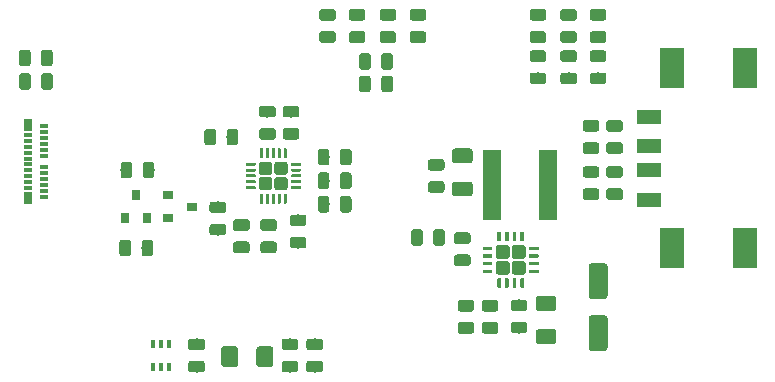
<source format=gbr>
G04 #@! TF.GenerationSoftware,KiCad,Pcbnew,(5.1.4-0-10_14)*
G04 #@! TF.CreationDate,2021-01-21T01:13:21-07:00*
G04 #@! TF.ProjectId,power-switching,706f7765-722d-4737-9769-746368696e67,rev?*
G04 #@! TF.SameCoordinates,Original*
G04 #@! TF.FileFunction,Paste,Top*
G04 #@! TF.FilePolarity,Positive*
%FSLAX46Y46*%
G04 Gerber Fmt 4.6, Leading zero omitted, Abs format (unit mm)*
G04 Created by KiCad (PCBNEW (5.1.4-0-10_14)) date 2021-01-21 01:13:21*
%MOMM*%
%LPD*%
G04 APERTURE LIST*
%ADD10C,0.100000*%
%ADD11C,1.425000*%
%ADD12C,0.975000*%
%ADD13R,0.800000X0.900000*%
%ADD14R,0.900000X0.800000*%
%ADD15C,1.600000*%
%ADD16C,1.250000*%
%ADD17R,2.000000X1.250000*%
%ADD18R,2.000000X3.500000*%
%ADD19R,1.600000X5.900000*%
%ADD20C,0.250000*%
%ADD21C,1.130000*%
%ADD22C,0.300000*%
%ADD23C,1.170000*%
%ADD24R,0.400000X0.650000*%
%ADD25R,0.700000X1.000000*%
%ADD26R,0.700000X0.300000*%
G04 APERTURE END LIST*
D10*
G36*
X123799504Y-133526204D02*
G01*
X123823773Y-133529804D01*
X123847571Y-133535765D01*
X123870671Y-133544030D01*
X123892849Y-133554520D01*
X123913893Y-133567133D01*
X123933598Y-133581747D01*
X123951777Y-133598223D01*
X123968253Y-133616402D01*
X123982867Y-133636107D01*
X123995480Y-133657151D01*
X124005970Y-133679329D01*
X124014235Y-133702429D01*
X124020196Y-133726227D01*
X124023796Y-133750496D01*
X124025000Y-133775000D01*
X124025000Y-135025000D01*
X124023796Y-135049504D01*
X124020196Y-135073773D01*
X124014235Y-135097571D01*
X124005970Y-135120671D01*
X123995480Y-135142849D01*
X123982867Y-135163893D01*
X123968253Y-135183598D01*
X123951777Y-135201777D01*
X123933598Y-135218253D01*
X123913893Y-135232867D01*
X123892849Y-135245480D01*
X123870671Y-135255970D01*
X123847571Y-135264235D01*
X123823773Y-135270196D01*
X123799504Y-135273796D01*
X123775000Y-135275000D01*
X122850000Y-135275000D01*
X122825496Y-135273796D01*
X122801227Y-135270196D01*
X122777429Y-135264235D01*
X122754329Y-135255970D01*
X122732151Y-135245480D01*
X122711107Y-135232867D01*
X122691402Y-135218253D01*
X122673223Y-135201777D01*
X122656747Y-135183598D01*
X122642133Y-135163893D01*
X122629520Y-135142849D01*
X122619030Y-135120671D01*
X122610765Y-135097571D01*
X122604804Y-135073773D01*
X122601204Y-135049504D01*
X122600000Y-135025000D01*
X122600000Y-133775000D01*
X122601204Y-133750496D01*
X122604804Y-133726227D01*
X122610765Y-133702429D01*
X122619030Y-133679329D01*
X122629520Y-133657151D01*
X122642133Y-133636107D01*
X122656747Y-133616402D01*
X122673223Y-133598223D01*
X122691402Y-133581747D01*
X122711107Y-133567133D01*
X122732151Y-133554520D01*
X122754329Y-133544030D01*
X122777429Y-133535765D01*
X122801227Y-133529804D01*
X122825496Y-133526204D01*
X122850000Y-133525000D01*
X123775000Y-133525000D01*
X123799504Y-133526204D01*
X123799504Y-133526204D01*
G37*
D11*
X123312500Y-134400000D03*
D10*
G36*
X126774504Y-133526204D02*
G01*
X126798773Y-133529804D01*
X126822571Y-133535765D01*
X126845671Y-133544030D01*
X126867849Y-133554520D01*
X126888893Y-133567133D01*
X126908598Y-133581747D01*
X126926777Y-133598223D01*
X126943253Y-133616402D01*
X126957867Y-133636107D01*
X126970480Y-133657151D01*
X126980970Y-133679329D01*
X126989235Y-133702429D01*
X126995196Y-133726227D01*
X126998796Y-133750496D01*
X127000000Y-133775000D01*
X127000000Y-135025000D01*
X126998796Y-135049504D01*
X126995196Y-135073773D01*
X126989235Y-135097571D01*
X126980970Y-135120671D01*
X126970480Y-135142849D01*
X126957867Y-135163893D01*
X126943253Y-135183598D01*
X126926777Y-135201777D01*
X126908598Y-135218253D01*
X126888893Y-135232867D01*
X126867849Y-135245480D01*
X126845671Y-135255970D01*
X126822571Y-135264235D01*
X126798773Y-135270196D01*
X126774504Y-135273796D01*
X126750000Y-135275000D01*
X125825000Y-135275000D01*
X125800496Y-135273796D01*
X125776227Y-135270196D01*
X125752429Y-135264235D01*
X125729329Y-135255970D01*
X125707151Y-135245480D01*
X125686107Y-135232867D01*
X125666402Y-135218253D01*
X125648223Y-135201777D01*
X125631747Y-135183598D01*
X125617133Y-135163893D01*
X125604520Y-135142849D01*
X125594030Y-135120671D01*
X125585765Y-135097571D01*
X125579804Y-135073773D01*
X125576204Y-135049504D01*
X125575000Y-135025000D01*
X125575000Y-133775000D01*
X125576204Y-133750496D01*
X125579804Y-133726227D01*
X125585765Y-133702429D01*
X125594030Y-133679329D01*
X125604520Y-133657151D01*
X125617133Y-133636107D01*
X125631747Y-133616402D01*
X125648223Y-133598223D01*
X125666402Y-133581747D01*
X125686107Y-133567133D01*
X125707151Y-133554520D01*
X125729329Y-133544030D01*
X125752429Y-133535765D01*
X125776227Y-133529804D01*
X125800496Y-133526204D01*
X125825000Y-133525000D01*
X126750000Y-133525000D01*
X126774504Y-133526204D01*
X126774504Y-133526204D01*
G37*
D11*
X126287500Y-134400000D03*
D10*
G36*
X116605142Y-124501174D02*
G01*
X116628803Y-124504684D01*
X116652007Y-124510496D01*
X116674529Y-124518554D01*
X116696153Y-124528782D01*
X116716670Y-124541079D01*
X116735883Y-124555329D01*
X116753607Y-124571393D01*
X116769671Y-124589117D01*
X116783921Y-124608330D01*
X116796218Y-124628847D01*
X116806446Y-124650471D01*
X116814504Y-124672993D01*
X116820316Y-124696197D01*
X116823826Y-124719858D01*
X116825000Y-124743750D01*
X116825000Y-125656250D01*
X116823826Y-125680142D01*
X116820316Y-125703803D01*
X116814504Y-125727007D01*
X116806446Y-125749529D01*
X116796218Y-125771153D01*
X116783921Y-125791670D01*
X116769671Y-125810883D01*
X116753607Y-125828607D01*
X116735883Y-125844671D01*
X116716670Y-125858921D01*
X116696153Y-125871218D01*
X116674529Y-125881446D01*
X116652007Y-125889504D01*
X116628803Y-125895316D01*
X116605142Y-125898826D01*
X116581250Y-125900000D01*
X116093750Y-125900000D01*
X116069858Y-125898826D01*
X116046197Y-125895316D01*
X116022993Y-125889504D01*
X116000471Y-125881446D01*
X115978847Y-125871218D01*
X115958330Y-125858921D01*
X115939117Y-125844671D01*
X115921393Y-125828607D01*
X115905329Y-125810883D01*
X115891079Y-125791670D01*
X115878782Y-125771153D01*
X115868554Y-125749529D01*
X115860496Y-125727007D01*
X115854684Y-125703803D01*
X115851174Y-125680142D01*
X115850000Y-125656250D01*
X115850000Y-124743750D01*
X115851174Y-124719858D01*
X115854684Y-124696197D01*
X115860496Y-124672993D01*
X115868554Y-124650471D01*
X115878782Y-124628847D01*
X115891079Y-124608330D01*
X115905329Y-124589117D01*
X115921393Y-124571393D01*
X115939117Y-124555329D01*
X115958330Y-124541079D01*
X115978847Y-124528782D01*
X116000471Y-124518554D01*
X116022993Y-124510496D01*
X116046197Y-124504684D01*
X116069858Y-124501174D01*
X116093750Y-124500000D01*
X116581250Y-124500000D01*
X116605142Y-124501174D01*
X116605142Y-124501174D01*
G37*
D12*
X116337500Y-125200000D03*
D10*
G36*
X114730142Y-124501174D02*
G01*
X114753803Y-124504684D01*
X114777007Y-124510496D01*
X114799529Y-124518554D01*
X114821153Y-124528782D01*
X114841670Y-124541079D01*
X114860883Y-124555329D01*
X114878607Y-124571393D01*
X114894671Y-124589117D01*
X114908921Y-124608330D01*
X114921218Y-124628847D01*
X114931446Y-124650471D01*
X114939504Y-124672993D01*
X114945316Y-124696197D01*
X114948826Y-124719858D01*
X114950000Y-124743750D01*
X114950000Y-125656250D01*
X114948826Y-125680142D01*
X114945316Y-125703803D01*
X114939504Y-125727007D01*
X114931446Y-125749529D01*
X114921218Y-125771153D01*
X114908921Y-125791670D01*
X114894671Y-125810883D01*
X114878607Y-125828607D01*
X114860883Y-125844671D01*
X114841670Y-125858921D01*
X114821153Y-125871218D01*
X114799529Y-125881446D01*
X114777007Y-125889504D01*
X114753803Y-125895316D01*
X114730142Y-125898826D01*
X114706250Y-125900000D01*
X114218750Y-125900000D01*
X114194858Y-125898826D01*
X114171197Y-125895316D01*
X114147993Y-125889504D01*
X114125471Y-125881446D01*
X114103847Y-125871218D01*
X114083330Y-125858921D01*
X114064117Y-125844671D01*
X114046393Y-125828607D01*
X114030329Y-125810883D01*
X114016079Y-125791670D01*
X114003782Y-125771153D01*
X113993554Y-125749529D01*
X113985496Y-125727007D01*
X113979684Y-125703803D01*
X113976174Y-125680142D01*
X113975000Y-125656250D01*
X113975000Y-124743750D01*
X113976174Y-124719858D01*
X113979684Y-124696197D01*
X113985496Y-124672993D01*
X113993554Y-124650471D01*
X114003782Y-124628847D01*
X114016079Y-124608330D01*
X114030329Y-124589117D01*
X114046393Y-124571393D01*
X114064117Y-124555329D01*
X114083330Y-124541079D01*
X114103847Y-124528782D01*
X114125471Y-124518554D01*
X114147993Y-124510496D01*
X114171197Y-124504684D01*
X114194858Y-124501174D01*
X114218750Y-124500000D01*
X114706250Y-124500000D01*
X114730142Y-124501174D01*
X114730142Y-124501174D01*
G37*
D12*
X114462500Y-125200000D03*
D10*
G36*
X116705142Y-117901174D02*
G01*
X116728803Y-117904684D01*
X116752007Y-117910496D01*
X116774529Y-117918554D01*
X116796153Y-117928782D01*
X116816670Y-117941079D01*
X116835883Y-117955329D01*
X116853607Y-117971393D01*
X116869671Y-117989117D01*
X116883921Y-118008330D01*
X116896218Y-118028847D01*
X116906446Y-118050471D01*
X116914504Y-118072993D01*
X116920316Y-118096197D01*
X116923826Y-118119858D01*
X116925000Y-118143750D01*
X116925000Y-119056250D01*
X116923826Y-119080142D01*
X116920316Y-119103803D01*
X116914504Y-119127007D01*
X116906446Y-119149529D01*
X116896218Y-119171153D01*
X116883921Y-119191670D01*
X116869671Y-119210883D01*
X116853607Y-119228607D01*
X116835883Y-119244671D01*
X116816670Y-119258921D01*
X116796153Y-119271218D01*
X116774529Y-119281446D01*
X116752007Y-119289504D01*
X116728803Y-119295316D01*
X116705142Y-119298826D01*
X116681250Y-119300000D01*
X116193750Y-119300000D01*
X116169858Y-119298826D01*
X116146197Y-119295316D01*
X116122993Y-119289504D01*
X116100471Y-119281446D01*
X116078847Y-119271218D01*
X116058330Y-119258921D01*
X116039117Y-119244671D01*
X116021393Y-119228607D01*
X116005329Y-119210883D01*
X115991079Y-119191670D01*
X115978782Y-119171153D01*
X115968554Y-119149529D01*
X115960496Y-119127007D01*
X115954684Y-119103803D01*
X115951174Y-119080142D01*
X115950000Y-119056250D01*
X115950000Y-118143750D01*
X115951174Y-118119858D01*
X115954684Y-118096197D01*
X115960496Y-118072993D01*
X115968554Y-118050471D01*
X115978782Y-118028847D01*
X115991079Y-118008330D01*
X116005329Y-117989117D01*
X116021393Y-117971393D01*
X116039117Y-117955329D01*
X116058330Y-117941079D01*
X116078847Y-117928782D01*
X116100471Y-117918554D01*
X116122993Y-117910496D01*
X116146197Y-117904684D01*
X116169858Y-117901174D01*
X116193750Y-117900000D01*
X116681250Y-117900000D01*
X116705142Y-117901174D01*
X116705142Y-117901174D01*
G37*
D12*
X116437500Y-118600000D03*
D10*
G36*
X114830142Y-117901174D02*
G01*
X114853803Y-117904684D01*
X114877007Y-117910496D01*
X114899529Y-117918554D01*
X114921153Y-117928782D01*
X114941670Y-117941079D01*
X114960883Y-117955329D01*
X114978607Y-117971393D01*
X114994671Y-117989117D01*
X115008921Y-118008330D01*
X115021218Y-118028847D01*
X115031446Y-118050471D01*
X115039504Y-118072993D01*
X115045316Y-118096197D01*
X115048826Y-118119858D01*
X115050000Y-118143750D01*
X115050000Y-119056250D01*
X115048826Y-119080142D01*
X115045316Y-119103803D01*
X115039504Y-119127007D01*
X115031446Y-119149529D01*
X115021218Y-119171153D01*
X115008921Y-119191670D01*
X114994671Y-119210883D01*
X114978607Y-119228607D01*
X114960883Y-119244671D01*
X114941670Y-119258921D01*
X114921153Y-119271218D01*
X114899529Y-119281446D01*
X114877007Y-119289504D01*
X114853803Y-119295316D01*
X114830142Y-119298826D01*
X114806250Y-119300000D01*
X114318750Y-119300000D01*
X114294858Y-119298826D01*
X114271197Y-119295316D01*
X114247993Y-119289504D01*
X114225471Y-119281446D01*
X114203847Y-119271218D01*
X114183330Y-119258921D01*
X114164117Y-119244671D01*
X114146393Y-119228607D01*
X114130329Y-119210883D01*
X114116079Y-119191670D01*
X114103782Y-119171153D01*
X114093554Y-119149529D01*
X114085496Y-119127007D01*
X114079684Y-119103803D01*
X114076174Y-119080142D01*
X114075000Y-119056250D01*
X114075000Y-118143750D01*
X114076174Y-118119858D01*
X114079684Y-118096197D01*
X114085496Y-118072993D01*
X114093554Y-118050471D01*
X114103782Y-118028847D01*
X114116079Y-118008330D01*
X114130329Y-117989117D01*
X114146393Y-117971393D01*
X114164117Y-117955329D01*
X114183330Y-117941079D01*
X114203847Y-117928782D01*
X114225471Y-117918554D01*
X114247993Y-117910496D01*
X114271197Y-117904684D01*
X114294858Y-117901174D01*
X114318750Y-117900000D01*
X114806250Y-117900000D01*
X114830142Y-117901174D01*
X114830142Y-117901174D01*
G37*
D12*
X114562500Y-118600000D03*
D13*
X115400000Y-120700000D03*
X116350000Y-122700000D03*
X114450000Y-122700000D03*
D14*
X120100000Y-121700000D03*
X118100000Y-122650000D03*
X118100000Y-120750000D03*
D10*
G36*
X155074504Y-130901204D02*
G01*
X155098773Y-130904804D01*
X155122571Y-130910765D01*
X155145671Y-130919030D01*
X155167849Y-130929520D01*
X155188893Y-130942133D01*
X155208598Y-130956747D01*
X155226777Y-130973223D01*
X155243253Y-130991402D01*
X155257867Y-131011107D01*
X155270480Y-131032151D01*
X155280970Y-131054329D01*
X155289235Y-131077429D01*
X155295196Y-131101227D01*
X155298796Y-131125496D01*
X155300000Y-131150000D01*
X155300000Y-133650000D01*
X155298796Y-133674504D01*
X155295196Y-133698773D01*
X155289235Y-133722571D01*
X155280970Y-133745671D01*
X155270480Y-133767849D01*
X155257867Y-133788893D01*
X155243253Y-133808598D01*
X155226777Y-133826777D01*
X155208598Y-133843253D01*
X155188893Y-133857867D01*
X155167849Y-133870480D01*
X155145671Y-133880970D01*
X155122571Y-133889235D01*
X155098773Y-133895196D01*
X155074504Y-133898796D01*
X155050000Y-133900000D01*
X153950000Y-133900000D01*
X153925496Y-133898796D01*
X153901227Y-133895196D01*
X153877429Y-133889235D01*
X153854329Y-133880970D01*
X153832151Y-133870480D01*
X153811107Y-133857867D01*
X153791402Y-133843253D01*
X153773223Y-133826777D01*
X153756747Y-133808598D01*
X153742133Y-133788893D01*
X153729520Y-133767849D01*
X153719030Y-133745671D01*
X153710765Y-133722571D01*
X153704804Y-133698773D01*
X153701204Y-133674504D01*
X153700000Y-133650000D01*
X153700000Y-131150000D01*
X153701204Y-131125496D01*
X153704804Y-131101227D01*
X153710765Y-131077429D01*
X153719030Y-131054329D01*
X153729520Y-131032151D01*
X153742133Y-131011107D01*
X153756747Y-130991402D01*
X153773223Y-130973223D01*
X153791402Y-130956747D01*
X153811107Y-130942133D01*
X153832151Y-130929520D01*
X153854329Y-130919030D01*
X153877429Y-130910765D01*
X153901227Y-130904804D01*
X153925496Y-130901204D01*
X153950000Y-130900000D01*
X155050000Y-130900000D01*
X155074504Y-130901204D01*
X155074504Y-130901204D01*
G37*
D15*
X154500000Y-132400000D03*
D10*
G36*
X155074865Y-126501202D02*
G01*
X155099095Y-126504796D01*
X155122855Y-126510748D01*
X155145918Y-126519000D01*
X155168061Y-126529472D01*
X155189070Y-126542065D01*
X155208745Y-126556657D01*
X155226894Y-126573106D01*
X155243343Y-126591255D01*
X155257935Y-126610930D01*
X155270528Y-126631939D01*
X155281000Y-126654082D01*
X155289252Y-126677145D01*
X155295204Y-126700905D01*
X155298798Y-126725135D01*
X155300000Y-126749600D01*
X155300000Y-129250400D01*
X155298798Y-129274865D01*
X155295204Y-129299095D01*
X155289252Y-129322855D01*
X155281000Y-129345918D01*
X155270528Y-129368061D01*
X155257935Y-129389070D01*
X155243343Y-129408745D01*
X155226894Y-129426894D01*
X155208745Y-129443343D01*
X155189070Y-129457935D01*
X155168061Y-129470528D01*
X155145918Y-129481000D01*
X155122855Y-129489252D01*
X155099095Y-129495204D01*
X155074865Y-129498798D01*
X155050400Y-129500000D01*
X153949600Y-129500000D01*
X153925135Y-129498798D01*
X153900905Y-129495204D01*
X153877145Y-129489252D01*
X153854082Y-129481000D01*
X153831939Y-129470528D01*
X153810930Y-129457935D01*
X153791255Y-129443343D01*
X153773106Y-129426894D01*
X153756657Y-129408745D01*
X153742065Y-129389070D01*
X153729472Y-129368061D01*
X153719000Y-129345918D01*
X153710748Y-129322855D01*
X153704796Y-129299095D01*
X153701202Y-129274865D01*
X153700000Y-129250400D01*
X153700000Y-126749600D01*
X153701202Y-126725135D01*
X153704796Y-126700905D01*
X153710748Y-126677145D01*
X153719000Y-126654082D01*
X153729472Y-126631939D01*
X153742065Y-126610930D01*
X153756657Y-126591255D01*
X153773106Y-126573106D01*
X153791255Y-126556657D01*
X153810930Y-126542065D01*
X153831939Y-126529472D01*
X153854082Y-126519000D01*
X153877145Y-126510748D01*
X153900905Y-126504796D01*
X153925135Y-126501202D01*
X153949600Y-126500000D01*
X155050400Y-126500000D01*
X155074865Y-126501202D01*
X155074865Y-126501202D01*
G37*
D15*
X154500000Y-128000000D03*
D10*
G36*
X141280142Y-117676174D02*
G01*
X141303803Y-117679684D01*
X141327007Y-117685496D01*
X141349529Y-117693554D01*
X141371153Y-117703782D01*
X141391670Y-117716079D01*
X141410883Y-117730329D01*
X141428607Y-117746393D01*
X141444671Y-117764117D01*
X141458921Y-117783330D01*
X141471218Y-117803847D01*
X141481446Y-117825471D01*
X141489504Y-117847993D01*
X141495316Y-117871197D01*
X141498826Y-117894858D01*
X141500000Y-117918750D01*
X141500000Y-118406250D01*
X141498826Y-118430142D01*
X141495316Y-118453803D01*
X141489504Y-118477007D01*
X141481446Y-118499529D01*
X141471218Y-118521153D01*
X141458921Y-118541670D01*
X141444671Y-118560883D01*
X141428607Y-118578607D01*
X141410883Y-118594671D01*
X141391670Y-118608921D01*
X141371153Y-118621218D01*
X141349529Y-118631446D01*
X141327007Y-118639504D01*
X141303803Y-118645316D01*
X141280142Y-118648826D01*
X141256250Y-118650000D01*
X140343750Y-118650000D01*
X140319858Y-118648826D01*
X140296197Y-118645316D01*
X140272993Y-118639504D01*
X140250471Y-118631446D01*
X140228847Y-118621218D01*
X140208330Y-118608921D01*
X140189117Y-118594671D01*
X140171393Y-118578607D01*
X140155329Y-118560883D01*
X140141079Y-118541670D01*
X140128782Y-118521153D01*
X140118554Y-118499529D01*
X140110496Y-118477007D01*
X140104684Y-118453803D01*
X140101174Y-118430142D01*
X140100000Y-118406250D01*
X140100000Y-117918750D01*
X140101174Y-117894858D01*
X140104684Y-117871197D01*
X140110496Y-117847993D01*
X140118554Y-117825471D01*
X140128782Y-117803847D01*
X140141079Y-117783330D01*
X140155329Y-117764117D01*
X140171393Y-117746393D01*
X140189117Y-117730329D01*
X140208330Y-117716079D01*
X140228847Y-117703782D01*
X140250471Y-117693554D01*
X140272993Y-117685496D01*
X140296197Y-117679684D01*
X140319858Y-117676174D01*
X140343750Y-117675000D01*
X141256250Y-117675000D01*
X141280142Y-117676174D01*
X141280142Y-117676174D01*
G37*
D12*
X140800000Y-118162500D03*
D10*
G36*
X141280142Y-119551174D02*
G01*
X141303803Y-119554684D01*
X141327007Y-119560496D01*
X141349529Y-119568554D01*
X141371153Y-119578782D01*
X141391670Y-119591079D01*
X141410883Y-119605329D01*
X141428607Y-119621393D01*
X141444671Y-119639117D01*
X141458921Y-119658330D01*
X141471218Y-119678847D01*
X141481446Y-119700471D01*
X141489504Y-119722993D01*
X141495316Y-119746197D01*
X141498826Y-119769858D01*
X141500000Y-119793750D01*
X141500000Y-120281250D01*
X141498826Y-120305142D01*
X141495316Y-120328803D01*
X141489504Y-120352007D01*
X141481446Y-120374529D01*
X141471218Y-120396153D01*
X141458921Y-120416670D01*
X141444671Y-120435883D01*
X141428607Y-120453607D01*
X141410883Y-120469671D01*
X141391670Y-120483921D01*
X141371153Y-120496218D01*
X141349529Y-120506446D01*
X141327007Y-120514504D01*
X141303803Y-120520316D01*
X141280142Y-120523826D01*
X141256250Y-120525000D01*
X140343750Y-120525000D01*
X140319858Y-120523826D01*
X140296197Y-120520316D01*
X140272993Y-120514504D01*
X140250471Y-120506446D01*
X140228847Y-120496218D01*
X140208330Y-120483921D01*
X140189117Y-120469671D01*
X140171393Y-120453607D01*
X140155329Y-120435883D01*
X140141079Y-120416670D01*
X140128782Y-120396153D01*
X140118554Y-120374529D01*
X140110496Y-120352007D01*
X140104684Y-120328803D01*
X140101174Y-120305142D01*
X140100000Y-120281250D01*
X140100000Y-119793750D01*
X140101174Y-119769858D01*
X140104684Y-119746197D01*
X140110496Y-119722993D01*
X140118554Y-119700471D01*
X140128782Y-119678847D01*
X140141079Y-119658330D01*
X140155329Y-119639117D01*
X140171393Y-119621393D01*
X140189117Y-119605329D01*
X140208330Y-119591079D01*
X140228847Y-119578782D01*
X140250471Y-119568554D01*
X140272993Y-119560496D01*
X140296197Y-119554684D01*
X140319858Y-119551174D01*
X140343750Y-119550000D01*
X141256250Y-119550000D01*
X141280142Y-119551174D01*
X141280142Y-119551174D01*
G37*
D12*
X140800000Y-120037500D03*
D10*
G36*
X143649504Y-116776204D02*
G01*
X143673773Y-116779804D01*
X143697571Y-116785765D01*
X143720671Y-116794030D01*
X143742849Y-116804520D01*
X143763893Y-116817133D01*
X143783598Y-116831747D01*
X143801777Y-116848223D01*
X143818253Y-116866402D01*
X143832867Y-116886107D01*
X143845480Y-116907151D01*
X143855970Y-116929329D01*
X143864235Y-116952429D01*
X143870196Y-116976227D01*
X143873796Y-117000496D01*
X143875000Y-117025000D01*
X143875000Y-117775000D01*
X143873796Y-117799504D01*
X143870196Y-117823773D01*
X143864235Y-117847571D01*
X143855970Y-117870671D01*
X143845480Y-117892849D01*
X143832867Y-117913893D01*
X143818253Y-117933598D01*
X143801777Y-117951777D01*
X143783598Y-117968253D01*
X143763893Y-117982867D01*
X143742849Y-117995480D01*
X143720671Y-118005970D01*
X143697571Y-118014235D01*
X143673773Y-118020196D01*
X143649504Y-118023796D01*
X143625000Y-118025000D01*
X142375000Y-118025000D01*
X142350496Y-118023796D01*
X142326227Y-118020196D01*
X142302429Y-118014235D01*
X142279329Y-118005970D01*
X142257151Y-117995480D01*
X142236107Y-117982867D01*
X142216402Y-117968253D01*
X142198223Y-117951777D01*
X142181747Y-117933598D01*
X142167133Y-117913893D01*
X142154520Y-117892849D01*
X142144030Y-117870671D01*
X142135765Y-117847571D01*
X142129804Y-117823773D01*
X142126204Y-117799504D01*
X142125000Y-117775000D01*
X142125000Y-117025000D01*
X142126204Y-117000496D01*
X142129804Y-116976227D01*
X142135765Y-116952429D01*
X142144030Y-116929329D01*
X142154520Y-116907151D01*
X142167133Y-116886107D01*
X142181747Y-116866402D01*
X142198223Y-116848223D01*
X142216402Y-116831747D01*
X142236107Y-116817133D01*
X142257151Y-116804520D01*
X142279329Y-116794030D01*
X142302429Y-116785765D01*
X142326227Y-116779804D01*
X142350496Y-116776204D01*
X142375000Y-116775000D01*
X143625000Y-116775000D01*
X143649504Y-116776204D01*
X143649504Y-116776204D01*
G37*
D16*
X143000000Y-117400000D03*
D10*
G36*
X143649504Y-119576204D02*
G01*
X143673773Y-119579804D01*
X143697571Y-119585765D01*
X143720671Y-119594030D01*
X143742849Y-119604520D01*
X143763893Y-119617133D01*
X143783598Y-119631747D01*
X143801777Y-119648223D01*
X143818253Y-119666402D01*
X143832867Y-119686107D01*
X143845480Y-119707151D01*
X143855970Y-119729329D01*
X143864235Y-119752429D01*
X143870196Y-119776227D01*
X143873796Y-119800496D01*
X143875000Y-119825000D01*
X143875000Y-120575000D01*
X143873796Y-120599504D01*
X143870196Y-120623773D01*
X143864235Y-120647571D01*
X143855970Y-120670671D01*
X143845480Y-120692849D01*
X143832867Y-120713893D01*
X143818253Y-120733598D01*
X143801777Y-120751777D01*
X143783598Y-120768253D01*
X143763893Y-120782867D01*
X143742849Y-120795480D01*
X143720671Y-120805970D01*
X143697571Y-120814235D01*
X143673773Y-120820196D01*
X143649504Y-120823796D01*
X143625000Y-120825000D01*
X142375000Y-120825000D01*
X142350496Y-120823796D01*
X142326227Y-120820196D01*
X142302429Y-120814235D01*
X142279329Y-120805970D01*
X142257151Y-120795480D01*
X142236107Y-120782867D01*
X142216402Y-120768253D01*
X142198223Y-120751777D01*
X142181747Y-120733598D01*
X142167133Y-120713893D01*
X142154520Y-120692849D01*
X142144030Y-120670671D01*
X142135765Y-120647571D01*
X142129804Y-120623773D01*
X142126204Y-120599504D01*
X142125000Y-120575000D01*
X142125000Y-119825000D01*
X142126204Y-119800496D01*
X142129804Y-119776227D01*
X142135765Y-119752429D01*
X142144030Y-119729329D01*
X142154520Y-119707151D01*
X142167133Y-119686107D01*
X142181747Y-119666402D01*
X142198223Y-119648223D01*
X142216402Y-119631747D01*
X142236107Y-119617133D01*
X142257151Y-119604520D01*
X142279329Y-119594030D01*
X142302429Y-119585765D01*
X142326227Y-119579804D01*
X142350496Y-119576204D01*
X142375000Y-119575000D01*
X143625000Y-119575000D01*
X143649504Y-119576204D01*
X143649504Y-119576204D01*
G37*
D16*
X143000000Y-120200000D03*
D10*
G36*
X150749504Y-132076204D02*
G01*
X150773773Y-132079804D01*
X150797571Y-132085765D01*
X150820671Y-132094030D01*
X150842849Y-132104520D01*
X150863893Y-132117133D01*
X150883598Y-132131747D01*
X150901777Y-132148223D01*
X150918253Y-132166402D01*
X150932867Y-132186107D01*
X150945480Y-132207151D01*
X150955970Y-132229329D01*
X150964235Y-132252429D01*
X150970196Y-132276227D01*
X150973796Y-132300496D01*
X150975000Y-132325000D01*
X150975000Y-133075000D01*
X150973796Y-133099504D01*
X150970196Y-133123773D01*
X150964235Y-133147571D01*
X150955970Y-133170671D01*
X150945480Y-133192849D01*
X150932867Y-133213893D01*
X150918253Y-133233598D01*
X150901777Y-133251777D01*
X150883598Y-133268253D01*
X150863893Y-133282867D01*
X150842849Y-133295480D01*
X150820671Y-133305970D01*
X150797571Y-133314235D01*
X150773773Y-133320196D01*
X150749504Y-133323796D01*
X150725000Y-133325000D01*
X149475000Y-133325000D01*
X149450496Y-133323796D01*
X149426227Y-133320196D01*
X149402429Y-133314235D01*
X149379329Y-133305970D01*
X149357151Y-133295480D01*
X149336107Y-133282867D01*
X149316402Y-133268253D01*
X149298223Y-133251777D01*
X149281747Y-133233598D01*
X149267133Y-133213893D01*
X149254520Y-133192849D01*
X149244030Y-133170671D01*
X149235765Y-133147571D01*
X149229804Y-133123773D01*
X149226204Y-133099504D01*
X149225000Y-133075000D01*
X149225000Y-132325000D01*
X149226204Y-132300496D01*
X149229804Y-132276227D01*
X149235765Y-132252429D01*
X149244030Y-132229329D01*
X149254520Y-132207151D01*
X149267133Y-132186107D01*
X149281747Y-132166402D01*
X149298223Y-132148223D01*
X149316402Y-132131747D01*
X149336107Y-132117133D01*
X149357151Y-132104520D01*
X149379329Y-132094030D01*
X149402429Y-132085765D01*
X149426227Y-132079804D01*
X149450496Y-132076204D01*
X149475000Y-132075000D01*
X150725000Y-132075000D01*
X150749504Y-132076204D01*
X150749504Y-132076204D01*
G37*
D16*
X150100000Y-132700000D03*
D10*
G36*
X150749504Y-129276204D02*
G01*
X150773773Y-129279804D01*
X150797571Y-129285765D01*
X150820671Y-129294030D01*
X150842849Y-129304520D01*
X150863893Y-129317133D01*
X150883598Y-129331747D01*
X150901777Y-129348223D01*
X150918253Y-129366402D01*
X150932867Y-129386107D01*
X150945480Y-129407151D01*
X150955970Y-129429329D01*
X150964235Y-129452429D01*
X150970196Y-129476227D01*
X150973796Y-129500496D01*
X150975000Y-129525000D01*
X150975000Y-130275000D01*
X150973796Y-130299504D01*
X150970196Y-130323773D01*
X150964235Y-130347571D01*
X150955970Y-130370671D01*
X150945480Y-130392849D01*
X150932867Y-130413893D01*
X150918253Y-130433598D01*
X150901777Y-130451777D01*
X150883598Y-130468253D01*
X150863893Y-130482867D01*
X150842849Y-130495480D01*
X150820671Y-130505970D01*
X150797571Y-130514235D01*
X150773773Y-130520196D01*
X150749504Y-130523796D01*
X150725000Y-130525000D01*
X149475000Y-130525000D01*
X149450496Y-130523796D01*
X149426227Y-130520196D01*
X149402429Y-130514235D01*
X149379329Y-130505970D01*
X149357151Y-130495480D01*
X149336107Y-130482867D01*
X149316402Y-130468253D01*
X149298223Y-130451777D01*
X149281747Y-130433598D01*
X149267133Y-130413893D01*
X149254520Y-130392849D01*
X149244030Y-130370671D01*
X149235765Y-130347571D01*
X149229804Y-130323773D01*
X149226204Y-130299504D01*
X149225000Y-130275000D01*
X149225000Y-129525000D01*
X149226204Y-129500496D01*
X149229804Y-129476227D01*
X149235765Y-129452429D01*
X149244030Y-129429329D01*
X149254520Y-129407151D01*
X149267133Y-129386107D01*
X149281747Y-129366402D01*
X149298223Y-129348223D01*
X149316402Y-129331747D01*
X149336107Y-129317133D01*
X149357151Y-129304520D01*
X149379329Y-129294030D01*
X149402429Y-129285765D01*
X149426227Y-129279804D01*
X149450496Y-129276204D01*
X149475000Y-129275000D01*
X150725000Y-129275000D01*
X150749504Y-129276204D01*
X150749504Y-129276204D01*
G37*
D16*
X150100000Y-129900000D03*
D10*
G36*
X134580142Y-104976174D02*
G01*
X134603803Y-104979684D01*
X134627007Y-104985496D01*
X134649529Y-104993554D01*
X134671153Y-105003782D01*
X134691670Y-105016079D01*
X134710883Y-105030329D01*
X134728607Y-105046393D01*
X134744671Y-105064117D01*
X134758921Y-105083330D01*
X134771218Y-105103847D01*
X134781446Y-105125471D01*
X134789504Y-105147993D01*
X134795316Y-105171197D01*
X134798826Y-105194858D01*
X134800000Y-105218750D01*
X134800000Y-105706250D01*
X134798826Y-105730142D01*
X134795316Y-105753803D01*
X134789504Y-105777007D01*
X134781446Y-105799529D01*
X134771218Y-105821153D01*
X134758921Y-105841670D01*
X134744671Y-105860883D01*
X134728607Y-105878607D01*
X134710883Y-105894671D01*
X134691670Y-105908921D01*
X134671153Y-105921218D01*
X134649529Y-105931446D01*
X134627007Y-105939504D01*
X134603803Y-105945316D01*
X134580142Y-105948826D01*
X134556250Y-105950000D01*
X133643750Y-105950000D01*
X133619858Y-105948826D01*
X133596197Y-105945316D01*
X133572993Y-105939504D01*
X133550471Y-105931446D01*
X133528847Y-105921218D01*
X133508330Y-105908921D01*
X133489117Y-105894671D01*
X133471393Y-105878607D01*
X133455329Y-105860883D01*
X133441079Y-105841670D01*
X133428782Y-105821153D01*
X133418554Y-105799529D01*
X133410496Y-105777007D01*
X133404684Y-105753803D01*
X133401174Y-105730142D01*
X133400000Y-105706250D01*
X133400000Y-105218750D01*
X133401174Y-105194858D01*
X133404684Y-105171197D01*
X133410496Y-105147993D01*
X133418554Y-105125471D01*
X133428782Y-105103847D01*
X133441079Y-105083330D01*
X133455329Y-105064117D01*
X133471393Y-105046393D01*
X133489117Y-105030329D01*
X133508330Y-105016079D01*
X133528847Y-105003782D01*
X133550471Y-104993554D01*
X133572993Y-104985496D01*
X133596197Y-104979684D01*
X133619858Y-104976174D01*
X133643750Y-104975000D01*
X134556250Y-104975000D01*
X134580142Y-104976174D01*
X134580142Y-104976174D01*
G37*
D12*
X134100000Y-105462500D03*
D10*
G36*
X134580142Y-106851174D02*
G01*
X134603803Y-106854684D01*
X134627007Y-106860496D01*
X134649529Y-106868554D01*
X134671153Y-106878782D01*
X134691670Y-106891079D01*
X134710883Y-106905329D01*
X134728607Y-106921393D01*
X134744671Y-106939117D01*
X134758921Y-106958330D01*
X134771218Y-106978847D01*
X134781446Y-107000471D01*
X134789504Y-107022993D01*
X134795316Y-107046197D01*
X134798826Y-107069858D01*
X134800000Y-107093750D01*
X134800000Y-107581250D01*
X134798826Y-107605142D01*
X134795316Y-107628803D01*
X134789504Y-107652007D01*
X134781446Y-107674529D01*
X134771218Y-107696153D01*
X134758921Y-107716670D01*
X134744671Y-107735883D01*
X134728607Y-107753607D01*
X134710883Y-107769671D01*
X134691670Y-107783921D01*
X134671153Y-107796218D01*
X134649529Y-107806446D01*
X134627007Y-107814504D01*
X134603803Y-107820316D01*
X134580142Y-107823826D01*
X134556250Y-107825000D01*
X133643750Y-107825000D01*
X133619858Y-107823826D01*
X133596197Y-107820316D01*
X133572993Y-107814504D01*
X133550471Y-107806446D01*
X133528847Y-107796218D01*
X133508330Y-107783921D01*
X133489117Y-107769671D01*
X133471393Y-107753607D01*
X133455329Y-107735883D01*
X133441079Y-107716670D01*
X133428782Y-107696153D01*
X133418554Y-107674529D01*
X133410496Y-107652007D01*
X133404684Y-107628803D01*
X133401174Y-107605142D01*
X133400000Y-107581250D01*
X133400000Y-107093750D01*
X133401174Y-107069858D01*
X133404684Y-107046197D01*
X133410496Y-107022993D01*
X133418554Y-107000471D01*
X133428782Y-106978847D01*
X133441079Y-106958330D01*
X133455329Y-106939117D01*
X133471393Y-106921393D01*
X133489117Y-106905329D01*
X133508330Y-106891079D01*
X133528847Y-106878782D01*
X133550471Y-106868554D01*
X133572993Y-106860496D01*
X133596197Y-106854684D01*
X133619858Y-106851174D01*
X133643750Y-106850000D01*
X134556250Y-106850000D01*
X134580142Y-106851174D01*
X134580142Y-106851174D01*
G37*
D12*
X134100000Y-107337500D03*
D10*
G36*
X132080142Y-104976174D02*
G01*
X132103803Y-104979684D01*
X132127007Y-104985496D01*
X132149529Y-104993554D01*
X132171153Y-105003782D01*
X132191670Y-105016079D01*
X132210883Y-105030329D01*
X132228607Y-105046393D01*
X132244671Y-105064117D01*
X132258921Y-105083330D01*
X132271218Y-105103847D01*
X132281446Y-105125471D01*
X132289504Y-105147993D01*
X132295316Y-105171197D01*
X132298826Y-105194858D01*
X132300000Y-105218750D01*
X132300000Y-105706250D01*
X132298826Y-105730142D01*
X132295316Y-105753803D01*
X132289504Y-105777007D01*
X132281446Y-105799529D01*
X132271218Y-105821153D01*
X132258921Y-105841670D01*
X132244671Y-105860883D01*
X132228607Y-105878607D01*
X132210883Y-105894671D01*
X132191670Y-105908921D01*
X132171153Y-105921218D01*
X132149529Y-105931446D01*
X132127007Y-105939504D01*
X132103803Y-105945316D01*
X132080142Y-105948826D01*
X132056250Y-105950000D01*
X131143750Y-105950000D01*
X131119858Y-105948826D01*
X131096197Y-105945316D01*
X131072993Y-105939504D01*
X131050471Y-105931446D01*
X131028847Y-105921218D01*
X131008330Y-105908921D01*
X130989117Y-105894671D01*
X130971393Y-105878607D01*
X130955329Y-105860883D01*
X130941079Y-105841670D01*
X130928782Y-105821153D01*
X130918554Y-105799529D01*
X130910496Y-105777007D01*
X130904684Y-105753803D01*
X130901174Y-105730142D01*
X130900000Y-105706250D01*
X130900000Y-105218750D01*
X130901174Y-105194858D01*
X130904684Y-105171197D01*
X130910496Y-105147993D01*
X130918554Y-105125471D01*
X130928782Y-105103847D01*
X130941079Y-105083330D01*
X130955329Y-105064117D01*
X130971393Y-105046393D01*
X130989117Y-105030329D01*
X131008330Y-105016079D01*
X131028847Y-105003782D01*
X131050471Y-104993554D01*
X131072993Y-104985496D01*
X131096197Y-104979684D01*
X131119858Y-104976174D01*
X131143750Y-104975000D01*
X132056250Y-104975000D01*
X132080142Y-104976174D01*
X132080142Y-104976174D01*
G37*
D12*
X131600000Y-105462500D03*
D10*
G36*
X132080142Y-106851174D02*
G01*
X132103803Y-106854684D01*
X132127007Y-106860496D01*
X132149529Y-106868554D01*
X132171153Y-106878782D01*
X132191670Y-106891079D01*
X132210883Y-106905329D01*
X132228607Y-106921393D01*
X132244671Y-106939117D01*
X132258921Y-106958330D01*
X132271218Y-106978847D01*
X132281446Y-107000471D01*
X132289504Y-107022993D01*
X132295316Y-107046197D01*
X132298826Y-107069858D01*
X132300000Y-107093750D01*
X132300000Y-107581250D01*
X132298826Y-107605142D01*
X132295316Y-107628803D01*
X132289504Y-107652007D01*
X132281446Y-107674529D01*
X132271218Y-107696153D01*
X132258921Y-107716670D01*
X132244671Y-107735883D01*
X132228607Y-107753607D01*
X132210883Y-107769671D01*
X132191670Y-107783921D01*
X132171153Y-107796218D01*
X132149529Y-107806446D01*
X132127007Y-107814504D01*
X132103803Y-107820316D01*
X132080142Y-107823826D01*
X132056250Y-107825000D01*
X131143750Y-107825000D01*
X131119858Y-107823826D01*
X131096197Y-107820316D01*
X131072993Y-107814504D01*
X131050471Y-107806446D01*
X131028847Y-107796218D01*
X131008330Y-107783921D01*
X130989117Y-107769671D01*
X130971393Y-107753607D01*
X130955329Y-107735883D01*
X130941079Y-107716670D01*
X130928782Y-107696153D01*
X130918554Y-107674529D01*
X130910496Y-107652007D01*
X130904684Y-107628803D01*
X130901174Y-107605142D01*
X130900000Y-107581250D01*
X130900000Y-107093750D01*
X130901174Y-107069858D01*
X130904684Y-107046197D01*
X130910496Y-107022993D01*
X130918554Y-107000471D01*
X130928782Y-106978847D01*
X130941079Y-106958330D01*
X130955329Y-106939117D01*
X130971393Y-106921393D01*
X130989117Y-106905329D01*
X131008330Y-106891079D01*
X131028847Y-106878782D01*
X131050471Y-106868554D01*
X131072993Y-106860496D01*
X131096197Y-106854684D01*
X131119858Y-106851174D01*
X131143750Y-106850000D01*
X132056250Y-106850000D01*
X132080142Y-106851174D01*
X132080142Y-106851174D01*
G37*
D12*
X131600000Y-107337500D03*
D10*
G36*
X156380142Y-116251174D02*
G01*
X156403803Y-116254684D01*
X156427007Y-116260496D01*
X156449529Y-116268554D01*
X156471153Y-116278782D01*
X156491670Y-116291079D01*
X156510883Y-116305329D01*
X156528607Y-116321393D01*
X156544671Y-116339117D01*
X156558921Y-116358330D01*
X156571218Y-116378847D01*
X156581446Y-116400471D01*
X156589504Y-116422993D01*
X156595316Y-116446197D01*
X156598826Y-116469858D01*
X156600000Y-116493750D01*
X156600000Y-116981250D01*
X156598826Y-117005142D01*
X156595316Y-117028803D01*
X156589504Y-117052007D01*
X156581446Y-117074529D01*
X156571218Y-117096153D01*
X156558921Y-117116670D01*
X156544671Y-117135883D01*
X156528607Y-117153607D01*
X156510883Y-117169671D01*
X156491670Y-117183921D01*
X156471153Y-117196218D01*
X156449529Y-117206446D01*
X156427007Y-117214504D01*
X156403803Y-117220316D01*
X156380142Y-117223826D01*
X156356250Y-117225000D01*
X155443750Y-117225000D01*
X155419858Y-117223826D01*
X155396197Y-117220316D01*
X155372993Y-117214504D01*
X155350471Y-117206446D01*
X155328847Y-117196218D01*
X155308330Y-117183921D01*
X155289117Y-117169671D01*
X155271393Y-117153607D01*
X155255329Y-117135883D01*
X155241079Y-117116670D01*
X155228782Y-117096153D01*
X155218554Y-117074529D01*
X155210496Y-117052007D01*
X155204684Y-117028803D01*
X155201174Y-117005142D01*
X155200000Y-116981250D01*
X155200000Y-116493750D01*
X155201174Y-116469858D01*
X155204684Y-116446197D01*
X155210496Y-116422993D01*
X155218554Y-116400471D01*
X155228782Y-116378847D01*
X155241079Y-116358330D01*
X155255329Y-116339117D01*
X155271393Y-116321393D01*
X155289117Y-116305329D01*
X155308330Y-116291079D01*
X155328847Y-116278782D01*
X155350471Y-116268554D01*
X155372993Y-116260496D01*
X155396197Y-116254684D01*
X155419858Y-116251174D01*
X155443750Y-116250000D01*
X156356250Y-116250000D01*
X156380142Y-116251174D01*
X156380142Y-116251174D01*
G37*
D12*
X155900000Y-116737500D03*
D10*
G36*
X156380142Y-114376174D02*
G01*
X156403803Y-114379684D01*
X156427007Y-114385496D01*
X156449529Y-114393554D01*
X156471153Y-114403782D01*
X156491670Y-114416079D01*
X156510883Y-114430329D01*
X156528607Y-114446393D01*
X156544671Y-114464117D01*
X156558921Y-114483330D01*
X156571218Y-114503847D01*
X156581446Y-114525471D01*
X156589504Y-114547993D01*
X156595316Y-114571197D01*
X156598826Y-114594858D01*
X156600000Y-114618750D01*
X156600000Y-115106250D01*
X156598826Y-115130142D01*
X156595316Y-115153803D01*
X156589504Y-115177007D01*
X156581446Y-115199529D01*
X156571218Y-115221153D01*
X156558921Y-115241670D01*
X156544671Y-115260883D01*
X156528607Y-115278607D01*
X156510883Y-115294671D01*
X156491670Y-115308921D01*
X156471153Y-115321218D01*
X156449529Y-115331446D01*
X156427007Y-115339504D01*
X156403803Y-115345316D01*
X156380142Y-115348826D01*
X156356250Y-115350000D01*
X155443750Y-115350000D01*
X155419858Y-115348826D01*
X155396197Y-115345316D01*
X155372993Y-115339504D01*
X155350471Y-115331446D01*
X155328847Y-115321218D01*
X155308330Y-115308921D01*
X155289117Y-115294671D01*
X155271393Y-115278607D01*
X155255329Y-115260883D01*
X155241079Y-115241670D01*
X155228782Y-115221153D01*
X155218554Y-115199529D01*
X155210496Y-115177007D01*
X155204684Y-115153803D01*
X155201174Y-115130142D01*
X155200000Y-115106250D01*
X155200000Y-114618750D01*
X155201174Y-114594858D01*
X155204684Y-114571197D01*
X155210496Y-114547993D01*
X155218554Y-114525471D01*
X155228782Y-114503847D01*
X155241079Y-114483330D01*
X155255329Y-114464117D01*
X155271393Y-114446393D01*
X155289117Y-114430329D01*
X155308330Y-114416079D01*
X155328847Y-114403782D01*
X155350471Y-114393554D01*
X155372993Y-114385496D01*
X155396197Y-114379684D01*
X155419858Y-114376174D01*
X155443750Y-114375000D01*
X156356250Y-114375000D01*
X156380142Y-114376174D01*
X156380142Y-114376174D01*
G37*
D12*
X155900000Y-114862500D03*
D10*
G36*
X154380142Y-114376174D02*
G01*
X154403803Y-114379684D01*
X154427007Y-114385496D01*
X154449529Y-114393554D01*
X154471153Y-114403782D01*
X154491670Y-114416079D01*
X154510883Y-114430329D01*
X154528607Y-114446393D01*
X154544671Y-114464117D01*
X154558921Y-114483330D01*
X154571218Y-114503847D01*
X154581446Y-114525471D01*
X154589504Y-114547993D01*
X154595316Y-114571197D01*
X154598826Y-114594858D01*
X154600000Y-114618750D01*
X154600000Y-115106250D01*
X154598826Y-115130142D01*
X154595316Y-115153803D01*
X154589504Y-115177007D01*
X154581446Y-115199529D01*
X154571218Y-115221153D01*
X154558921Y-115241670D01*
X154544671Y-115260883D01*
X154528607Y-115278607D01*
X154510883Y-115294671D01*
X154491670Y-115308921D01*
X154471153Y-115321218D01*
X154449529Y-115331446D01*
X154427007Y-115339504D01*
X154403803Y-115345316D01*
X154380142Y-115348826D01*
X154356250Y-115350000D01*
X153443750Y-115350000D01*
X153419858Y-115348826D01*
X153396197Y-115345316D01*
X153372993Y-115339504D01*
X153350471Y-115331446D01*
X153328847Y-115321218D01*
X153308330Y-115308921D01*
X153289117Y-115294671D01*
X153271393Y-115278607D01*
X153255329Y-115260883D01*
X153241079Y-115241670D01*
X153228782Y-115221153D01*
X153218554Y-115199529D01*
X153210496Y-115177007D01*
X153204684Y-115153803D01*
X153201174Y-115130142D01*
X153200000Y-115106250D01*
X153200000Y-114618750D01*
X153201174Y-114594858D01*
X153204684Y-114571197D01*
X153210496Y-114547993D01*
X153218554Y-114525471D01*
X153228782Y-114503847D01*
X153241079Y-114483330D01*
X153255329Y-114464117D01*
X153271393Y-114446393D01*
X153289117Y-114430329D01*
X153308330Y-114416079D01*
X153328847Y-114403782D01*
X153350471Y-114393554D01*
X153372993Y-114385496D01*
X153396197Y-114379684D01*
X153419858Y-114376174D01*
X153443750Y-114375000D01*
X154356250Y-114375000D01*
X154380142Y-114376174D01*
X154380142Y-114376174D01*
G37*
D12*
X153900000Y-114862500D03*
D10*
G36*
X154380142Y-116251174D02*
G01*
X154403803Y-116254684D01*
X154427007Y-116260496D01*
X154449529Y-116268554D01*
X154471153Y-116278782D01*
X154491670Y-116291079D01*
X154510883Y-116305329D01*
X154528607Y-116321393D01*
X154544671Y-116339117D01*
X154558921Y-116358330D01*
X154571218Y-116378847D01*
X154581446Y-116400471D01*
X154589504Y-116422993D01*
X154595316Y-116446197D01*
X154598826Y-116469858D01*
X154600000Y-116493750D01*
X154600000Y-116981250D01*
X154598826Y-117005142D01*
X154595316Y-117028803D01*
X154589504Y-117052007D01*
X154581446Y-117074529D01*
X154571218Y-117096153D01*
X154558921Y-117116670D01*
X154544671Y-117135883D01*
X154528607Y-117153607D01*
X154510883Y-117169671D01*
X154491670Y-117183921D01*
X154471153Y-117196218D01*
X154449529Y-117206446D01*
X154427007Y-117214504D01*
X154403803Y-117220316D01*
X154380142Y-117223826D01*
X154356250Y-117225000D01*
X153443750Y-117225000D01*
X153419858Y-117223826D01*
X153396197Y-117220316D01*
X153372993Y-117214504D01*
X153350471Y-117206446D01*
X153328847Y-117196218D01*
X153308330Y-117183921D01*
X153289117Y-117169671D01*
X153271393Y-117153607D01*
X153255329Y-117135883D01*
X153241079Y-117116670D01*
X153228782Y-117096153D01*
X153218554Y-117074529D01*
X153210496Y-117052007D01*
X153204684Y-117028803D01*
X153201174Y-117005142D01*
X153200000Y-116981250D01*
X153200000Y-116493750D01*
X153201174Y-116469858D01*
X153204684Y-116446197D01*
X153210496Y-116422993D01*
X153218554Y-116400471D01*
X153228782Y-116378847D01*
X153241079Y-116358330D01*
X153255329Y-116339117D01*
X153271393Y-116321393D01*
X153289117Y-116305329D01*
X153308330Y-116291079D01*
X153328847Y-116278782D01*
X153350471Y-116268554D01*
X153372993Y-116260496D01*
X153396197Y-116254684D01*
X153419858Y-116251174D01*
X153443750Y-116250000D01*
X154356250Y-116250000D01*
X154380142Y-116251174D01*
X154380142Y-116251174D01*
G37*
D12*
X153900000Y-116737500D03*
D10*
G36*
X154380142Y-118276174D02*
G01*
X154403803Y-118279684D01*
X154427007Y-118285496D01*
X154449529Y-118293554D01*
X154471153Y-118303782D01*
X154491670Y-118316079D01*
X154510883Y-118330329D01*
X154528607Y-118346393D01*
X154544671Y-118364117D01*
X154558921Y-118383330D01*
X154571218Y-118403847D01*
X154581446Y-118425471D01*
X154589504Y-118447993D01*
X154595316Y-118471197D01*
X154598826Y-118494858D01*
X154600000Y-118518750D01*
X154600000Y-119006250D01*
X154598826Y-119030142D01*
X154595316Y-119053803D01*
X154589504Y-119077007D01*
X154581446Y-119099529D01*
X154571218Y-119121153D01*
X154558921Y-119141670D01*
X154544671Y-119160883D01*
X154528607Y-119178607D01*
X154510883Y-119194671D01*
X154491670Y-119208921D01*
X154471153Y-119221218D01*
X154449529Y-119231446D01*
X154427007Y-119239504D01*
X154403803Y-119245316D01*
X154380142Y-119248826D01*
X154356250Y-119250000D01*
X153443750Y-119250000D01*
X153419858Y-119248826D01*
X153396197Y-119245316D01*
X153372993Y-119239504D01*
X153350471Y-119231446D01*
X153328847Y-119221218D01*
X153308330Y-119208921D01*
X153289117Y-119194671D01*
X153271393Y-119178607D01*
X153255329Y-119160883D01*
X153241079Y-119141670D01*
X153228782Y-119121153D01*
X153218554Y-119099529D01*
X153210496Y-119077007D01*
X153204684Y-119053803D01*
X153201174Y-119030142D01*
X153200000Y-119006250D01*
X153200000Y-118518750D01*
X153201174Y-118494858D01*
X153204684Y-118471197D01*
X153210496Y-118447993D01*
X153218554Y-118425471D01*
X153228782Y-118403847D01*
X153241079Y-118383330D01*
X153255329Y-118364117D01*
X153271393Y-118346393D01*
X153289117Y-118330329D01*
X153308330Y-118316079D01*
X153328847Y-118303782D01*
X153350471Y-118293554D01*
X153372993Y-118285496D01*
X153396197Y-118279684D01*
X153419858Y-118276174D01*
X153443750Y-118275000D01*
X154356250Y-118275000D01*
X154380142Y-118276174D01*
X154380142Y-118276174D01*
G37*
D12*
X153900000Y-118762500D03*
D10*
G36*
X154380142Y-120151174D02*
G01*
X154403803Y-120154684D01*
X154427007Y-120160496D01*
X154449529Y-120168554D01*
X154471153Y-120178782D01*
X154491670Y-120191079D01*
X154510883Y-120205329D01*
X154528607Y-120221393D01*
X154544671Y-120239117D01*
X154558921Y-120258330D01*
X154571218Y-120278847D01*
X154581446Y-120300471D01*
X154589504Y-120322993D01*
X154595316Y-120346197D01*
X154598826Y-120369858D01*
X154600000Y-120393750D01*
X154600000Y-120881250D01*
X154598826Y-120905142D01*
X154595316Y-120928803D01*
X154589504Y-120952007D01*
X154581446Y-120974529D01*
X154571218Y-120996153D01*
X154558921Y-121016670D01*
X154544671Y-121035883D01*
X154528607Y-121053607D01*
X154510883Y-121069671D01*
X154491670Y-121083921D01*
X154471153Y-121096218D01*
X154449529Y-121106446D01*
X154427007Y-121114504D01*
X154403803Y-121120316D01*
X154380142Y-121123826D01*
X154356250Y-121125000D01*
X153443750Y-121125000D01*
X153419858Y-121123826D01*
X153396197Y-121120316D01*
X153372993Y-121114504D01*
X153350471Y-121106446D01*
X153328847Y-121096218D01*
X153308330Y-121083921D01*
X153289117Y-121069671D01*
X153271393Y-121053607D01*
X153255329Y-121035883D01*
X153241079Y-121016670D01*
X153228782Y-120996153D01*
X153218554Y-120974529D01*
X153210496Y-120952007D01*
X153204684Y-120928803D01*
X153201174Y-120905142D01*
X153200000Y-120881250D01*
X153200000Y-120393750D01*
X153201174Y-120369858D01*
X153204684Y-120346197D01*
X153210496Y-120322993D01*
X153218554Y-120300471D01*
X153228782Y-120278847D01*
X153241079Y-120258330D01*
X153255329Y-120239117D01*
X153271393Y-120221393D01*
X153289117Y-120205329D01*
X153308330Y-120191079D01*
X153328847Y-120178782D01*
X153350471Y-120168554D01*
X153372993Y-120160496D01*
X153396197Y-120154684D01*
X153419858Y-120151174D01*
X153443750Y-120150000D01*
X154356250Y-120150000D01*
X154380142Y-120151174D01*
X154380142Y-120151174D01*
G37*
D12*
X153900000Y-120637500D03*
D10*
G36*
X156380142Y-120151174D02*
G01*
X156403803Y-120154684D01*
X156427007Y-120160496D01*
X156449529Y-120168554D01*
X156471153Y-120178782D01*
X156491670Y-120191079D01*
X156510883Y-120205329D01*
X156528607Y-120221393D01*
X156544671Y-120239117D01*
X156558921Y-120258330D01*
X156571218Y-120278847D01*
X156581446Y-120300471D01*
X156589504Y-120322993D01*
X156595316Y-120346197D01*
X156598826Y-120369858D01*
X156600000Y-120393750D01*
X156600000Y-120881250D01*
X156598826Y-120905142D01*
X156595316Y-120928803D01*
X156589504Y-120952007D01*
X156581446Y-120974529D01*
X156571218Y-120996153D01*
X156558921Y-121016670D01*
X156544671Y-121035883D01*
X156528607Y-121053607D01*
X156510883Y-121069671D01*
X156491670Y-121083921D01*
X156471153Y-121096218D01*
X156449529Y-121106446D01*
X156427007Y-121114504D01*
X156403803Y-121120316D01*
X156380142Y-121123826D01*
X156356250Y-121125000D01*
X155443750Y-121125000D01*
X155419858Y-121123826D01*
X155396197Y-121120316D01*
X155372993Y-121114504D01*
X155350471Y-121106446D01*
X155328847Y-121096218D01*
X155308330Y-121083921D01*
X155289117Y-121069671D01*
X155271393Y-121053607D01*
X155255329Y-121035883D01*
X155241079Y-121016670D01*
X155228782Y-120996153D01*
X155218554Y-120974529D01*
X155210496Y-120952007D01*
X155204684Y-120928803D01*
X155201174Y-120905142D01*
X155200000Y-120881250D01*
X155200000Y-120393750D01*
X155201174Y-120369858D01*
X155204684Y-120346197D01*
X155210496Y-120322993D01*
X155218554Y-120300471D01*
X155228782Y-120278847D01*
X155241079Y-120258330D01*
X155255329Y-120239117D01*
X155271393Y-120221393D01*
X155289117Y-120205329D01*
X155308330Y-120191079D01*
X155328847Y-120178782D01*
X155350471Y-120168554D01*
X155372993Y-120160496D01*
X155396197Y-120154684D01*
X155419858Y-120151174D01*
X155443750Y-120150000D01*
X156356250Y-120150000D01*
X156380142Y-120151174D01*
X156380142Y-120151174D01*
G37*
D12*
X155900000Y-120637500D03*
D10*
G36*
X156380142Y-118276174D02*
G01*
X156403803Y-118279684D01*
X156427007Y-118285496D01*
X156449529Y-118293554D01*
X156471153Y-118303782D01*
X156491670Y-118316079D01*
X156510883Y-118330329D01*
X156528607Y-118346393D01*
X156544671Y-118364117D01*
X156558921Y-118383330D01*
X156571218Y-118403847D01*
X156581446Y-118425471D01*
X156589504Y-118447993D01*
X156595316Y-118471197D01*
X156598826Y-118494858D01*
X156600000Y-118518750D01*
X156600000Y-119006250D01*
X156598826Y-119030142D01*
X156595316Y-119053803D01*
X156589504Y-119077007D01*
X156581446Y-119099529D01*
X156571218Y-119121153D01*
X156558921Y-119141670D01*
X156544671Y-119160883D01*
X156528607Y-119178607D01*
X156510883Y-119194671D01*
X156491670Y-119208921D01*
X156471153Y-119221218D01*
X156449529Y-119231446D01*
X156427007Y-119239504D01*
X156403803Y-119245316D01*
X156380142Y-119248826D01*
X156356250Y-119250000D01*
X155443750Y-119250000D01*
X155419858Y-119248826D01*
X155396197Y-119245316D01*
X155372993Y-119239504D01*
X155350471Y-119231446D01*
X155328847Y-119221218D01*
X155308330Y-119208921D01*
X155289117Y-119194671D01*
X155271393Y-119178607D01*
X155255329Y-119160883D01*
X155241079Y-119141670D01*
X155228782Y-119121153D01*
X155218554Y-119099529D01*
X155210496Y-119077007D01*
X155204684Y-119053803D01*
X155201174Y-119030142D01*
X155200000Y-119006250D01*
X155200000Y-118518750D01*
X155201174Y-118494858D01*
X155204684Y-118471197D01*
X155210496Y-118447993D01*
X155218554Y-118425471D01*
X155228782Y-118403847D01*
X155241079Y-118383330D01*
X155255329Y-118364117D01*
X155271393Y-118346393D01*
X155289117Y-118330329D01*
X155308330Y-118316079D01*
X155328847Y-118303782D01*
X155350471Y-118293554D01*
X155372993Y-118285496D01*
X155396197Y-118279684D01*
X155419858Y-118276174D01*
X155443750Y-118275000D01*
X156356250Y-118275000D01*
X156380142Y-118276174D01*
X156380142Y-118276174D01*
G37*
D12*
X155900000Y-118762500D03*
D17*
X158800000Y-114100000D03*
X158800000Y-116600000D03*
X158800000Y-118600000D03*
D18*
X166900000Y-125225000D03*
X166900000Y-109975000D03*
X160800000Y-109975000D03*
X160800000Y-125225000D03*
D17*
X158800000Y-121100000D03*
D19*
X145550000Y-119900000D03*
X150250000Y-119900000D03*
D10*
G36*
X125443626Y-119975301D02*
G01*
X125449693Y-119976201D01*
X125455643Y-119977691D01*
X125461418Y-119979758D01*
X125466962Y-119982380D01*
X125472223Y-119985533D01*
X125477150Y-119989187D01*
X125481694Y-119993306D01*
X125485813Y-119997850D01*
X125489467Y-120002777D01*
X125492620Y-120008038D01*
X125495242Y-120013582D01*
X125497309Y-120019357D01*
X125498799Y-120025307D01*
X125499699Y-120031374D01*
X125500000Y-120037500D01*
X125500000Y-120162500D01*
X125499699Y-120168626D01*
X125498799Y-120174693D01*
X125497309Y-120180643D01*
X125495242Y-120186418D01*
X125492620Y-120191962D01*
X125489467Y-120197223D01*
X125485813Y-120202150D01*
X125481694Y-120206694D01*
X125477150Y-120210813D01*
X125472223Y-120214467D01*
X125466962Y-120217620D01*
X125461418Y-120220242D01*
X125455643Y-120222309D01*
X125449693Y-120223799D01*
X125443626Y-120224699D01*
X125437500Y-120225000D01*
X124712500Y-120225000D01*
X124706374Y-120224699D01*
X124700307Y-120223799D01*
X124694357Y-120222309D01*
X124688582Y-120220242D01*
X124683038Y-120217620D01*
X124677777Y-120214467D01*
X124672850Y-120210813D01*
X124668306Y-120206694D01*
X124664187Y-120202150D01*
X124660533Y-120197223D01*
X124657380Y-120191962D01*
X124654758Y-120186418D01*
X124652691Y-120180643D01*
X124651201Y-120174693D01*
X124650301Y-120168626D01*
X124650000Y-120162500D01*
X124650000Y-120037500D01*
X124650301Y-120031374D01*
X124651201Y-120025307D01*
X124652691Y-120019357D01*
X124654758Y-120013582D01*
X124657380Y-120008038D01*
X124660533Y-120002777D01*
X124664187Y-119997850D01*
X124668306Y-119993306D01*
X124672850Y-119989187D01*
X124677777Y-119985533D01*
X124683038Y-119982380D01*
X124688582Y-119979758D01*
X124694357Y-119977691D01*
X124700307Y-119976201D01*
X124706374Y-119975301D01*
X124712500Y-119975000D01*
X125437500Y-119975000D01*
X125443626Y-119975301D01*
X125443626Y-119975301D01*
G37*
D20*
X125075000Y-120100000D03*
D10*
G36*
X125443626Y-119475301D02*
G01*
X125449693Y-119476201D01*
X125455643Y-119477691D01*
X125461418Y-119479758D01*
X125466962Y-119482380D01*
X125472223Y-119485533D01*
X125477150Y-119489187D01*
X125481694Y-119493306D01*
X125485813Y-119497850D01*
X125489467Y-119502777D01*
X125492620Y-119508038D01*
X125495242Y-119513582D01*
X125497309Y-119519357D01*
X125498799Y-119525307D01*
X125499699Y-119531374D01*
X125500000Y-119537500D01*
X125500000Y-119662500D01*
X125499699Y-119668626D01*
X125498799Y-119674693D01*
X125497309Y-119680643D01*
X125495242Y-119686418D01*
X125492620Y-119691962D01*
X125489467Y-119697223D01*
X125485813Y-119702150D01*
X125481694Y-119706694D01*
X125477150Y-119710813D01*
X125472223Y-119714467D01*
X125466962Y-119717620D01*
X125461418Y-119720242D01*
X125455643Y-119722309D01*
X125449693Y-119723799D01*
X125443626Y-119724699D01*
X125437500Y-119725000D01*
X124712500Y-119725000D01*
X124706374Y-119724699D01*
X124700307Y-119723799D01*
X124694357Y-119722309D01*
X124688582Y-119720242D01*
X124683038Y-119717620D01*
X124677777Y-119714467D01*
X124672850Y-119710813D01*
X124668306Y-119706694D01*
X124664187Y-119702150D01*
X124660533Y-119697223D01*
X124657380Y-119691962D01*
X124654758Y-119686418D01*
X124652691Y-119680643D01*
X124651201Y-119674693D01*
X124650301Y-119668626D01*
X124650000Y-119662500D01*
X124650000Y-119537500D01*
X124650301Y-119531374D01*
X124651201Y-119525307D01*
X124652691Y-119519357D01*
X124654758Y-119513582D01*
X124657380Y-119508038D01*
X124660533Y-119502777D01*
X124664187Y-119497850D01*
X124668306Y-119493306D01*
X124672850Y-119489187D01*
X124677777Y-119485533D01*
X124683038Y-119482380D01*
X124688582Y-119479758D01*
X124694357Y-119477691D01*
X124700307Y-119476201D01*
X124706374Y-119475301D01*
X124712500Y-119475000D01*
X125437500Y-119475000D01*
X125443626Y-119475301D01*
X125443626Y-119475301D01*
G37*
D20*
X125075000Y-119600000D03*
D10*
G36*
X125443626Y-118975301D02*
G01*
X125449693Y-118976201D01*
X125455643Y-118977691D01*
X125461418Y-118979758D01*
X125466962Y-118982380D01*
X125472223Y-118985533D01*
X125477150Y-118989187D01*
X125481694Y-118993306D01*
X125485813Y-118997850D01*
X125489467Y-119002777D01*
X125492620Y-119008038D01*
X125495242Y-119013582D01*
X125497309Y-119019357D01*
X125498799Y-119025307D01*
X125499699Y-119031374D01*
X125500000Y-119037500D01*
X125500000Y-119162500D01*
X125499699Y-119168626D01*
X125498799Y-119174693D01*
X125497309Y-119180643D01*
X125495242Y-119186418D01*
X125492620Y-119191962D01*
X125489467Y-119197223D01*
X125485813Y-119202150D01*
X125481694Y-119206694D01*
X125477150Y-119210813D01*
X125472223Y-119214467D01*
X125466962Y-119217620D01*
X125461418Y-119220242D01*
X125455643Y-119222309D01*
X125449693Y-119223799D01*
X125443626Y-119224699D01*
X125437500Y-119225000D01*
X124712500Y-119225000D01*
X124706374Y-119224699D01*
X124700307Y-119223799D01*
X124694357Y-119222309D01*
X124688582Y-119220242D01*
X124683038Y-119217620D01*
X124677777Y-119214467D01*
X124672850Y-119210813D01*
X124668306Y-119206694D01*
X124664187Y-119202150D01*
X124660533Y-119197223D01*
X124657380Y-119191962D01*
X124654758Y-119186418D01*
X124652691Y-119180643D01*
X124651201Y-119174693D01*
X124650301Y-119168626D01*
X124650000Y-119162500D01*
X124650000Y-119037500D01*
X124650301Y-119031374D01*
X124651201Y-119025307D01*
X124652691Y-119019357D01*
X124654758Y-119013582D01*
X124657380Y-119008038D01*
X124660533Y-119002777D01*
X124664187Y-118997850D01*
X124668306Y-118993306D01*
X124672850Y-118989187D01*
X124677777Y-118985533D01*
X124683038Y-118982380D01*
X124688582Y-118979758D01*
X124694357Y-118977691D01*
X124700307Y-118976201D01*
X124706374Y-118975301D01*
X124712500Y-118975000D01*
X125437500Y-118975000D01*
X125443626Y-118975301D01*
X125443626Y-118975301D01*
G37*
D20*
X125075000Y-119100000D03*
D10*
G36*
X125443626Y-118475301D02*
G01*
X125449693Y-118476201D01*
X125455643Y-118477691D01*
X125461418Y-118479758D01*
X125466962Y-118482380D01*
X125472223Y-118485533D01*
X125477150Y-118489187D01*
X125481694Y-118493306D01*
X125485813Y-118497850D01*
X125489467Y-118502777D01*
X125492620Y-118508038D01*
X125495242Y-118513582D01*
X125497309Y-118519357D01*
X125498799Y-118525307D01*
X125499699Y-118531374D01*
X125500000Y-118537500D01*
X125500000Y-118662500D01*
X125499699Y-118668626D01*
X125498799Y-118674693D01*
X125497309Y-118680643D01*
X125495242Y-118686418D01*
X125492620Y-118691962D01*
X125489467Y-118697223D01*
X125485813Y-118702150D01*
X125481694Y-118706694D01*
X125477150Y-118710813D01*
X125472223Y-118714467D01*
X125466962Y-118717620D01*
X125461418Y-118720242D01*
X125455643Y-118722309D01*
X125449693Y-118723799D01*
X125443626Y-118724699D01*
X125437500Y-118725000D01*
X124712500Y-118725000D01*
X124706374Y-118724699D01*
X124700307Y-118723799D01*
X124694357Y-118722309D01*
X124688582Y-118720242D01*
X124683038Y-118717620D01*
X124677777Y-118714467D01*
X124672850Y-118710813D01*
X124668306Y-118706694D01*
X124664187Y-118702150D01*
X124660533Y-118697223D01*
X124657380Y-118691962D01*
X124654758Y-118686418D01*
X124652691Y-118680643D01*
X124651201Y-118674693D01*
X124650301Y-118668626D01*
X124650000Y-118662500D01*
X124650000Y-118537500D01*
X124650301Y-118531374D01*
X124651201Y-118525307D01*
X124652691Y-118519357D01*
X124654758Y-118513582D01*
X124657380Y-118508038D01*
X124660533Y-118502777D01*
X124664187Y-118497850D01*
X124668306Y-118493306D01*
X124672850Y-118489187D01*
X124677777Y-118485533D01*
X124683038Y-118482380D01*
X124688582Y-118479758D01*
X124694357Y-118477691D01*
X124700307Y-118476201D01*
X124706374Y-118475301D01*
X124712500Y-118475000D01*
X125437500Y-118475000D01*
X125443626Y-118475301D01*
X125443626Y-118475301D01*
G37*
D20*
X125075000Y-118600000D03*
D10*
G36*
X125443626Y-117975301D02*
G01*
X125449693Y-117976201D01*
X125455643Y-117977691D01*
X125461418Y-117979758D01*
X125466962Y-117982380D01*
X125472223Y-117985533D01*
X125477150Y-117989187D01*
X125481694Y-117993306D01*
X125485813Y-117997850D01*
X125489467Y-118002777D01*
X125492620Y-118008038D01*
X125495242Y-118013582D01*
X125497309Y-118019357D01*
X125498799Y-118025307D01*
X125499699Y-118031374D01*
X125500000Y-118037500D01*
X125500000Y-118162500D01*
X125499699Y-118168626D01*
X125498799Y-118174693D01*
X125497309Y-118180643D01*
X125495242Y-118186418D01*
X125492620Y-118191962D01*
X125489467Y-118197223D01*
X125485813Y-118202150D01*
X125481694Y-118206694D01*
X125477150Y-118210813D01*
X125472223Y-118214467D01*
X125466962Y-118217620D01*
X125461418Y-118220242D01*
X125455643Y-118222309D01*
X125449693Y-118223799D01*
X125443626Y-118224699D01*
X125437500Y-118225000D01*
X124712500Y-118225000D01*
X124706374Y-118224699D01*
X124700307Y-118223799D01*
X124694357Y-118222309D01*
X124688582Y-118220242D01*
X124683038Y-118217620D01*
X124677777Y-118214467D01*
X124672850Y-118210813D01*
X124668306Y-118206694D01*
X124664187Y-118202150D01*
X124660533Y-118197223D01*
X124657380Y-118191962D01*
X124654758Y-118186418D01*
X124652691Y-118180643D01*
X124651201Y-118174693D01*
X124650301Y-118168626D01*
X124650000Y-118162500D01*
X124650000Y-118037500D01*
X124650301Y-118031374D01*
X124651201Y-118025307D01*
X124652691Y-118019357D01*
X124654758Y-118013582D01*
X124657380Y-118008038D01*
X124660533Y-118002777D01*
X124664187Y-117997850D01*
X124668306Y-117993306D01*
X124672850Y-117989187D01*
X124677777Y-117985533D01*
X124683038Y-117982380D01*
X124688582Y-117979758D01*
X124694357Y-117977691D01*
X124700307Y-117976201D01*
X124706374Y-117975301D01*
X124712500Y-117975000D01*
X125437500Y-117975000D01*
X125443626Y-117975301D01*
X125443626Y-117975301D01*
G37*
D20*
X125075000Y-118100000D03*
D10*
G36*
X126068626Y-116750301D02*
G01*
X126074693Y-116751201D01*
X126080643Y-116752691D01*
X126086418Y-116754758D01*
X126091962Y-116757380D01*
X126097223Y-116760533D01*
X126102150Y-116764187D01*
X126106694Y-116768306D01*
X126110813Y-116772850D01*
X126114467Y-116777777D01*
X126117620Y-116783038D01*
X126120242Y-116788582D01*
X126122309Y-116794357D01*
X126123799Y-116800307D01*
X126124699Y-116806374D01*
X126125000Y-116812500D01*
X126125000Y-117537500D01*
X126124699Y-117543626D01*
X126123799Y-117549693D01*
X126122309Y-117555643D01*
X126120242Y-117561418D01*
X126117620Y-117566962D01*
X126114467Y-117572223D01*
X126110813Y-117577150D01*
X126106694Y-117581694D01*
X126102150Y-117585813D01*
X126097223Y-117589467D01*
X126091962Y-117592620D01*
X126086418Y-117595242D01*
X126080643Y-117597309D01*
X126074693Y-117598799D01*
X126068626Y-117599699D01*
X126062500Y-117600000D01*
X125937500Y-117600000D01*
X125931374Y-117599699D01*
X125925307Y-117598799D01*
X125919357Y-117597309D01*
X125913582Y-117595242D01*
X125908038Y-117592620D01*
X125902777Y-117589467D01*
X125897850Y-117585813D01*
X125893306Y-117581694D01*
X125889187Y-117577150D01*
X125885533Y-117572223D01*
X125882380Y-117566962D01*
X125879758Y-117561418D01*
X125877691Y-117555643D01*
X125876201Y-117549693D01*
X125875301Y-117543626D01*
X125875000Y-117537500D01*
X125875000Y-116812500D01*
X125875301Y-116806374D01*
X125876201Y-116800307D01*
X125877691Y-116794357D01*
X125879758Y-116788582D01*
X125882380Y-116783038D01*
X125885533Y-116777777D01*
X125889187Y-116772850D01*
X125893306Y-116768306D01*
X125897850Y-116764187D01*
X125902777Y-116760533D01*
X125908038Y-116757380D01*
X125913582Y-116754758D01*
X125919357Y-116752691D01*
X125925307Y-116751201D01*
X125931374Y-116750301D01*
X125937500Y-116750000D01*
X126062500Y-116750000D01*
X126068626Y-116750301D01*
X126068626Y-116750301D01*
G37*
D20*
X126000000Y-117175000D03*
D10*
G36*
X126568626Y-116750301D02*
G01*
X126574693Y-116751201D01*
X126580643Y-116752691D01*
X126586418Y-116754758D01*
X126591962Y-116757380D01*
X126597223Y-116760533D01*
X126602150Y-116764187D01*
X126606694Y-116768306D01*
X126610813Y-116772850D01*
X126614467Y-116777777D01*
X126617620Y-116783038D01*
X126620242Y-116788582D01*
X126622309Y-116794357D01*
X126623799Y-116800307D01*
X126624699Y-116806374D01*
X126625000Y-116812500D01*
X126625000Y-117537500D01*
X126624699Y-117543626D01*
X126623799Y-117549693D01*
X126622309Y-117555643D01*
X126620242Y-117561418D01*
X126617620Y-117566962D01*
X126614467Y-117572223D01*
X126610813Y-117577150D01*
X126606694Y-117581694D01*
X126602150Y-117585813D01*
X126597223Y-117589467D01*
X126591962Y-117592620D01*
X126586418Y-117595242D01*
X126580643Y-117597309D01*
X126574693Y-117598799D01*
X126568626Y-117599699D01*
X126562500Y-117600000D01*
X126437500Y-117600000D01*
X126431374Y-117599699D01*
X126425307Y-117598799D01*
X126419357Y-117597309D01*
X126413582Y-117595242D01*
X126408038Y-117592620D01*
X126402777Y-117589467D01*
X126397850Y-117585813D01*
X126393306Y-117581694D01*
X126389187Y-117577150D01*
X126385533Y-117572223D01*
X126382380Y-117566962D01*
X126379758Y-117561418D01*
X126377691Y-117555643D01*
X126376201Y-117549693D01*
X126375301Y-117543626D01*
X126375000Y-117537500D01*
X126375000Y-116812500D01*
X126375301Y-116806374D01*
X126376201Y-116800307D01*
X126377691Y-116794357D01*
X126379758Y-116788582D01*
X126382380Y-116783038D01*
X126385533Y-116777777D01*
X126389187Y-116772850D01*
X126393306Y-116768306D01*
X126397850Y-116764187D01*
X126402777Y-116760533D01*
X126408038Y-116757380D01*
X126413582Y-116754758D01*
X126419357Y-116752691D01*
X126425307Y-116751201D01*
X126431374Y-116750301D01*
X126437500Y-116750000D01*
X126562500Y-116750000D01*
X126568626Y-116750301D01*
X126568626Y-116750301D01*
G37*
D20*
X126500000Y-117175000D03*
D10*
G36*
X127068626Y-116750301D02*
G01*
X127074693Y-116751201D01*
X127080643Y-116752691D01*
X127086418Y-116754758D01*
X127091962Y-116757380D01*
X127097223Y-116760533D01*
X127102150Y-116764187D01*
X127106694Y-116768306D01*
X127110813Y-116772850D01*
X127114467Y-116777777D01*
X127117620Y-116783038D01*
X127120242Y-116788582D01*
X127122309Y-116794357D01*
X127123799Y-116800307D01*
X127124699Y-116806374D01*
X127125000Y-116812500D01*
X127125000Y-117537500D01*
X127124699Y-117543626D01*
X127123799Y-117549693D01*
X127122309Y-117555643D01*
X127120242Y-117561418D01*
X127117620Y-117566962D01*
X127114467Y-117572223D01*
X127110813Y-117577150D01*
X127106694Y-117581694D01*
X127102150Y-117585813D01*
X127097223Y-117589467D01*
X127091962Y-117592620D01*
X127086418Y-117595242D01*
X127080643Y-117597309D01*
X127074693Y-117598799D01*
X127068626Y-117599699D01*
X127062500Y-117600000D01*
X126937500Y-117600000D01*
X126931374Y-117599699D01*
X126925307Y-117598799D01*
X126919357Y-117597309D01*
X126913582Y-117595242D01*
X126908038Y-117592620D01*
X126902777Y-117589467D01*
X126897850Y-117585813D01*
X126893306Y-117581694D01*
X126889187Y-117577150D01*
X126885533Y-117572223D01*
X126882380Y-117566962D01*
X126879758Y-117561418D01*
X126877691Y-117555643D01*
X126876201Y-117549693D01*
X126875301Y-117543626D01*
X126875000Y-117537500D01*
X126875000Y-116812500D01*
X126875301Y-116806374D01*
X126876201Y-116800307D01*
X126877691Y-116794357D01*
X126879758Y-116788582D01*
X126882380Y-116783038D01*
X126885533Y-116777777D01*
X126889187Y-116772850D01*
X126893306Y-116768306D01*
X126897850Y-116764187D01*
X126902777Y-116760533D01*
X126908038Y-116757380D01*
X126913582Y-116754758D01*
X126919357Y-116752691D01*
X126925307Y-116751201D01*
X126931374Y-116750301D01*
X126937500Y-116750000D01*
X127062500Y-116750000D01*
X127068626Y-116750301D01*
X127068626Y-116750301D01*
G37*
D20*
X127000000Y-117175000D03*
D10*
G36*
X127568626Y-116750301D02*
G01*
X127574693Y-116751201D01*
X127580643Y-116752691D01*
X127586418Y-116754758D01*
X127591962Y-116757380D01*
X127597223Y-116760533D01*
X127602150Y-116764187D01*
X127606694Y-116768306D01*
X127610813Y-116772850D01*
X127614467Y-116777777D01*
X127617620Y-116783038D01*
X127620242Y-116788582D01*
X127622309Y-116794357D01*
X127623799Y-116800307D01*
X127624699Y-116806374D01*
X127625000Y-116812500D01*
X127625000Y-117537500D01*
X127624699Y-117543626D01*
X127623799Y-117549693D01*
X127622309Y-117555643D01*
X127620242Y-117561418D01*
X127617620Y-117566962D01*
X127614467Y-117572223D01*
X127610813Y-117577150D01*
X127606694Y-117581694D01*
X127602150Y-117585813D01*
X127597223Y-117589467D01*
X127591962Y-117592620D01*
X127586418Y-117595242D01*
X127580643Y-117597309D01*
X127574693Y-117598799D01*
X127568626Y-117599699D01*
X127562500Y-117600000D01*
X127437500Y-117600000D01*
X127431374Y-117599699D01*
X127425307Y-117598799D01*
X127419357Y-117597309D01*
X127413582Y-117595242D01*
X127408038Y-117592620D01*
X127402777Y-117589467D01*
X127397850Y-117585813D01*
X127393306Y-117581694D01*
X127389187Y-117577150D01*
X127385533Y-117572223D01*
X127382380Y-117566962D01*
X127379758Y-117561418D01*
X127377691Y-117555643D01*
X127376201Y-117549693D01*
X127375301Y-117543626D01*
X127375000Y-117537500D01*
X127375000Y-116812500D01*
X127375301Y-116806374D01*
X127376201Y-116800307D01*
X127377691Y-116794357D01*
X127379758Y-116788582D01*
X127382380Y-116783038D01*
X127385533Y-116777777D01*
X127389187Y-116772850D01*
X127393306Y-116768306D01*
X127397850Y-116764187D01*
X127402777Y-116760533D01*
X127408038Y-116757380D01*
X127413582Y-116754758D01*
X127419357Y-116752691D01*
X127425307Y-116751201D01*
X127431374Y-116750301D01*
X127437500Y-116750000D01*
X127562500Y-116750000D01*
X127568626Y-116750301D01*
X127568626Y-116750301D01*
G37*
D20*
X127500000Y-117175000D03*
D10*
G36*
X128068626Y-116750301D02*
G01*
X128074693Y-116751201D01*
X128080643Y-116752691D01*
X128086418Y-116754758D01*
X128091962Y-116757380D01*
X128097223Y-116760533D01*
X128102150Y-116764187D01*
X128106694Y-116768306D01*
X128110813Y-116772850D01*
X128114467Y-116777777D01*
X128117620Y-116783038D01*
X128120242Y-116788582D01*
X128122309Y-116794357D01*
X128123799Y-116800307D01*
X128124699Y-116806374D01*
X128125000Y-116812500D01*
X128125000Y-117537500D01*
X128124699Y-117543626D01*
X128123799Y-117549693D01*
X128122309Y-117555643D01*
X128120242Y-117561418D01*
X128117620Y-117566962D01*
X128114467Y-117572223D01*
X128110813Y-117577150D01*
X128106694Y-117581694D01*
X128102150Y-117585813D01*
X128097223Y-117589467D01*
X128091962Y-117592620D01*
X128086418Y-117595242D01*
X128080643Y-117597309D01*
X128074693Y-117598799D01*
X128068626Y-117599699D01*
X128062500Y-117600000D01*
X127937500Y-117600000D01*
X127931374Y-117599699D01*
X127925307Y-117598799D01*
X127919357Y-117597309D01*
X127913582Y-117595242D01*
X127908038Y-117592620D01*
X127902777Y-117589467D01*
X127897850Y-117585813D01*
X127893306Y-117581694D01*
X127889187Y-117577150D01*
X127885533Y-117572223D01*
X127882380Y-117566962D01*
X127879758Y-117561418D01*
X127877691Y-117555643D01*
X127876201Y-117549693D01*
X127875301Y-117543626D01*
X127875000Y-117537500D01*
X127875000Y-116812500D01*
X127875301Y-116806374D01*
X127876201Y-116800307D01*
X127877691Y-116794357D01*
X127879758Y-116788582D01*
X127882380Y-116783038D01*
X127885533Y-116777777D01*
X127889187Y-116772850D01*
X127893306Y-116768306D01*
X127897850Y-116764187D01*
X127902777Y-116760533D01*
X127908038Y-116757380D01*
X127913582Y-116754758D01*
X127919357Y-116752691D01*
X127925307Y-116751201D01*
X127931374Y-116750301D01*
X127937500Y-116750000D01*
X128062500Y-116750000D01*
X128068626Y-116750301D01*
X128068626Y-116750301D01*
G37*
D20*
X128000000Y-117175000D03*
D10*
G36*
X129293626Y-117975301D02*
G01*
X129299693Y-117976201D01*
X129305643Y-117977691D01*
X129311418Y-117979758D01*
X129316962Y-117982380D01*
X129322223Y-117985533D01*
X129327150Y-117989187D01*
X129331694Y-117993306D01*
X129335813Y-117997850D01*
X129339467Y-118002777D01*
X129342620Y-118008038D01*
X129345242Y-118013582D01*
X129347309Y-118019357D01*
X129348799Y-118025307D01*
X129349699Y-118031374D01*
X129350000Y-118037500D01*
X129350000Y-118162500D01*
X129349699Y-118168626D01*
X129348799Y-118174693D01*
X129347309Y-118180643D01*
X129345242Y-118186418D01*
X129342620Y-118191962D01*
X129339467Y-118197223D01*
X129335813Y-118202150D01*
X129331694Y-118206694D01*
X129327150Y-118210813D01*
X129322223Y-118214467D01*
X129316962Y-118217620D01*
X129311418Y-118220242D01*
X129305643Y-118222309D01*
X129299693Y-118223799D01*
X129293626Y-118224699D01*
X129287500Y-118225000D01*
X128562500Y-118225000D01*
X128556374Y-118224699D01*
X128550307Y-118223799D01*
X128544357Y-118222309D01*
X128538582Y-118220242D01*
X128533038Y-118217620D01*
X128527777Y-118214467D01*
X128522850Y-118210813D01*
X128518306Y-118206694D01*
X128514187Y-118202150D01*
X128510533Y-118197223D01*
X128507380Y-118191962D01*
X128504758Y-118186418D01*
X128502691Y-118180643D01*
X128501201Y-118174693D01*
X128500301Y-118168626D01*
X128500000Y-118162500D01*
X128500000Y-118037500D01*
X128500301Y-118031374D01*
X128501201Y-118025307D01*
X128502691Y-118019357D01*
X128504758Y-118013582D01*
X128507380Y-118008038D01*
X128510533Y-118002777D01*
X128514187Y-117997850D01*
X128518306Y-117993306D01*
X128522850Y-117989187D01*
X128527777Y-117985533D01*
X128533038Y-117982380D01*
X128538582Y-117979758D01*
X128544357Y-117977691D01*
X128550307Y-117976201D01*
X128556374Y-117975301D01*
X128562500Y-117975000D01*
X129287500Y-117975000D01*
X129293626Y-117975301D01*
X129293626Y-117975301D01*
G37*
D20*
X128925000Y-118100000D03*
D10*
G36*
X129293626Y-118475301D02*
G01*
X129299693Y-118476201D01*
X129305643Y-118477691D01*
X129311418Y-118479758D01*
X129316962Y-118482380D01*
X129322223Y-118485533D01*
X129327150Y-118489187D01*
X129331694Y-118493306D01*
X129335813Y-118497850D01*
X129339467Y-118502777D01*
X129342620Y-118508038D01*
X129345242Y-118513582D01*
X129347309Y-118519357D01*
X129348799Y-118525307D01*
X129349699Y-118531374D01*
X129350000Y-118537500D01*
X129350000Y-118662500D01*
X129349699Y-118668626D01*
X129348799Y-118674693D01*
X129347309Y-118680643D01*
X129345242Y-118686418D01*
X129342620Y-118691962D01*
X129339467Y-118697223D01*
X129335813Y-118702150D01*
X129331694Y-118706694D01*
X129327150Y-118710813D01*
X129322223Y-118714467D01*
X129316962Y-118717620D01*
X129311418Y-118720242D01*
X129305643Y-118722309D01*
X129299693Y-118723799D01*
X129293626Y-118724699D01*
X129287500Y-118725000D01*
X128562500Y-118725000D01*
X128556374Y-118724699D01*
X128550307Y-118723799D01*
X128544357Y-118722309D01*
X128538582Y-118720242D01*
X128533038Y-118717620D01*
X128527777Y-118714467D01*
X128522850Y-118710813D01*
X128518306Y-118706694D01*
X128514187Y-118702150D01*
X128510533Y-118697223D01*
X128507380Y-118691962D01*
X128504758Y-118686418D01*
X128502691Y-118680643D01*
X128501201Y-118674693D01*
X128500301Y-118668626D01*
X128500000Y-118662500D01*
X128500000Y-118537500D01*
X128500301Y-118531374D01*
X128501201Y-118525307D01*
X128502691Y-118519357D01*
X128504758Y-118513582D01*
X128507380Y-118508038D01*
X128510533Y-118502777D01*
X128514187Y-118497850D01*
X128518306Y-118493306D01*
X128522850Y-118489187D01*
X128527777Y-118485533D01*
X128533038Y-118482380D01*
X128538582Y-118479758D01*
X128544357Y-118477691D01*
X128550307Y-118476201D01*
X128556374Y-118475301D01*
X128562500Y-118475000D01*
X129287500Y-118475000D01*
X129293626Y-118475301D01*
X129293626Y-118475301D01*
G37*
D20*
X128925000Y-118600000D03*
D10*
G36*
X129293626Y-118975301D02*
G01*
X129299693Y-118976201D01*
X129305643Y-118977691D01*
X129311418Y-118979758D01*
X129316962Y-118982380D01*
X129322223Y-118985533D01*
X129327150Y-118989187D01*
X129331694Y-118993306D01*
X129335813Y-118997850D01*
X129339467Y-119002777D01*
X129342620Y-119008038D01*
X129345242Y-119013582D01*
X129347309Y-119019357D01*
X129348799Y-119025307D01*
X129349699Y-119031374D01*
X129350000Y-119037500D01*
X129350000Y-119162500D01*
X129349699Y-119168626D01*
X129348799Y-119174693D01*
X129347309Y-119180643D01*
X129345242Y-119186418D01*
X129342620Y-119191962D01*
X129339467Y-119197223D01*
X129335813Y-119202150D01*
X129331694Y-119206694D01*
X129327150Y-119210813D01*
X129322223Y-119214467D01*
X129316962Y-119217620D01*
X129311418Y-119220242D01*
X129305643Y-119222309D01*
X129299693Y-119223799D01*
X129293626Y-119224699D01*
X129287500Y-119225000D01*
X128562500Y-119225000D01*
X128556374Y-119224699D01*
X128550307Y-119223799D01*
X128544357Y-119222309D01*
X128538582Y-119220242D01*
X128533038Y-119217620D01*
X128527777Y-119214467D01*
X128522850Y-119210813D01*
X128518306Y-119206694D01*
X128514187Y-119202150D01*
X128510533Y-119197223D01*
X128507380Y-119191962D01*
X128504758Y-119186418D01*
X128502691Y-119180643D01*
X128501201Y-119174693D01*
X128500301Y-119168626D01*
X128500000Y-119162500D01*
X128500000Y-119037500D01*
X128500301Y-119031374D01*
X128501201Y-119025307D01*
X128502691Y-119019357D01*
X128504758Y-119013582D01*
X128507380Y-119008038D01*
X128510533Y-119002777D01*
X128514187Y-118997850D01*
X128518306Y-118993306D01*
X128522850Y-118989187D01*
X128527777Y-118985533D01*
X128533038Y-118982380D01*
X128538582Y-118979758D01*
X128544357Y-118977691D01*
X128550307Y-118976201D01*
X128556374Y-118975301D01*
X128562500Y-118975000D01*
X129287500Y-118975000D01*
X129293626Y-118975301D01*
X129293626Y-118975301D01*
G37*
D20*
X128925000Y-119100000D03*
D10*
G36*
X129293626Y-119475301D02*
G01*
X129299693Y-119476201D01*
X129305643Y-119477691D01*
X129311418Y-119479758D01*
X129316962Y-119482380D01*
X129322223Y-119485533D01*
X129327150Y-119489187D01*
X129331694Y-119493306D01*
X129335813Y-119497850D01*
X129339467Y-119502777D01*
X129342620Y-119508038D01*
X129345242Y-119513582D01*
X129347309Y-119519357D01*
X129348799Y-119525307D01*
X129349699Y-119531374D01*
X129350000Y-119537500D01*
X129350000Y-119662500D01*
X129349699Y-119668626D01*
X129348799Y-119674693D01*
X129347309Y-119680643D01*
X129345242Y-119686418D01*
X129342620Y-119691962D01*
X129339467Y-119697223D01*
X129335813Y-119702150D01*
X129331694Y-119706694D01*
X129327150Y-119710813D01*
X129322223Y-119714467D01*
X129316962Y-119717620D01*
X129311418Y-119720242D01*
X129305643Y-119722309D01*
X129299693Y-119723799D01*
X129293626Y-119724699D01*
X129287500Y-119725000D01*
X128562500Y-119725000D01*
X128556374Y-119724699D01*
X128550307Y-119723799D01*
X128544357Y-119722309D01*
X128538582Y-119720242D01*
X128533038Y-119717620D01*
X128527777Y-119714467D01*
X128522850Y-119710813D01*
X128518306Y-119706694D01*
X128514187Y-119702150D01*
X128510533Y-119697223D01*
X128507380Y-119691962D01*
X128504758Y-119686418D01*
X128502691Y-119680643D01*
X128501201Y-119674693D01*
X128500301Y-119668626D01*
X128500000Y-119662500D01*
X128500000Y-119537500D01*
X128500301Y-119531374D01*
X128501201Y-119525307D01*
X128502691Y-119519357D01*
X128504758Y-119513582D01*
X128507380Y-119508038D01*
X128510533Y-119502777D01*
X128514187Y-119497850D01*
X128518306Y-119493306D01*
X128522850Y-119489187D01*
X128527777Y-119485533D01*
X128533038Y-119482380D01*
X128538582Y-119479758D01*
X128544357Y-119477691D01*
X128550307Y-119476201D01*
X128556374Y-119475301D01*
X128562500Y-119475000D01*
X129287500Y-119475000D01*
X129293626Y-119475301D01*
X129293626Y-119475301D01*
G37*
D20*
X128925000Y-119600000D03*
D10*
G36*
X129293626Y-119975301D02*
G01*
X129299693Y-119976201D01*
X129305643Y-119977691D01*
X129311418Y-119979758D01*
X129316962Y-119982380D01*
X129322223Y-119985533D01*
X129327150Y-119989187D01*
X129331694Y-119993306D01*
X129335813Y-119997850D01*
X129339467Y-120002777D01*
X129342620Y-120008038D01*
X129345242Y-120013582D01*
X129347309Y-120019357D01*
X129348799Y-120025307D01*
X129349699Y-120031374D01*
X129350000Y-120037500D01*
X129350000Y-120162500D01*
X129349699Y-120168626D01*
X129348799Y-120174693D01*
X129347309Y-120180643D01*
X129345242Y-120186418D01*
X129342620Y-120191962D01*
X129339467Y-120197223D01*
X129335813Y-120202150D01*
X129331694Y-120206694D01*
X129327150Y-120210813D01*
X129322223Y-120214467D01*
X129316962Y-120217620D01*
X129311418Y-120220242D01*
X129305643Y-120222309D01*
X129299693Y-120223799D01*
X129293626Y-120224699D01*
X129287500Y-120225000D01*
X128562500Y-120225000D01*
X128556374Y-120224699D01*
X128550307Y-120223799D01*
X128544357Y-120222309D01*
X128538582Y-120220242D01*
X128533038Y-120217620D01*
X128527777Y-120214467D01*
X128522850Y-120210813D01*
X128518306Y-120206694D01*
X128514187Y-120202150D01*
X128510533Y-120197223D01*
X128507380Y-120191962D01*
X128504758Y-120186418D01*
X128502691Y-120180643D01*
X128501201Y-120174693D01*
X128500301Y-120168626D01*
X128500000Y-120162500D01*
X128500000Y-120037500D01*
X128500301Y-120031374D01*
X128501201Y-120025307D01*
X128502691Y-120019357D01*
X128504758Y-120013582D01*
X128507380Y-120008038D01*
X128510533Y-120002777D01*
X128514187Y-119997850D01*
X128518306Y-119993306D01*
X128522850Y-119989187D01*
X128527777Y-119985533D01*
X128533038Y-119982380D01*
X128538582Y-119979758D01*
X128544357Y-119977691D01*
X128550307Y-119976201D01*
X128556374Y-119975301D01*
X128562500Y-119975000D01*
X129287500Y-119975000D01*
X129293626Y-119975301D01*
X129293626Y-119975301D01*
G37*
D20*
X128925000Y-120100000D03*
D10*
G36*
X128068626Y-120600301D02*
G01*
X128074693Y-120601201D01*
X128080643Y-120602691D01*
X128086418Y-120604758D01*
X128091962Y-120607380D01*
X128097223Y-120610533D01*
X128102150Y-120614187D01*
X128106694Y-120618306D01*
X128110813Y-120622850D01*
X128114467Y-120627777D01*
X128117620Y-120633038D01*
X128120242Y-120638582D01*
X128122309Y-120644357D01*
X128123799Y-120650307D01*
X128124699Y-120656374D01*
X128125000Y-120662500D01*
X128125000Y-121387500D01*
X128124699Y-121393626D01*
X128123799Y-121399693D01*
X128122309Y-121405643D01*
X128120242Y-121411418D01*
X128117620Y-121416962D01*
X128114467Y-121422223D01*
X128110813Y-121427150D01*
X128106694Y-121431694D01*
X128102150Y-121435813D01*
X128097223Y-121439467D01*
X128091962Y-121442620D01*
X128086418Y-121445242D01*
X128080643Y-121447309D01*
X128074693Y-121448799D01*
X128068626Y-121449699D01*
X128062500Y-121450000D01*
X127937500Y-121450000D01*
X127931374Y-121449699D01*
X127925307Y-121448799D01*
X127919357Y-121447309D01*
X127913582Y-121445242D01*
X127908038Y-121442620D01*
X127902777Y-121439467D01*
X127897850Y-121435813D01*
X127893306Y-121431694D01*
X127889187Y-121427150D01*
X127885533Y-121422223D01*
X127882380Y-121416962D01*
X127879758Y-121411418D01*
X127877691Y-121405643D01*
X127876201Y-121399693D01*
X127875301Y-121393626D01*
X127875000Y-121387500D01*
X127875000Y-120662500D01*
X127875301Y-120656374D01*
X127876201Y-120650307D01*
X127877691Y-120644357D01*
X127879758Y-120638582D01*
X127882380Y-120633038D01*
X127885533Y-120627777D01*
X127889187Y-120622850D01*
X127893306Y-120618306D01*
X127897850Y-120614187D01*
X127902777Y-120610533D01*
X127908038Y-120607380D01*
X127913582Y-120604758D01*
X127919357Y-120602691D01*
X127925307Y-120601201D01*
X127931374Y-120600301D01*
X127937500Y-120600000D01*
X128062500Y-120600000D01*
X128068626Y-120600301D01*
X128068626Y-120600301D01*
G37*
D20*
X128000000Y-121025000D03*
D10*
G36*
X127568626Y-120600301D02*
G01*
X127574693Y-120601201D01*
X127580643Y-120602691D01*
X127586418Y-120604758D01*
X127591962Y-120607380D01*
X127597223Y-120610533D01*
X127602150Y-120614187D01*
X127606694Y-120618306D01*
X127610813Y-120622850D01*
X127614467Y-120627777D01*
X127617620Y-120633038D01*
X127620242Y-120638582D01*
X127622309Y-120644357D01*
X127623799Y-120650307D01*
X127624699Y-120656374D01*
X127625000Y-120662500D01*
X127625000Y-121387500D01*
X127624699Y-121393626D01*
X127623799Y-121399693D01*
X127622309Y-121405643D01*
X127620242Y-121411418D01*
X127617620Y-121416962D01*
X127614467Y-121422223D01*
X127610813Y-121427150D01*
X127606694Y-121431694D01*
X127602150Y-121435813D01*
X127597223Y-121439467D01*
X127591962Y-121442620D01*
X127586418Y-121445242D01*
X127580643Y-121447309D01*
X127574693Y-121448799D01*
X127568626Y-121449699D01*
X127562500Y-121450000D01*
X127437500Y-121450000D01*
X127431374Y-121449699D01*
X127425307Y-121448799D01*
X127419357Y-121447309D01*
X127413582Y-121445242D01*
X127408038Y-121442620D01*
X127402777Y-121439467D01*
X127397850Y-121435813D01*
X127393306Y-121431694D01*
X127389187Y-121427150D01*
X127385533Y-121422223D01*
X127382380Y-121416962D01*
X127379758Y-121411418D01*
X127377691Y-121405643D01*
X127376201Y-121399693D01*
X127375301Y-121393626D01*
X127375000Y-121387500D01*
X127375000Y-120662500D01*
X127375301Y-120656374D01*
X127376201Y-120650307D01*
X127377691Y-120644357D01*
X127379758Y-120638582D01*
X127382380Y-120633038D01*
X127385533Y-120627777D01*
X127389187Y-120622850D01*
X127393306Y-120618306D01*
X127397850Y-120614187D01*
X127402777Y-120610533D01*
X127408038Y-120607380D01*
X127413582Y-120604758D01*
X127419357Y-120602691D01*
X127425307Y-120601201D01*
X127431374Y-120600301D01*
X127437500Y-120600000D01*
X127562500Y-120600000D01*
X127568626Y-120600301D01*
X127568626Y-120600301D01*
G37*
D20*
X127500000Y-121025000D03*
D10*
G36*
X127068626Y-120600301D02*
G01*
X127074693Y-120601201D01*
X127080643Y-120602691D01*
X127086418Y-120604758D01*
X127091962Y-120607380D01*
X127097223Y-120610533D01*
X127102150Y-120614187D01*
X127106694Y-120618306D01*
X127110813Y-120622850D01*
X127114467Y-120627777D01*
X127117620Y-120633038D01*
X127120242Y-120638582D01*
X127122309Y-120644357D01*
X127123799Y-120650307D01*
X127124699Y-120656374D01*
X127125000Y-120662500D01*
X127125000Y-121387500D01*
X127124699Y-121393626D01*
X127123799Y-121399693D01*
X127122309Y-121405643D01*
X127120242Y-121411418D01*
X127117620Y-121416962D01*
X127114467Y-121422223D01*
X127110813Y-121427150D01*
X127106694Y-121431694D01*
X127102150Y-121435813D01*
X127097223Y-121439467D01*
X127091962Y-121442620D01*
X127086418Y-121445242D01*
X127080643Y-121447309D01*
X127074693Y-121448799D01*
X127068626Y-121449699D01*
X127062500Y-121450000D01*
X126937500Y-121450000D01*
X126931374Y-121449699D01*
X126925307Y-121448799D01*
X126919357Y-121447309D01*
X126913582Y-121445242D01*
X126908038Y-121442620D01*
X126902777Y-121439467D01*
X126897850Y-121435813D01*
X126893306Y-121431694D01*
X126889187Y-121427150D01*
X126885533Y-121422223D01*
X126882380Y-121416962D01*
X126879758Y-121411418D01*
X126877691Y-121405643D01*
X126876201Y-121399693D01*
X126875301Y-121393626D01*
X126875000Y-121387500D01*
X126875000Y-120662500D01*
X126875301Y-120656374D01*
X126876201Y-120650307D01*
X126877691Y-120644357D01*
X126879758Y-120638582D01*
X126882380Y-120633038D01*
X126885533Y-120627777D01*
X126889187Y-120622850D01*
X126893306Y-120618306D01*
X126897850Y-120614187D01*
X126902777Y-120610533D01*
X126908038Y-120607380D01*
X126913582Y-120604758D01*
X126919357Y-120602691D01*
X126925307Y-120601201D01*
X126931374Y-120600301D01*
X126937500Y-120600000D01*
X127062500Y-120600000D01*
X127068626Y-120600301D01*
X127068626Y-120600301D01*
G37*
D20*
X127000000Y-121025000D03*
D10*
G36*
X126568626Y-120600301D02*
G01*
X126574693Y-120601201D01*
X126580643Y-120602691D01*
X126586418Y-120604758D01*
X126591962Y-120607380D01*
X126597223Y-120610533D01*
X126602150Y-120614187D01*
X126606694Y-120618306D01*
X126610813Y-120622850D01*
X126614467Y-120627777D01*
X126617620Y-120633038D01*
X126620242Y-120638582D01*
X126622309Y-120644357D01*
X126623799Y-120650307D01*
X126624699Y-120656374D01*
X126625000Y-120662500D01*
X126625000Y-121387500D01*
X126624699Y-121393626D01*
X126623799Y-121399693D01*
X126622309Y-121405643D01*
X126620242Y-121411418D01*
X126617620Y-121416962D01*
X126614467Y-121422223D01*
X126610813Y-121427150D01*
X126606694Y-121431694D01*
X126602150Y-121435813D01*
X126597223Y-121439467D01*
X126591962Y-121442620D01*
X126586418Y-121445242D01*
X126580643Y-121447309D01*
X126574693Y-121448799D01*
X126568626Y-121449699D01*
X126562500Y-121450000D01*
X126437500Y-121450000D01*
X126431374Y-121449699D01*
X126425307Y-121448799D01*
X126419357Y-121447309D01*
X126413582Y-121445242D01*
X126408038Y-121442620D01*
X126402777Y-121439467D01*
X126397850Y-121435813D01*
X126393306Y-121431694D01*
X126389187Y-121427150D01*
X126385533Y-121422223D01*
X126382380Y-121416962D01*
X126379758Y-121411418D01*
X126377691Y-121405643D01*
X126376201Y-121399693D01*
X126375301Y-121393626D01*
X126375000Y-121387500D01*
X126375000Y-120662500D01*
X126375301Y-120656374D01*
X126376201Y-120650307D01*
X126377691Y-120644357D01*
X126379758Y-120638582D01*
X126382380Y-120633038D01*
X126385533Y-120627777D01*
X126389187Y-120622850D01*
X126393306Y-120618306D01*
X126397850Y-120614187D01*
X126402777Y-120610533D01*
X126408038Y-120607380D01*
X126413582Y-120604758D01*
X126419357Y-120602691D01*
X126425307Y-120601201D01*
X126431374Y-120600301D01*
X126437500Y-120600000D01*
X126562500Y-120600000D01*
X126568626Y-120600301D01*
X126568626Y-120600301D01*
G37*
D20*
X126500000Y-121025000D03*
D10*
G36*
X126068626Y-120600301D02*
G01*
X126074693Y-120601201D01*
X126080643Y-120602691D01*
X126086418Y-120604758D01*
X126091962Y-120607380D01*
X126097223Y-120610533D01*
X126102150Y-120614187D01*
X126106694Y-120618306D01*
X126110813Y-120622850D01*
X126114467Y-120627777D01*
X126117620Y-120633038D01*
X126120242Y-120638582D01*
X126122309Y-120644357D01*
X126123799Y-120650307D01*
X126124699Y-120656374D01*
X126125000Y-120662500D01*
X126125000Y-121387500D01*
X126124699Y-121393626D01*
X126123799Y-121399693D01*
X126122309Y-121405643D01*
X126120242Y-121411418D01*
X126117620Y-121416962D01*
X126114467Y-121422223D01*
X126110813Y-121427150D01*
X126106694Y-121431694D01*
X126102150Y-121435813D01*
X126097223Y-121439467D01*
X126091962Y-121442620D01*
X126086418Y-121445242D01*
X126080643Y-121447309D01*
X126074693Y-121448799D01*
X126068626Y-121449699D01*
X126062500Y-121450000D01*
X125937500Y-121450000D01*
X125931374Y-121449699D01*
X125925307Y-121448799D01*
X125919357Y-121447309D01*
X125913582Y-121445242D01*
X125908038Y-121442620D01*
X125902777Y-121439467D01*
X125897850Y-121435813D01*
X125893306Y-121431694D01*
X125889187Y-121427150D01*
X125885533Y-121422223D01*
X125882380Y-121416962D01*
X125879758Y-121411418D01*
X125877691Y-121405643D01*
X125876201Y-121399693D01*
X125875301Y-121393626D01*
X125875000Y-121387500D01*
X125875000Y-120662500D01*
X125875301Y-120656374D01*
X125876201Y-120650307D01*
X125877691Y-120644357D01*
X125879758Y-120638582D01*
X125882380Y-120633038D01*
X125885533Y-120627777D01*
X125889187Y-120622850D01*
X125893306Y-120618306D01*
X125897850Y-120614187D01*
X125902777Y-120610533D01*
X125908038Y-120607380D01*
X125913582Y-120604758D01*
X125919357Y-120602691D01*
X125925307Y-120601201D01*
X125931374Y-120600301D01*
X125937500Y-120600000D01*
X126062500Y-120600000D01*
X126068626Y-120600301D01*
X126068626Y-120600301D01*
G37*
D20*
X126000000Y-121025000D03*
D10*
G36*
X127989504Y-117886204D02*
G01*
X128013773Y-117889804D01*
X128037571Y-117895765D01*
X128060671Y-117904030D01*
X128082849Y-117914520D01*
X128103893Y-117927133D01*
X128123598Y-117941747D01*
X128141777Y-117958223D01*
X128158253Y-117976402D01*
X128172867Y-117996107D01*
X128185480Y-118017151D01*
X128195970Y-118039329D01*
X128204235Y-118062429D01*
X128210196Y-118086227D01*
X128213796Y-118110496D01*
X128215000Y-118135000D01*
X128215000Y-118765000D01*
X128213796Y-118789504D01*
X128210196Y-118813773D01*
X128204235Y-118837571D01*
X128195970Y-118860671D01*
X128185480Y-118882849D01*
X128172867Y-118903893D01*
X128158253Y-118923598D01*
X128141777Y-118941777D01*
X128123598Y-118958253D01*
X128103893Y-118972867D01*
X128082849Y-118985480D01*
X128060671Y-118995970D01*
X128037571Y-119004235D01*
X128013773Y-119010196D01*
X127989504Y-119013796D01*
X127965000Y-119015000D01*
X127335000Y-119015000D01*
X127310496Y-119013796D01*
X127286227Y-119010196D01*
X127262429Y-119004235D01*
X127239329Y-118995970D01*
X127217151Y-118985480D01*
X127196107Y-118972867D01*
X127176402Y-118958253D01*
X127158223Y-118941777D01*
X127141747Y-118923598D01*
X127127133Y-118903893D01*
X127114520Y-118882849D01*
X127104030Y-118860671D01*
X127095765Y-118837571D01*
X127089804Y-118813773D01*
X127086204Y-118789504D01*
X127085000Y-118765000D01*
X127085000Y-118135000D01*
X127086204Y-118110496D01*
X127089804Y-118086227D01*
X127095765Y-118062429D01*
X127104030Y-118039329D01*
X127114520Y-118017151D01*
X127127133Y-117996107D01*
X127141747Y-117976402D01*
X127158223Y-117958223D01*
X127176402Y-117941747D01*
X127196107Y-117927133D01*
X127217151Y-117914520D01*
X127239329Y-117904030D01*
X127262429Y-117895765D01*
X127286227Y-117889804D01*
X127310496Y-117886204D01*
X127335000Y-117885000D01*
X127965000Y-117885000D01*
X127989504Y-117886204D01*
X127989504Y-117886204D01*
G37*
D21*
X127650000Y-118450000D03*
D10*
G36*
X126689504Y-117886204D02*
G01*
X126713773Y-117889804D01*
X126737571Y-117895765D01*
X126760671Y-117904030D01*
X126782849Y-117914520D01*
X126803893Y-117927133D01*
X126823598Y-117941747D01*
X126841777Y-117958223D01*
X126858253Y-117976402D01*
X126872867Y-117996107D01*
X126885480Y-118017151D01*
X126895970Y-118039329D01*
X126904235Y-118062429D01*
X126910196Y-118086227D01*
X126913796Y-118110496D01*
X126915000Y-118135000D01*
X126915000Y-118765000D01*
X126913796Y-118789504D01*
X126910196Y-118813773D01*
X126904235Y-118837571D01*
X126895970Y-118860671D01*
X126885480Y-118882849D01*
X126872867Y-118903893D01*
X126858253Y-118923598D01*
X126841777Y-118941777D01*
X126823598Y-118958253D01*
X126803893Y-118972867D01*
X126782849Y-118985480D01*
X126760671Y-118995970D01*
X126737571Y-119004235D01*
X126713773Y-119010196D01*
X126689504Y-119013796D01*
X126665000Y-119015000D01*
X126035000Y-119015000D01*
X126010496Y-119013796D01*
X125986227Y-119010196D01*
X125962429Y-119004235D01*
X125939329Y-118995970D01*
X125917151Y-118985480D01*
X125896107Y-118972867D01*
X125876402Y-118958253D01*
X125858223Y-118941777D01*
X125841747Y-118923598D01*
X125827133Y-118903893D01*
X125814520Y-118882849D01*
X125804030Y-118860671D01*
X125795765Y-118837571D01*
X125789804Y-118813773D01*
X125786204Y-118789504D01*
X125785000Y-118765000D01*
X125785000Y-118135000D01*
X125786204Y-118110496D01*
X125789804Y-118086227D01*
X125795765Y-118062429D01*
X125804030Y-118039329D01*
X125814520Y-118017151D01*
X125827133Y-117996107D01*
X125841747Y-117976402D01*
X125858223Y-117958223D01*
X125876402Y-117941747D01*
X125896107Y-117927133D01*
X125917151Y-117914520D01*
X125939329Y-117904030D01*
X125962429Y-117895765D01*
X125986227Y-117889804D01*
X126010496Y-117886204D01*
X126035000Y-117885000D01*
X126665000Y-117885000D01*
X126689504Y-117886204D01*
X126689504Y-117886204D01*
G37*
D21*
X126350000Y-118450000D03*
D10*
G36*
X127989504Y-119186204D02*
G01*
X128013773Y-119189804D01*
X128037571Y-119195765D01*
X128060671Y-119204030D01*
X128082849Y-119214520D01*
X128103893Y-119227133D01*
X128123598Y-119241747D01*
X128141777Y-119258223D01*
X128158253Y-119276402D01*
X128172867Y-119296107D01*
X128185480Y-119317151D01*
X128195970Y-119339329D01*
X128204235Y-119362429D01*
X128210196Y-119386227D01*
X128213796Y-119410496D01*
X128215000Y-119435000D01*
X128215000Y-120065000D01*
X128213796Y-120089504D01*
X128210196Y-120113773D01*
X128204235Y-120137571D01*
X128195970Y-120160671D01*
X128185480Y-120182849D01*
X128172867Y-120203893D01*
X128158253Y-120223598D01*
X128141777Y-120241777D01*
X128123598Y-120258253D01*
X128103893Y-120272867D01*
X128082849Y-120285480D01*
X128060671Y-120295970D01*
X128037571Y-120304235D01*
X128013773Y-120310196D01*
X127989504Y-120313796D01*
X127965000Y-120315000D01*
X127335000Y-120315000D01*
X127310496Y-120313796D01*
X127286227Y-120310196D01*
X127262429Y-120304235D01*
X127239329Y-120295970D01*
X127217151Y-120285480D01*
X127196107Y-120272867D01*
X127176402Y-120258253D01*
X127158223Y-120241777D01*
X127141747Y-120223598D01*
X127127133Y-120203893D01*
X127114520Y-120182849D01*
X127104030Y-120160671D01*
X127095765Y-120137571D01*
X127089804Y-120113773D01*
X127086204Y-120089504D01*
X127085000Y-120065000D01*
X127085000Y-119435000D01*
X127086204Y-119410496D01*
X127089804Y-119386227D01*
X127095765Y-119362429D01*
X127104030Y-119339329D01*
X127114520Y-119317151D01*
X127127133Y-119296107D01*
X127141747Y-119276402D01*
X127158223Y-119258223D01*
X127176402Y-119241747D01*
X127196107Y-119227133D01*
X127217151Y-119214520D01*
X127239329Y-119204030D01*
X127262429Y-119195765D01*
X127286227Y-119189804D01*
X127310496Y-119186204D01*
X127335000Y-119185000D01*
X127965000Y-119185000D01*
X127989504Y-119186204D01*
X127989504Y-119186204D01*
G37*
D21*
X127650000Y-119750000D03*
D10*
G36*
X126689504Y-119186204D02*
G01*
X126713773Y-119189804D01*
X126737571Y-119195765D01*
X126760671Y-119204030D01*
X126782849Y-119214520D01*
X126803893Y-119227133D01*
X126823598Y-119241747D01*
X126841777Y-119258223D01*
X126858253Y-119276402D01*
X126872867Y-119296107D01*
X126885480Y-119317151D01*
X126895970Y-119339329D01*
X126904235Y-119362429D01*
X126910196Y-119386227D01*
X126913796Y-119410496D01*
X126915000Y-119435000D01*
X126915000Y-120065000D01*
X126913796Y-120089504D01*
X126910196Y-120113773D01*
X126904235Y-120137571D01*
X126895970Y-120160671D01*
X126885480Y-120182849D01*
X126872867Y-120203893D01*
X126858253Y-120223598D01*
X126841777Y-120241777D01*
X126823598Y-120258253D01*
X126803893Y-120272867D01*
X126782849Y-120285480D01*
X126760671Y-120295970D01*
X126737571Y-120304235D01*
X126713773Y-120310196D01*
X126689504Y-120313796D01*
X126665000Y-120315000D01*
X126035000Y-120315000D01*
X126010496Y-120313796D01*
X125986227Y-120310196D01*
X125962429Y-120304235D01*
X125939329Y-120295970D01*
X125917151Y-120285480D01*
X125896107Y-120272867D01*
X125876402Y-120258253D01*
X125858223Y-120241777D01*
X125841747Y-120223598D01*
X125827133Y-120203893D01*
X125814520Y-120182849D01*
X125804030Y-120160671D01*
X125795765Y-120137571D01*
X125789804Y-120113773D01*
X125786204Y-120089504D01*
X125785000Y-120065000D01*
X125785000Y-119435000D01*
X125786204Y-119410496D01*
X125789804Y-119386227D01*
X125795765Y-119362429D01*
X125804030Y-119339329D01*
X125814520Y-119317151D01*
X125827133Y-119296107D01*
X125841747Y-119276402D01*
X125858223Y-119258223D01*
X125876402Y-119241747D01*
X125896107Y-119227133D01*
X125917151Y-119214520D01*
X125939329Y-119204030D01*
X125962429Y-119195765D01*
X125986227Y-119189804D01*
X126010496Y-119186204D01*
X126035000Y-119185000D01*
X126665000Y-119185000D01*
X126689504Y-119186204D01*
X126689504Y-119186204D01*
G37*
D21*
X126350000Y-119750000D03*
D10*
G36*
X148157351Y-127750361D02*
G01*
X148164632Y-127751441D01*
X148171771Y-127753229D01*
X148178701Y-127755709D01*
X148185355Y-127758856D01*
X148191668Y-127762640D01*
X148197579Y-127767024D01*
X148203033Y-127771967D01*
X148207976Y-127777421D01*
X148212360Y-127783332D01*
X148216144Y-127789645D01*
X148219291Y-127796299D01*
X148221771Y-127803229D01*
X148223559Y-127810368D01*
X148224639Y-127817649D01*
X148225000Y-127825000D01*
X148225000Y-128500000D01*
X148224639Y-128507351D01*
X148223559Y-128514632D01*
X148221771Y-128521771D01*
X148219291Y-128528701D01*
X148216144Y-128535355D01*
X148212360Y-128541668D01*
X148207976Y-128547579D01*
X148203033Y-128553033D01*
X148197579Y-128557976D01*
X148191668Y-128562360D01*
X148185355Y-128566144D01*
X148178701Y-128569291D01*
X148171771Y-128571771D01*
X148164632Y-128573559D01*
X148157351Y-128574639D01*
X148150000Y-128575000D01*
X148000000Y-128575000D01*
X147992649Y-128574639D01*
X147985368Y-128573559D01*
X147978229Y-128571771D01*
X147971299Y-128569291D01*
X147964645Y-128566144D01*
X147958332Y-128562360D01*
X147952421Y-128557976D01*
X147946967Y-128553033D01*
X147942024Y-128547579D01*
X147937640Y-128541668D01*
X147933856Y-128535355D01*
X147930709Y-128528701D01*
X147928229Y-128521771D01*
X147926441Y-128514632D01*
X147925361Y-128507351D01*
X147925000Y-128500000D01*
X147925000Y-127825000D01*
X147925361Y-127817649D01*
X147926441Y-127810368D01*
X147928229Y-127803229D01*
X147930709Y-127796299D01*
X147933856Y-127789645D01*
X147937640Y-127783332D01*
X147942024Y-127777421D01*
X147946967Y-127771967D01*
X147952421Y-127767024D01*
X147958332Y-127762640D01*
X147964645Y-127758856D01*
X147971299Y-127755709D01*
X147978229Y-127753229D01*
X147985368Y-127751441D01*
X147992649Y-127750361D01*
X148000000Y-127750000D01*
X148150000Y-127750000D01*
X148157351Y-127750361D01*
X148157351Y-127750361D01*
G37*
D22*
X148075000Y-128162500D03*
D10*
G36*
X147507351Y-127750361D02*
G01*
X147514632Y-127751441D01*
X147521771Y-127753229D01*
X147528701Y-127755709D01*
X147535355Y-127758856D01*
X147541668Y-127762640D01*
X147547579Y-127767024D01*
X147553033Y-127771967D01*
X147557976Y-127777421D01*
X147562360Y-127783332D01*
X147566144Y-127789645D01*
X147569291Y-127796299D01*
X147571771Y-127803229D01*
X147573559Y-127810368D01*
X147574639Y-127817649D01*
X147575000Y-127825000D01*
X147575000Y-128500000D01*
X147574639Y-128507351D01*
X147573559Y-128514632D01*
X147571771Y-128521771D01*
X147569291Y-128528701D01*
X147566144Y-128535355D01*
X147562360Y-128541668D01*
X147557976Y-128547579D01*
X147553033Y-128553033D01*
X147547579Y-128557976D01*
X147541668Y-128562360D01*
X147535355Y-128566144D01*
X147528701Y-128569291D01*
X147521771Y-128571771D01*
X147514632Y-128573559D01*
X147507351Y-128574639D01*
X147500000Y-128575000D01*
X147350000Y-128575000D01*
X147342649Y-128574639D01*
X147335368Y-128573559D01*
X147328229Y-128571771D01*
X147321299Y-128569291D01*
X147314645Y-128566144D01*
X147308332Y-128562360D01*
X147302421Y-128557976D01*
X147296967Y-128553033D01*
X147292024Y-128547579D01*
X147287640Y-128541668D01*
X147283856Y-128535355D01*
X147280709Y-128528701D01*
X147278229Y-128521771D01*
X147276441Y-128514632D01*
X147275361Y-128507351D01*
X147275000Y-128500000D01*
X147275000Y-127825000D01*
X147275361Y-127817649D01*
X147276441Y-127810368D01*
X147278229Y-127803229D01*
X147280709Y-127796299D01*
X147283856Y-127789645D01*
X147287640Y-127783332D01*
X147292024Y-127777421D01*
X147296967Y-127771967D01*
X147302421Y-127767024D01*
X147308332Y-127762640D01*
X147314645Y-127758856D01*
X147321299Y-127755709D01*
X147328229Y-127753229D01*
X147335368Y-127751441D01*
X147342649Y-127750361D01*
X147350000Y-127750000D01*
X147500000Y-127750000D01*
X147507351Y-127750361D01*
X147507351Y-127750361D01*
G37*
D22*
X147425000Y-128162500D03*
D10*
G36*
X146857351Y-127750361D02*
G01*
X146864632Y-127751441D01*
X146871771Y-127753229D01*
X146878701Y-127755709D01*
X146885355Y-127758856D01*
X146891668Y-127762640D01*
X146897579Y-127767024D01*
X146903033Y-127771967D01*
X146907976Y-127777421D01*
X146912360Y-127783332D01*
X146916144Y-127789645D01*
X146919291Y-127796299D01*
X146921771Y-127803229D01*
X146923559Y-127810368D01*
X146924639Y-127817649D01*
X146925000Y-127825000D01*
X146925000Y-128500000D01*
X146924639Y-128507351D01*
X146923559Y-128514632D01*
X146921771Y-128521771D01*
X146919291Y-128528701D01*
X146916144Y-128535355D01*
X146912360Y-128541668D01*
X146907976Y-128547579D01*
X146903033Y-128553033D01*
X146897579Y-128557976D01*
X146891668Y-128562360D01*
X146885355Y-128566144D01*
X146878701Y-128569291D01*
X146871771Y-128571771D01*
X146864632Y-128573559D01*
X146857351Y-128574639D01*
X146850000Y-128575000D01*
X146700000Y-128575000D01*
X146692649Y-128574639D01*
X146685368Y-128573559D01*
X146678229Y-128571771D01*
X146671299Y-128569291D01*
X146664645Y-128566144D01*
X146658332Y-128562360D01*
X146652421Y-128557976D01*
X146646967Y-128553033D01*
X146642024Y-128547579D01*
X146637640Y-128541668D01*
X146633856Y-128535355D01*
X146630709Y-128528701D01*
X146628229Y-128521771D01*
X146626441Y-128514632D01*
X146625361Y-128507351D01*
X146625000Y-128500000D01*
X146625000Y-127825000D01*
X146625361Y-127817649D01*
X146626441Y-127810368D01*
X146628229Y-127803229D01*
X146630709Y-127796299D01*
X146633856Y-127789645D01*
X146637640Y-127783332D01*
X146642024Y-127777421D01*
X146646967Y-127771967D01*
X146652421Y-127767024D01*
X146658332Y-127762640D01*
X146664645Y-127758856D01*
X146671299Y-127755709D01*
X146678229Y-127753229D01*
X146685368Y-127751441D01*
X146692649Y-127750361D01*
X146700000Y-127750000D01*
X146850000Y-127750000D01*
X146857351Y-127750361D01*
X146857351Y-127750361D01*
G37*
D22*
X146775000Y-128162500D03*
D10*
G36*
X146207351Y-127750361D02*
G01*
X146214632Y-127751441D01*
X146221771Y-127753229D01*
X146228701Y-127755709D01*
X146235355Y-127758856D01*
X146241668Y-127762640D01*
X146247579Y-127767024D01*
X146253033Y-127771967D01*
X146257976Y-127777421D01*
X146262360Y-127783332D01*
X146266144Y-127789645D01*
X146269291Y-127796299D01*
X146271771Y-127803229D01*
X146273559Y-127810368D01*
X146274639Y-127817649D01*
X146275000Y-127825000D01*
X146275000Y-128500000D01*
X146274639Y-128507351D01*
X146273559Y-128514632D01*
X146271771Y-128521771D01*
X146269291Y-128528701D01*
X146266144Y-128535355D01*
X146262360Y-128541668D01*
X146257976Y-128547579D01*
X146253033Y-128553033D01*
X146247579Y-128557976D01*
X146241668Y-128562360D01*
X146235355Y-128566144D01*
X146228701Y-128569291D01*
X146221771Y-128571771D01*
X146214632Y-128573559D01*
X146207351Y-128574639D01*
X146200000Y-128575000D01*
X146050000Y-128575000D01*
X146042649Y-128574639D01*
X146035368Y-128573559D01*
X146028229Y-128571771D01*
X146021299Y-128569291D01*
X146014645Y-128566144D01*
X146008332Y-128562360D01*
X146002421Y-128557976D01*
X145996967Y-128553033D01*
X145992024Y-128547579D01*
X145987640Y-128541668D01*
X145983856Y-128535355D01*
X145980709Y-128528701D01*
X145978229Y-128521771D01*
X145976441Y-128514632D01*
X145975361Y-128507351D01*
X145975000Y-128500000D01*
X145975000Y-127825000D01*
X145975361Y-127817649D01*
X145976441Y-127810368D01*
X145978229Y-127803229D01*
X145980709Y-127796299D01*
X145983856Y-127789645D01*
X145987640Y-127783332D01*
X145992024Y-127777421D01*
X145996967Y-127771967D01*
X146002421Y-127767024D01*
X146008332Y-127762640D01*
X146014645Y-127758856D01*
X146021299Y-127755709D01*
X146028229Y-127753229D01*
X146035368Y-127751441D01*
X146042649Y-127750361D01*
X146050000Y-127750000D01*
X146200000Y-127750000D01*
X146207351Y-127750361D01*
X146207351Y-127750361D01*
G37*
D22*
X146125000Y-128162500D03*
D10*
G36*
X145482351Y-127025361D02*
G01*
X145489632Y-127026441D01*
X145496771Y-127028229D01*
X145503701Y-127030709D01*
X145510355Y-127033856D01*
X145516668Y-127037640D01*
X145522579Y-127042024D01*
X145528033Y-127046967D01*
X145532976Y-127052421D01*
X145537360Y-127058332D01*
X145541144Y-127064645D01*
X145544291Y-127071299D01*
X145546771Y-127078229D01*
X145548559Y-127085368D01*
X145549639Y-127092649D01*
X145550000Y-127100000D01*
X145550000Y-127250000D01*
X145549639Y-127257351D01*
X145548559Y-127264632D01*
X145546771Y-127271771D01*
X145544291Y-127278701D01*
X145541144Y-127285355D01*
X145537360Y-127291668D01*
X145532976Y-127297579D01*
X145528033Y-127303033D01*
X145522579Y-127307976D01*
X145516668Y-127312360D01*
X145510355Y-127316144D01*
X145503701Y-127319291D01*
X145496771Y-127321771D01*
X145489632Y-127323559D01*
X145482351Y-127324639D01*
X145475000Y-127325000D01*
X144800000Y-127325000D01*
X144792649Y-127324639D01*
X144785368Y-127323559D01*
X144778229Y-127321771D01*
X144771299Y-127319291D01*
X144764645Y-127316144D01*
X144758332Y-127312360D01*
X144752421Y-127307976D01*
X144746967Y-127303033D01*
X144742024Y-127297579D01*
X144737640Y-127291668D01*
X144733856Y-127285355D01*
X144730709Y-127278701D01*
X144728229Y-127271771D01*
X144726441Y-127264632D01*
X144725361Y-127257351D01*
X144725000Y-127250000D01*
X144725000Y-127100000D01*
X144725361Y-127092649D01*
X144726441Y-127085368D01*
X144728229Y-127078229D01*
X144730709Y-127071299D01*
X144733856Y-127064645D01*
X144737640Y-127058332D01*
X144742024Y-127052421D01*
X144746967Y-127046967D01*
X144752421Y-127042024D01*
X144758332Y-127037640D01*
X144764645Y-127033856D01*
X144771299Y-127030709D01*
X144778229Y-127028229D01*
X144785368Y-127026441D01*
X144792649Y-127025361D01*
X144800000Y-127025000D01*
X145475000Y-127025000D01*
X145482351Y-127025361D01*
X145482351Y-127025361D01*
G37*
D22*
X145137500Y-127175000D03*
D10*
G36*
X145482351Y-126375361D02*
G01*
X145489632Y-126376441D01*
X145496771Y-126378229D01*
X145503701Y-126380709D01*
X145510355Y-126383856D01*
X145516668Y-126387640D01*
X145522579Y-126392024D01*
X145528033Y-126396967D01*
X145532976Y-126402421D01*
X145537360Y-126408332D01*
X145541144Y-126414645D01*
X145544291Y-126421299D01*
X145546771Y-126428229D01*
X145548559Y-126435368D01*
X145549639Y-126442649D01*
X145550000Y-126450000D01*
X145550000Y-126600000D01*
X145549639Y-126607351D01*
X145548559Y-126614632D01*
X145546771Y-126621771D01*
X145544291Y-126628701D01*
X145541144Y-126635355D01*
X145537360Y-126641668D01*
X145532976Y-126647579D01*
X145528033Y-126653033D01*
X145522579Y-126657976D01*
X145516668Y-126662360D01*
X145510355Y-126666144D01*
X145503701Y-126669291D01*
X145496771Y-126671771D01*
X145489632Y-126673559D01*
X145482351Y-126674639D01*
X145475000Y-126675000D01*
X144800000Y-126675000D01*
X144792649Y-126674639D01*
X144785368Y-126673559D01*
X144778229Y-126671771D01*
X144771299Y-126669291D01*
X144764645Y-126666144D01*
X144758332Y-126662360D01*
X144752421Y-126657976D01*
X144746967Y-126653033D01*
X144742024Y-126647579D01*
X144737640Y-126641668D01*
X144733856Y-126635355D01*
X144730709Y-126628701D01*
X144728229Y-126621771D01*
X144726441Y-126614632D01*
X144725361Y-126607351D01*
X144725000Y-126600000D01*
X144725000Y-126450000D01*
X144725361Y-126442649D01*
X144726441Y-126435368D01*
X144728229Y-126428229D01*
X144730709Y-126421299D01*
X144733856Y-126414645D01*
X144737640Y-126408332D01*
X144742024Y-126402421D01*
X144746967Y-126396967D01*
X144752421Y-126392024D01*
X144758332Y-126387640D01*
X144764645Y-126383856D01*
X144771299Y-126380709D01*
X144778229Y-126378229D01*
X144785368Y-126376441D01*
X144792649Y-126375361D01*
X144800000Y-126375000D01*
X145475000Y-126375000D01*
X145482351Y-126375361D01*
X145482351Y-126375361D01*
G37*
D22*
X145137500Y-126525000D03*
D10*
G36*
X145482351Y-125725361D02*
G01*
X145489632Y-125726441D01*
X145496771Y-125728229D01*
X145503701Y-125730709D01*
X145510355Y-125733856D01*
X145516668Y-125737640D01*
X145522579Y-125742024D01*
X145528033Y-125746967D01*
X145532976Y-125752421D01*
X145537360Y-125758332D01*
X145541144Y-125764645D01*
X145544291Y-125771299D01*
X145546771Y-125778229D01*
X145548559Y-125785368D01*
X145549639Y-125792649D01*
X145550000Y-125800000D01*
X145550000Y-125950000D01*
X145549639Y-125957351D01*
X145548559Y-125964632D01*
X145546771Y-125971771D01*
X145544291Y-125978701D01*
X145541144Y-125985355D01*
X145537360Y-125991668D01*
X145532976Y-125997579D01*
X145528033Y-126003033D01*
X145522579Y-126007976D01*
X145516668Y-126012360D01*
X145510355Y-126016144D01*
X145503701Y-126019291D01*
X145496771Y-126021771D01*
X145489632Y-126023559D01*
X145482351Y-126024639D01*
X145475000Y-126025000D01*
X144800000Y-126025000D01*
X144792649Y-126024639D01*
X144785368Y-126023559D01*
X144778229Y-126021771D01*
X144771299Y-126019291D01*
X144764645Y-126016144D01*
X144758332Y-126012360D01*
X144752421Y-126007976D01*
X144746967Y-126003033D01*
X144742024Y-125997579D01*
X144737640Y-125991668D01*
X144733856Y-125985355D01*
X144730709Y-125978701D01*
X144728229Y-125971771D01*
X144726441Y-125964632D01*
X144725361Y-125957351D01*
X144725000Y-125950000D01*
X144725000Y-125800000D01*
X144725361Y-125792649D01*
X144726441Y-125785368D01*
X144728229Y-125778229D01*
X144730709Y-125771299D01*
X144733856Y-125764645D01*
X144737640Y-125758332D01*
X144742024Y-125752421D01*
X144746967Y-125746967D01*
X144752421Y-125742024D01*
X144758332Y-125737640D01*
X144764645Y-125733856D01*
X144771299Y-125730709D01*
X144778229Y-125728229D01*
X144785368Y-125726441D01*
X144792649Y-125725361D01*
X144800000Y-125725000D01*
X145475000Y-125725000D01*
X145482351Y-125725361D01*
X145482351Y-125725361D01*
G37*
D22*
X145137500Y-125875000D03*
D10*
G36*
X145482351Y-125075361D02*
G01*
X145489632Y-125076441D01*
X145496771Y-125078229D01*
X145503701Y-125080709D01*
X145510355Y-125083856D01*
X145516668Y-125087640D01*
X145522579Y-125092024D01*
X145528033Y-125096967D01*
X145532976Y-125102421D01*
X145537360Y-125108332D01*
X145541144Y-125114645D01*
X145544291Y-125121299D01*
X145546771Y-125128229D01*
X145548559Y-125135368D01*
X145549639Y-125142649D01*
X145550000Y-125150000D01*
X145550000Y-125300000D01*
X145549639Y-125307351D01*
X145548559Y-125314632D01*
X145546771Y-125321771D01*
X145544291Y-125328701D01*
X145541144Y-125335355D01*
X145537360Y-125341668D01*
X145532976Y-125347579D01*
X145528033Y-125353033D01*
X145522579Y-125357976D01*
X145516668Y-125362360D01*
X145510355Y-125366144D01*
X145503701Y-125369291D01*
X145496771Y-125371771D01*
X145489632Y-125373559D01*
X145482351Y-125374639D01*
X145475000Y-125375000D01*
X144800000Y-125375000D01*
X144792649Y-125374639D01*
X144785368Y-125373559D01*
X144778229Y-125371771D01*
X144771299Y-125369291D01*
X144764645Y-125366144D01*
X144758332Y-125362360D01*
X144752421Y-125357976D01*
X144746967Y-125353033D01*
X144742024Y-125347579D01*
X144737640Y-125341668D01*
X144733856Y-125335355D01*
X144730709Y-125328701D01*
X144728229Y-125321771D01*
X144726441Y-125314632D01*
X144725361Y-125307351D01*
X144725000Y-125300000D01*
X144725000Y-125150000D01*
X144725361Y-125142649D01*
X144726441Y-125135368D01*
X144728229Y-125128229D01*
X144730709Y-125121299D01*
X144733856Y-125114645D01*
X144737640Y-125108332D01*
X144742024Y-125102421D01*
X144746967Y-125096967D01*
X144752421Y-125092024D01*
X144758332Y-125087640D01*
X144764645Y-125083856D01*
X144771299Y-125080709D01*
X144778229Y-125078229D01*
X144785368Y-125076441D01*
X144792649Y-125075361D01*
X144800000Y-125075000D01*
X145475000Y-125075000D01*
X145482351Y-125075361D01*
X145482351Y-125075361D01*
G37*
D22*
X145137500Y-125225000D03*
D10*
G36*
X146207351Y-123825361D02*
G01*
X146214632Y-123826441D01*
X146221771Y-123828229D01*
X146228701Y-123830709D01*
X146235355Y-123833856D01*
X146241668Y-123837640D01*
X146247579Y-123842024D01*
X146253033Y-123846967D01*
X146257976Y-123852421D01*
X146262360Y-123858332D01*
X146266144Y-123864645D01*
X146269291Y-123871299D01*
X146271771Y-123878229D01*
X146273559Y-123885368D01*
X146274639Y-123892649D01*
X146275000Y-123900000D01*
X146275000Y-124575000D01*
X146274639Y-124582351D01*
X146273559Y-124589632D01*
X146271771Y-124596771D01*
X146269291Y-124603701D01*
X146266144Y-124610355D01*
X146262360Y-124616668D01*
X146257976Y-124622579D01*
X146253033Y-124628033D01*
X146247579Y-124632976D01*
X146241668Y-124637360D01*
X146235355Y-124641144D01*
X146228701Y-124644291D01*
X146221771Y-124646771D01*
X146214632Y-124648559D01*
X146207351Y-124649639D01*
X146200000Y-124650000D01*
X146050000Y-124650000D01*
X146042649Y-124649639D01*
X146035368Y-124648559D01*
X146028229Y-124646771D01*
X146021299Y-124644291D01*
X146014645Y-124641144D01*
X146008332Y-124637360D01*
X146002421Y-124632976D01*
X145996967Y-124628033D01*
X145992024Y-124622579D01*
X145987640Y-124616668D01*
X145983856Y-124610355D01*
X145980709Y-124603701D01*
X145978229Y-124596771D01*
X145976441Y-124589632D01*
X145975361Y-124582351D01*
X145975000Y-124575000D01*
X145975000Y-123900000D01*
X145975361Y-123892649D01*
X145976441Y-123885368D01*
X145978229Y-123878229D01*
X145980709Y-123871299D01*
X145983856Y-123864645D01*
X145987640Y-123858332D01*
X145992024Y-123852421D01*
X145996967Y-123846967D01*
X146002421Y-123842024D01*
X146008332Y-123837640D01*
X146014645Y-123833856D01*
X146021299Y-123830709D01*
X146028229Y-123828229D01*
X146035368Y-123826441D01*
X146042649Y-123825361D01*
X146050000Y-123825000D01*
X146200000Y-123825000D01*
X146207351Y-123825361D01*
X146207351Y-123825361D01*
G37*
D22*
X146125000Y-124237500D03*
D10*
G36*
X146857351Y-123825361D02*
G01*
X146864632Y-123826441D01*
X146871771Y-123828229D01*
X146878701Y-123830709D01*
X146885355Y-123833856D01*
X146891668Y-123837640D01*
X146897579Y-123842024D01*
X146903033Y-123846967D01*
X146907976Y-123852421D01*
X146912360Y-123858332D01*
X146916144Y-123864645D01*
X146919291Y-123871299D01*
X146921771Y-123878229D01*
X146923559Y-123885368D01*
X146924639Y-123892649D01*
X146925000Y-123900000D01*
X146925000Y-124575000D01*
X146924639Y-124582351D01*
X146923559Y-124589632D01*
X146921771Y-124596771D01*
X146919291Y-124603701D01*
X146916144Y-124610355D01*
X146912360Y-124616668D01*
X146907976Y-124622579D01*
X146903033Y-124628033D01*
X146897579Y-124632976D01*
X146891668Y-124637360D01*
X146885355Y-124641144D01*
X146878701Y-124644291D01*
X146871771Y-124646771D01*
X146864632Y-124648559D01*
X146857351Y-124649639D01*
X146850000Y-124650000D01*
X146700000Y-124650000D01*
X146692649Y-124649639D01*
X146685368Y-124648559D01*
X146678229Y-124646771D01*
X146671299Y-124644291D01*
X146664645Y-124641144D01*
X146658332Y-124637360D01*
X146652421Y-124632976D01*
X146646967Y-124628033D01*
X146642024Y-124622579D01*
X146637640Y-124616668D01*
X146633856Y-124610355D01*
X146630709Y-124603701D01*
X146628229Y-124596771D01*
X146626441Y-124589632D01*
X146625361Y-124582351D01*
X146625000Y-124575000D01*
X146625000Y-123900000D01*
X146625361Y-123892649D01*
X146626441Y-123885368D01*
X146628229Y-123878229D01*
X146630709Y-123871299D01*
X146633856Y-123864645D01*
X146637640Y-123858332D01*
X146642024Y-123852421D01*
X146646967Y-123846967D01*
X146652421Y-123842024D01*
X146658332Y-123837640D01*
X146664645Y-123833856D01*
X146671299Y-123830709D01*
X146678229Y-123828229D01*
X146685368Y-123826441D01*
X146692649Y-123825361D01*
X146700000Y-123825000D01*
X146850000Y-123825000D01*
X146857351Y-123825361D01*
X146857351Y-123825361D01*
G37*
D22*
X146775000Y-124237500D03*
D10*
G36*
X147507351Y-123825361D02*
G01*
X147514632Y-123826441D01*
X147521771Y-123828229D01*
X147528701Y-123830709D01*
X147535355Y-123833856D01*
X147541668Y-123837640D01*
X147547579Y-123842024D01*
X147553033Y-123846967D01*
X147557976Y-123852421D01*
X147562360Y-123858332D01*
X147566144Y-123864645D01*
X147569291Y-123871299D01*
X147571771Y-123878229D01*
X147573559Y-123885368D01*
X147574639Y-123892649D01*
X147575000Y-123900000D01*
X147575000Y-124575000D01*
X147574639Y-124582351D01*
X147573559Y-124589632D01*
X147571771Y-124596771D01*
X147569291Y-124603701D01*
X147566144Y-124610355D01*
X147562360Y-124616668D01*
X147557976Y-124622579D01*
X147553033Y-124628033D01*
X147547579Y-124632976D01*
X147541668Y-124637360D01*
X147535355Y-124641144D01*
X147528701Y-124644291D01*
X147521771Y-124646771D01*
X147514632Y-124648559D01*
X147507351Y-124649639D01*
X147500000Y-124650000D01*
X147350000Y-124650000D01*
X147342649Y-124649639D01*
X147335368Y-124648559D01*
X147328229Y-124646771D01*
X147321299Y-124644291D01*
X147314645Y-124641144D01*
X147308332Y-124637360D01*
X147302421Y-124632976D01*
X147296967Y-124628033D01*
X147292024Y-124622579D01*
X147287640Y-124616668D01*
X147283856Y-124610355D01*
X147280709Y-124603701D01*
X147278229Y-124596771D01*
X147276441Y-124589632D01*
X147275361Y-124582351D01*
X147275000Y-124575000D01*
X147275000Y-123900000D01*
X147275361Y-123892649D01*
X147276441Y-123885368D01*
X147278229Y-123878229D01*
X147280709Y-123871299D01*
X147283856Y-123864645D01*
X147287640Y-123858332D01*
X147292024Y-123852421D01*
X147296967Y-123846967D01*
X147302421Y-123842024D01*
X147308332Y-123837640D01*
X147314645Y-123833856D01*
X147321299Y-123830709D01*
X147328229Y-123828229D01*
X147335368Y-123826441D01*
X147342649Y-123825361D01*
X147350000Y-123825000D01*
X147500000Y-123825000D01*
X147507351Y-123825361D01*
X147507351Y-123825361D01*
G37*
D22*
X147425000Y-124237500D03*
D10*
G36*
X148157351Y-123825361D02*
G01*
X148164632Y-123826441D01*
X148171771Y-123828229D01*
X148178701Y-123830709D01*
X148185355Y-123833856D01*
X148191668Y-123837640D01*
X148197579Y-123842024D01*
X148203033Y-123846967D01*
X148207976Y-123852421D01*
X148212360Y-123858332D01*
X148216144Y-123864645D01*
X148219291Y-123871299D01*
X148221771Y-123878229D01*
X148223559Y-123885368D01*
X148224639Y-123892649D01*
X148225000Y-123900000D01*
X148225000Y-124575000D01*
X148224639Y-124582351D01*
X148223559Y-124589632D01*
X148221771Y-124596771D01*
X148219291Y-124603701D01*
X148216144Y-124610355D01*
X148212360Y-124616668D01*
X148207976Y-124622579D01*
X148203033Y-124628033D01*
X148197579Y-124632976D01*
X148191668Y-124637360D01*
X148185355Y-124641144D01*
X148178701Y-124644291D01*
X148171771Y-124646771D01*
X148164632Y-124648559D01*
X148157351Y-124649639D01*
X148150000Y-124650000D01*
X148000000Y-124650000D01*
X147992649Y-124649639D01*
X147985368Y-124648559D01*
X147978229Y-124646771D01*
X147971299Y-124644291D01*
X147964645Y-124641144D01*
X147958332Y-124637360D01*
X147952421Y-124632976D01*
X147946967Y-124628033D01*
X147942024Y-124622579D01*
X147937640Y-124616668D01*
X147933856Y-124610355D01*
X147930709Y-124603701D01*
X147928229Y-124596771D01*
X147926441Y-124589632D01*
X147925361Y-124582351D01*
X147925000Y-124575000D01*
X147925000Y-123900000D01*
X147925361Y-123892649D01*
X147926441Y-123885368D01*
X147928229Y-123878229D01*
X147930709Y-123871299D01*
X147933856Y-123864645D01*
X147937640Y-123858332D01*
X147942024Y-123852421D01*
X147946967Y-123846967D01*
X147952421Y-123842024D01*
X147958332Y-123837640D01*
X147964645Y-123833856D01*
X147971299Y-123830709D01*
X147978229Y-123828229D01*
X147985368Y-123826441D01*
X147992649Y-123825361D01*
X148000000Y-123825000D01*
X148150000Y-123825000D01*
X148157351Y-123825361D01*
X148157351Y-123825361D01*
G37*
D22*
X148075000Y-124237500D03*
D10*
G36*
X149407351Y-125075361D02*
G01*
X149414632Y-125076441D01*
X149421771Y-125078229D01*
X149428701Y-125080709D01*
X149435355Y-125083856D01*
X149441668Y-125087640D01*
X149447579Y-125092024D01*
X149453033Y-125096967D01*
X149457976Y-125102421D01*
X149462360Y-125108332D01*
X149466144Y-125114645D01*
X149469291Y-125121299D01*
X149471771Y-125128229D01*
X149473559Y-125135368D01*
X149474639Y-125142649D01*
X149475000Y-125150000D01*
X149475000Y-125300000D01*
X149474639Y-125307351D01*
X149473559Y-125314632D01*
X149471771Y-125321771D01*
X149469291Y-125328701D01*
X149466144Y-125335355D01*
X149462360Y-125341668D01*
X149457976Y-125347579D01*
X149453033Y-125353033D01*
X149447579Y-125357976D01*
X149441668Y-125362360D01*
X149435355Y-125366144D01*
X149428701Y-125369291D01*
X149421771Y-125371771D01*
X149414632Y-125373559D01*
X149407351Y-125374639D01*
X149400000Y-125375000D01*
X148725000Y-125375000D01*
X148717649Y-125374639D01*
X148710368Y-125373559D01*
X148703229Y-125371771D01*
X148696299Y-125369291D01*
X148689645Y-125366144D01*
X148683332Y-125362360D01*
X148677421Y-125357976D01*
X148671967Y-125353033D01*
X148667024Y-125347579D01*
X148662640Y-125341668D01*
X148658856Y-125335355D01*
X148655709Y-125328701D01*
X148653229Y-125321771D01*
X148651441Y-125314632D01*
X148650361Y-125307351D01*
X148650000Y-125300000D01*
X148650000Y-125150000D01*
X148650361Y-125142649D01*
X148651441Y-125135368D01*
X148653229Y-125128229D01*
X148655709Y-125121299D01*
X148658856Y-125114645D01*
X148662640Y-125108332D01*
X148667024Y-125102421D01*
X148671967Y-125096967D01*
X148677421Y-125092024D01*
X148683332Y-125087640D01*
X148689645Y-125083856D01*
X148696299Y-125080709D01*
X148703229Y-125078229D01*
X148710368Y-125076441D01*
X148717649Y-125075361D01*
X148725000Y-125075000D01*
X149400000Y-125075000D01*
X149407351Y-125075361D01*
X149407351Y-125075361D01*
G37*
D22*
X149062500Y-125225000D03*
D10*
G36*
X149407351Y-125725361D02*
G01*
X149414632Y-125726441D01*
X149421771Y-125728229D01*
X149428701Y-125730709D01*
X149435355Y-125733856D01*
X149441668Y-125737640D01*
X149447579Y-125742024D01*
X149453033Y-125746967D01*
X149457976Y-125752421D01*
X149462360Y-125758332D01*
X149466144Y-125764645D01*
X149469291Y-125771299D01*
X149471771Y-125778229D01*
X149473559Y-125785368D01*
X149474639Y-125792649D01*
X149475000Y-125800000D01*
X149475000Y-125950000D01*
X149474639Y-125957351D01*
X149473559Y-125964632D01*
X149471771Y-125971771D01*
X149469291Y-125978701D01*
X149466144Y-125985355D01*
X149462360Y-125991668D01*
X149457976Y-125997579D01*
X149453033Y-126003033D01*
X149447579Y-126007976D01*
X149441668Y-126012360D01*
X149435355Y-126016144D01*
X149428701Y-126019291D01*
X149421771Y-126021771D01*
X149414632Y-126023559D01*
X149407351Y-126024639D01*
X149400000Y-126025000D01*
X148725000Y-126025000D01*
X148717649Y-126024639D01*
X148710368Y-126023559D01*
X148703229Y-126021771D01*
X148696299Y-126019291D01*
X148689645Y-126016144D01*
X148683332Y-126012360D01*
X148677421Y-126007976D01*
X148671967Y-126003033D01*
X148667024Y-125997579D01*
X148662640Y-125991668D01*
X148658856Y-125985355D01*
X148655709Y-125978701D01*
X148653229Y-125971771D01*
X148651441Y-125964632D01*
X148650361Y-125957351D01*
X148650000Y-125950000D01*
X148650000Y-125800000D01*
X148650361Y-125792649D01*
X148651441Y-125785368D01*
X148653229Y-125778229D01*
X148655709Y-125771299D01*
X148658856Y-125764645D01*
X148662640Y-125758332D01*
X148667024Y-125752421D01*
X148671967Y-125746967D01*
X148677421Y-125742024D01*
X148683332Y-125737640D01*
X148689645Y-125733856D01*
X148696299Y-125730709D01*
X148703229Y-125728229D01*
X148710368Y-125726441D01*
X148717649Y-125725361D01*
X148725000Y-125725000D01*
X149400000Y-125725000D01*
X149407351Y-125725361D01*
X149407351Y-125725361D01*
G37*
D22*
X149062500Y-125875000D03*
D10*
G36*
X149407351Y-126375361D02*
G01*
X149414632Y-126376441D01*
X149421771Y-126378229D01*
X149428701Y-126380709D01*
X149435355Y-126383856D01*
X149441668Y-126387640D01*
X149447579Y-126392024D01*
X149453033Y-126396967D01*
X149457976Y-126402421D01*
X149462360Y-126408332D01*
X149466144Y-126414645D01*
X149469291Y-126421299D01*
X149471771Y-126428229D01*
X149473559Y-126435368D01*
X149474639Y-126442649D01*
X149475000Y-126450000D01*
X149475000Y-126600000D01*
X149474639Y-126607351D01*
X149473559Y-126614632D01*
X149471771Y-126621771D01*
X149469291Y-126628701D01*
X149466144Y-126635355D01*
X149462360Y-126641668D01*
X149457976Y-126647579D01*
X149453033Y-126653033D01*
X149447579Y-126657976D01*
X149441668Y-126662360D01*
X149435355Y-126666144D01*
X149428701Y-126669291D01*
X149421771Y-126671771D01*
X149414632Y-126673559D01*
X149407351Y-126674639D01*
X149400000Y-126675000D01*
X148725000Y-126675000D01*
X148717649Y-126674639D01*
X148710368Y-126673559D01*
X148703229Y-126671771D01*
X148696299Y-126669291D01*
X148689645Y-126666144D01*
X148683332Y-126662360D01*
X148677421Y-126657976D01*
X148671967Y-126653033D01*
X148667024Y-126647579D01*
X148662640Y-126641668D01*
X148658856Y-126635355D01*
X148655709Y-126628701D01*
X148653229Y-126621771D01*
X148651441Y-126614632D01*
X148650361Y-126607351D01*
X148650000Y-126600000D01*
X148650000Y-126450000D01*
X148650361Y-126442649D01*
X148651441Y-126435368D01*
X148653229Y-126428229D01*
X148655709Y-126421299D01*
X148658856Y-126414645D01*
X148662640Y-126408332D01*
X148667024Y-126402421D01*
X148671967Y-126396967D01*
X148677421Y-126392024D01*
X148683332Y-126387640D01*
X148689645Y-126383856D01*
X148696299Y-126380709D01*
X148703229Y-126378229D01*
X148710368Y-126376441D01*
X148717649Y-126375361D01*
X148725000Y-126375000D01*
X149400000Y-126375000D01*
X149407351Y-126375361D01*
X149407351Y-126375361D01*
G37*
D22*
X149062500Y-126525000D03*
D10*
G36*
X149407351Y-127025361D02*
G01*
X149414632Y-127026441D01*
X149421771Y-127028229D01*
X149428701Y-127030709D01*
X149435355Y-127033856D01*
X149441668Y-127037640D01*
X149447579Y-127042024D01*
X149453033Y-127046967D01*
X149457976Y-127052421D01*
X149462360Y-127058332D01*
X149466144Y-127064645D01*
X149469291Y-127071299D01*
X149471771Y-127078229D01*
X149473559Y-127085368D01*
X149474639Y-127092649D01*
X149475000Y-127100000D01*
X149475000Y-127250000D01*
X149474639Y-127257351D01*
X149473559Y-127264632D01*
X149471771Y-127271771D01*
X149469291Y-127278701D01*
X149466144Y-127285355D01*
X149462360Y-127291668D01*
X149457976Y-127297579D01*
X149453033Y-127303033D01*
X149447579Y-127307976D01*
X149441668Y-127312360D01*
X149435355Y-127316144D01*
X149428701Y-127319291D01*
X149421771Y-127321771D01*
X149414632Y-127323559D01*
X149407351Y-127324639D01*
X149400000Y-127325000D01*
X148725000Y-127325000D01*
X148717649Y-127324639D01*
X148710368Y-127323559D01*
X148703229Y-127321771D01*
X148696299Y-127319291D01*
X148689645Y-127316144D01*
X148683332Y-127312360D01*
X148677421Y-127307976D01*
X148671967Y-127303033D01*
X148667024Y-127297579D01*
X148662640Y-127291668D01*
X148658856Y-127285355D01*
X148655709Y-127278701D01*
X148653229Y-127271771D01*
X148651441Y-127264632D01*
X148650361Y-127257351D01*
X148650000Y-127250000D01*
X148650000Y-127100000D01*
X148650361Y-127092649D01*
X148651441Y-127085368D01*
X148653229Y-127078229D01*
X148655709Y-127071299D01*
X148658856Y-127064645D01*
X148662640Y-127058332D01*
X148667024Y-127052421D01*
X148671967Y-127046967D01*
X148677421Y-127042024D01*
X148683332Y-127037640D01*
X148689645Y-127033856D01*
X148696299Y-127030709D01*
X148703229Y-127028229D01*
X148710368Y-127026441D01*
X148717649Y-127025361D01*
X148725000Y-127025000D01*
X149400000Y-127025000D01*
X149407351Y-127025361D01*
X149407351Y-127025361D01*
G37*
D22*
X149062500Y-127175000D03*
D10*
G36*
X146784505Y-124941204D02*
G01*
X146808773Y-124944804D01*
X146832572Y-124950765D01*
X146855671Y-124959030D01*
X146877850Y-124969520D01*
X146898893Y-124982132D01*
X146918599Y-124996747D01*
X146936777Y-125013223D01*
X146953253Y-125031401D01*
X146967868Y-125051107D01*
X146980480Y-125072150D01*
X146990970Y-125094329D01*
X146999235Y-125117428D01*
X147005196Y-125141227D01*
X147008796Y-125165495D01*
X147010000Y-125189999D01*
X147010000Y-125860001D01*
X147008796Y-125884505D01*
X147005196Y-125908773D01*
X146999235Y-125932572D01*
X146990970Y-125955671D01*
X146980480Y-125977850D01*
X146967868Y-125998893D01*
X146953253Y-126018599D01*
X146936777Y-126036777D01*
X146918599Y-126053253D01*
X146898893Y-126067868D01*
X146877850Y-126080480D01*
X146855671Y-126090970D01*
X146832572Y-126099235D01*
X146808773Y-126105196D01*
X146784505Y-126108796D01*
X146760001Y-126110000D01*
X146089999Y-126110000D01*
X146065495Y-126108796D01*
X146041227Y-126105196D01*
X146017428Y-126099235D01*
X145994329Y-126090970D01*
X145972150Y-126080480D01*
X145951107Y-126067868D01*
X145931401Y-126053253D01*
X145913223Y-126036777D01*
X145896747Y-126018599D01*
X145882132Y-125998893D01*
X145869520Y-125977850D01*
X145859030Y-125955671D01*
X145850765Y-125932572D01*
X145844804Y-125908773D01*
X145841204Y-125884505D01*
X145840000Y-125860001D01*
X145840000Y-125189999D01*
X145841204Y-125165495D01*
X145844804Y-125141227D01*
X145850765Y-125117428D01*
X145859030Y-125094329D01*
X145869520Y-125072150D01*
X145882132Y-125051107D01*
X145896747Y-125031401D01*
X145913223Y-125013223D01*
X145931401Y-124996747D01*
X145951107Y-124982132D01*
X145972150Y-124969520D01*
X145994329Y-124959030D01*
X146017428Y-124950765D01*
X146041227Y-124944804D01*
X146065495Y-124941204D01*
X146089999Y-124940000D01*
X146760001Y-124940000D01*
X146784505Y-124941204D01*
X146784505Y-124941204D01*
G37*
D23*
X146425000Y-125525000D03*
D10*
G36*
X146784505Y-126291204D02*
G01*
X146808773Y-126294804D01*
X146832572Y-126300765D01*
X146855671Y-126309030D01*
X146877850Y-126319520D01*
X146898893Y-126332132D01*
X146918599Y-126346747D01*
X146936777Y-126363223D01*
X146953253Y-126381401D01*
X146967868Y-126401107D01*
X146980480Y-126422150D01*
X146990970Y-126444329D01*
X146999235Y-126467428D01*
X147005196Y-126491227D01*
X147008796Y-126515495D01*
X147010000Y-126539999D01*
X147010000Y-127210001D01*
X147008796Y-127234505D01*
X147005196Y-127258773D01*
X146999235Y-127282572D01*
X146990970Y-127305671D01*
X146980480Y-127327850D01*
X146967868Y-127348893D01*
X146953253Y-127368599D01*
X146936777Y-127386777D01*
X146918599Y-127403253D01*
X146898893Y-127417868D01*
X146877850Y-127430480D01*
X146855671Y-127440970D01*
X146832572Y-127449235D01*
X146808773Y-127455196D01*
X146784505Y-127458796D01*
X146760001Y-127460000D01*
X146089999Y-127460000D01*
X146065495Y-127458796D01*
X146041227Y-127455196D01*
X146017428Y-127449235D01*
X145994329Y-127440970D01*
X145972150Y-127430480D01*
X145951107Y-127417868D01*
X145931401Y-127403253D01*
X145913223Y-127386777D01*
X145896747Y-127368599D01*
X145882132Y-127348893D01*
X145869520Y-127327850D01*
X145859030Y-127305671D01*
X145850765Y-127282572D01*
X145844804Y-127258773D01*
X145841204Y-127234505D01*
X145840000Y-127210001D01*
X145840000Y-126539999D01*
X145841204Y-126515495D01*
X145844804Y-126491227D01*
X145850765Y-126467428D01*
X145859030Y-126444329D01*
X145869520Y-126422150D01*
X145882132Y-126401107D01*
X145896747Y-126381401D01*
X145913223Y-126363223D01*
X145931401Y-126346747D01*
X145951107Y-126332132D01*
X145972150Y-126319520D01*
X145994329Y-126309030D01*
X146017428Y-126300765D01*
X146041227Y-126294804D01*
X146065495Y-126291204D01*
X146089999Y-126290000D01*
X146760001Y-126290000D01*
X146784505Y-126291204D01*
X146784505Y-126291204D01*
G37*
D23*
X146425000Y-126875000D03*
D10*
G36*
X148134505Y-124941204D02*
G01*
X148158773Y-124944804D01*
X148182572Y-124950765D01*
X148205671Y-124959030D01*
X148227850Y-124969520D01*
X148248893Y-124982132D01*
X148268599Y-124996747D01*
X148286777Y-125013223D01*
X148303253Y-125031401D01*
X148317868Y-125051107D01*
X148330480Y-125072150D01*
X148340970Y-125094329D01*
X148349235Y-125117428D01*
X148355196Y-125141227D01*
X148358796Y-125165495D01*
X148360000Y-125189999D01*
X148360000Y-125860001D01*
X148358796Y-125884505D01*
X148355196Y-125908773D01*
X148349235Y-125932572D01*
X148340970Y-125955671D01*
X148330480Y-125977850D01*
X148317868Y-125998893D01*
X148303253Y-126018599D01*
X148286777Y-126036777D01*
X148268599Y-126053253D01*
X148248893Y-126067868D01*
X148227850Y-126080480D01*
X148205671Y-126090970D01*
X148182572Y-126099235D01*
X148158773Y-126105196D01*
X148134505Y-126108796D01*
X148110001Y-126110000D01*
X147439999Y-126110000D01*
X147415495Y-126108796D01*
X147391227Y-126105196D01*
X147367428Y-126099235D01*
X147344329Y-126090970D01*
X147322150Y-126080480D01*
X147301107Y-126067868D01*
X147281401Y-126053253D01*
X147263223Y-126036777D01*
X147246747Y-126018599D01*
X147232132Y-125998893D01*
X147219520Y-125977850D01*
X147209030Y-125955671D01*
X147200765Y-125932572D01*
X147194804Y-125908773D01*
X147191204Y-125884505D01*
X147190000Y-125860001D01*
X147190000Y-125189999D01*
X147191204Y-125165495D01*
X147194804Y-125141227D01*
X147200765Y-125117428D01*
X147209030Y-125094329D01*
X147219520Y-125072150D01*
X147232132Y-125051107D01*
X147246747Y-125031401D01*
X147263223Y-125013223D01*
X147281401Y-124996747D01*
X147301107Y-124982132D01*
X147322150Y-124969520D01*
X147344329Y-124959030D01*
X147367428Y-124950765D01*
X147391227Y-124944804D01*
X147415495Y-124941204D01*
X147439999Y-124940000D01*
X148110001Y-124940000D01*
X148134505Y-124941204D01*
X148134505Y-124941204D01*
G37*
D23*
X147775000Y-125525000D03*
D10*
G36*
X148134505Y-126291204D02*
G01*
X148158773Y-126294804D01*
X148182572Y-126300765D01*
X148205671Y-126309030D01*
X148227850Y-126319520D01*
X148248893Y-126332132D01*
X148268599Y-126346747D01*
X148286777Y-126363223D01*
X148303253Y-126381401D01*
X148317868Y-126401107D01*
X148330480Y-126422150D01*
X148340970Y-126444329D01*
X148349235Y-126467428D01*
X148355196Y-126491227D01*
X148358796Y-126515495D01*
X148360000Y-126539999D01*
X148360000Y-127210001D01*
X148358796Y-127234505D01*
X148355196Y-127258773D01*
X148349235Y-127282572D01*
X148340970Y-127305671D01*
X148330480Y-127327850D01*
X148317868Y-127348893D01*
X148303253Y-127368599D01*
X148286777Y-127386777D01*
X148268599Y-127403253D01*
X148248893Y-127417868D01*
X148227850Y-127430480D01*
X148205671Y-127440970D01*
X148182572Y-127449235D01*
X148158773Y-127455196D01*
X148134505Y-127458796D01*
X148110001Y-127460000D01*
X147439999Y-127460000D01*
X147415495Y-127458796D01*
X147391227Y-127455196D01*
X147367428Y-127449235D01*
X147344329Y-127440970D01*
X147322150Y-127430480D01*
X147301107Y-127417868D01*
X147281401Y-127403253D01*
X147263223Y-127386777D01*
X147246747Y-127368599D01*
X147232132Y-127348893D01*
X147219520Y-127327850D01*
X147209030Y-127305671D01*
X147200765Y-127282572D01*
X147194804Y-127258773D01*
X147191204Y-127234505D01*
X147190000Y-127210001D01*
X147190000Y-126539999D01*
X147191204Y-126515495D01*
X147194804Y-126491227D01*
X147200765Y-126467428D01*
X147209030Y-126444329D01*
X147219520Y-126422150D01*
X147232132Y-126401107D01*
X147246747Y-126381401D01*
X147263223Y-126363223D01*
X147281401Y-126346747D01*
X147301107Y-126332132D01*
X147322150Y-126319520D01*
X147344329Y-126309030D01*
X147367428Y-126300765D01*
X147391227Y-126294804D01*
X147415495Y-126291204D01*
X147439999Y-126290000D01*
X148110001Y-126290000D01*
X148134505Y-126291204D01*
X148134505Y-126291204D01*
G37*
D23*
X147775000Y-126875000D03*
D10*
G36*
X152480142Y-104976174D02*
G01*
X152503803Y-104979684D01*
X152527007Y-104985496D01*
X152549529Y-104993554D01*
X152571153Y-105003782D01*
X152591670Y-105016079D01*
X152610883Y-105030329D01*
X152628607Y-105046393D01*
X152644671Y-105064117D01*
X152658921Y-105083330D01*
X152671218Y-105103847D01*
X152681446Y-105125471D01*
X152689504Y-105147993D01*
X152695316Y-105171197D01*
X152698826Y-105194858D01*
X152700000Y-105218750D01*
X152700000Y-105706250D01*
X152698826Y-105730142D01*
X152695316Y-105753803D01*
X152689504Y-105777007D01*
X152681446Y-105799529D01*
X152671218Y-105821153D01*
X152658921Y-105841670D01*
X152644671Y-105860883D01*
X152628607Y-105878607D01*
X152610883Y-105894671D01*
X152591670Y-105908921D01*
X152571153Y-105921218D01*
X152549529Y-105931446D01*
X152527007Y-105939504D01*
X152503803Y-105945316D01*
X152480142Y-105948826D01*
X152456250Y-105950000D01*
X151543750Y-105950000D01*
X151519858Y-105948826D01*
X151496197Y-105945316D01*
X151472993Y-105939504D01*
X151450471Y-105931446D01*
X151428847Y-105921218D01*
X151408330Y-105908921D01*
X151389117Y-105894671D01*
X151371393Y-105878607D01*
X151355329Y-105860883D01*
X151341079Y-105841670D01*
X151328782Y-105821153D01*
X151318554Y-105799529D01*
X151310496Y-105777007D01*
X151304684Y-105753803D01*
X151301174Y-105730142D01*
X151300000Y-105706250D01*
X151300000Y-105218750D01*
X151301174Y-105194858D01*
X151304684Y-105171197D01*
X151310496Y-105147993D01*
X151318554Y-105125471D01*
X151328782Y-105103847D01*
X151341079Y-105083330D01*
X151355329Y-105064117D01*
X151371393Y-105046393D01*
X151389117Y-105030329D01*
X151408330Y-105016079D01*
X151428847Y-105003782D01*
X151450471Y-104993554D01*
X151472993Y-104985496D01*
X151496197Y-104979684D01*
X151519858Y-104976174D01*
X151543750Y-104975000D01*
X152456250Y-104975000D01*
X152480142Y-104976174D01*
X152480142Y-104976174D01*
G37*
D12*
X152000000Y-105462500D03*
D10*
G36*
X152480142Y-106851174D02*
G01*
X152503803Y-106854684D01*
X152527007Y-106860496D01*
X152549529Y-106868554D01*
X152571153Y-106878782D01*
X152591670Y-106891079D01*
X152610883Y-106905329D01*
X152628607Y-106921393D01*
X152644671Y-106939117D01*
X152658921Y-106958330D01*
X152671218Y-106978847D01*
X152681446Y-107000471D01*
X152689504Y-107022993D01*
X152695316Y-107046197D01*
X152698826Y-107069858D01*
X152700000Y-107093750D01*
X152700000Y-107581250D01*
X152698826Y-107605142D01*
X152695316Y-107628803D01*
X152689504Y-107652007D01*
X152681446Y-107674529D01*
X152671218Y-107696153D01*
X152658921Y-107716670D01*
X152644671Y-107735883D01*
X152628607Y-107753607D01*
X152610883Y-107769671D01*
X152591670Y-107783921D01*
X152571153Y-107796218D01*
X152549529Y-107806446D01*
X152527007Y-107814504D01*
X152503803Y-107820316D01*
X152480142Y-107823826D01*
X152456250Y-107825000D01*
X151543750Y-107825000D01*
X151519858Y-107823826D01*
X151496197Y-107820316D01*
X151472993Y-107814504D01*
X151450471Y-107806446D01*
X151428847Y-107796218D01*
X151408330Y-107783921D01*
X151389117Y-107769671D01*
X151371393Y-107753607D01*
X151355329Y-107735883D01*
X151341079Y-107716670D01*
X151328782Y-107696153D01*
X151318554Y-107674529D01*
X151310496Y-107652007D01*
X151304684Y-107628803D01*
X151301174Y-107605142D01*
X151300000Y-107581250D01*
X151300000Y-107093750D01*
X151301174Y-107069858D01*
X151304684Y-107046197D01*
X151310496Y-107022993D01*
X151318554Y-107000471D01*
X151328782Y-106978847D01*
X151341079Y-106958330D01*
X151355329Y-106939117D01*
X151371393Y-106921393D01*
X151389117Y-106905329D01*
X151408330Y-106891079D01*
X151428847Y-106878782D01*
X151450471Y-106868554D01*
X151472993Y-106860496D01*
X151496197Y-106854684D01*
X151519858Y-106851174D01*
X151543750Y-106850000D01*
X152456250Y-106850000D01*
X152480142Y-106851174D01*
X152480142Y-106851174D01*
G37*
D12*
X152000000Y-107337500D03*
D10*
G36*
X149880142Y-104976174D02*
G01*
X149903803Y-104979684D01*
X149927007Y-104985496D01*
X149949529Y-104993554D01*
X149971153Y-105003782D01*
X149991670Y-105016079D01*
X150010883Y-105030329D01*
X150028607Y-105046393D01*
X150044671Y-105064117D01*
X150058921Y-105083330D01*
X150071218Y-105103847D01*
X150081446Y-105125471D01*
X150089504Y-105147993D01*
X150095316Y-105171197D01*
X150098826Y-105194858D01*
X150100000Y-105218750D01*
X150100000Y-105706250D01*
X150098826Y-105730142D01*
X150095316Y-105753803D01*
X150089504Y-105777007D01*
X150081446Y-105799529D01*
X150071218Y-105821153D01*
X150058921Y-105841670D01*
X150044671Y-105860883D01*
X150028607Y-105878607D01*
X150010883Y-105894671D01*
X149991670Y-105908921D01*
X149971153Y-105921218D01*
X149949529Y-105931446D01*
X149927007Y-105939504D01*
X149903803Y-105945316D01*
X149880142Y-105948826D01*
X149856250Y-105950000D01*
X148943750Y-105950000D01*
X148919858Y-105948826D01*
X148896197Y-105945316D01*
X148872993Y-105939504D01*
X148850471Y-105931446D01*
X148828847Y-105921218D01*
X148808330Y-105908921D01*
X148789117Y-105894671D01*
X148771393Y-105878607D01*
X148755329Y-105860883D01*
X148741079Y-105841670D01*
X148728782Y-105821153D01*
X148718554Y-105799529D01*
X148710496Y-105777007D01*
X148704684Y-105753803D01*
X148701174Y-105730142D01*
X148700000Y-105706250D01*
X148700000Y-105218750D01*
X148701174Y-105194858D01*
X148704684Y-105171197D01*
X148710496Y-105147993D01*
X148718554Y-105125471D01*
X148728782Y-105103847D01*
X148741079Y-105083330D01*
X148755329Y-105064117D01*
X148771393Y-105046393D01*
X148789117Y-105030329D01*
X148808330Y-105016079D01*
X148828847Y-105003782D01*
X148850471Y-104993554D01*
X148872993Y-104985496D01*
X148896197Y-104979684D01*
X148919858Y-104976174D01*
X148943750Y-104975000D01*
X149856250Y-104975000D01*
X149880142Y-104976174D01*
X149880142Y-104976174D01*
G37*
D12*
X149400000Y-105462500D03*
D10*
G36*
X149880142Y-106851174D02*
G01*
X149903803Y-106854684D01*
X149927007Y-106860496D01*
X149949529Y-106868554D01*
X149971153Y-106878782D01*
X149991670Y-106891079D01*
X150010883Y-106905329D01*
X150028607Y-106921393D01*
X150044671Y-106939117D01*
X150058921Y-106958330D01*
X150071218Y-106978847D01*
X150081446Y-107000471D01*
X150089504Y-107022993D01*
X150095316Y-107046197D01*
X150098826Y-107069858D01*
X150100000Y-107093750D01*
X150100000Y-107581250D01*
X150098826Y-107605142D01*
X150095316Y-107628803D01*
X150089504Y-107652007D01*
X150081446Y-107674529D01*
X150071218Y-107696153D01*
X150058921Y-107716670D01*
X150044671Y-107735883D01*
X150028607Y-107753607D01*
X150010883Y-107769671D01*
X149991670Y-107783921D01*
X149971153Y-107796218D01*
X149949529Y-107806446D01*
X149927007Y-107814504D01*
X149903803Y-107820316D01*
X149880142Y-107823826D01*
X149856250Y-107825000D01*
X148943750Y-107825000D01*
X148919858Y-107823826D01*
X148896197Y-107820316D01*
X148872993Y-107814504D01*
X148850471Y-107806446D01*
X148828847Y-107796218D01*
X148808330Y-107783921D01*
X148789117Y-107769671D01*
X148771393Y-107753607D01*
X148755329Y-107735883D01*
X148741079Y-107716670D01*
X148728782Y-107696153D01*
X148718554Y-107674529D01*
X148710496Y-107652007D01*
X148704684Y-107628803D01*
X148701174Y-107605142D01*
X148700000Y-107581250D01*
X148700000Y-107093750D01*
X148701174Y-107069858D01*
X148704684Y-107046197D01*
X148710496Y-107022993D01*
X148718554Y-107000471D01*
X148728782Y-106978847D01*
X148741079Y-106958330D01*
X148755329Y-106939117D01*
X148771393Y-106921393D01*
X148789117Y-106905329D01*
X148808330Y-106891079D01*
X148828847Y-106878782D01*
X148850471Y-106868554D01*
X148872993Y-106860496D01*
X148896197Y-106854684D01*
X148919858Y-106851174D01*
X148943750Y-106850000D01*
X149856250Y-106850000D01*
X149880142Y-106851174D01*
X149880142Y-106851174D01*
G37*
D12*
X149400000Y-107337500D03*
D10*
G36*
X154980142Y-104976174D02*
G01*
X155003803Y-104979684D01*
X155027007Y-104985496D01*
X155049529Y-104993554D01*
X155071153Y-105003782D01*
X155091670Y-105016079D01*
X155110883Y-105030329D01*
X155128607Y-105046393D01*
X155144671Y-105064117D01*
X155158921Y-105083330D01*
X155171218Y-105103847D01*
X155181446Y-105125471D01*
X155189504Y-105147993D01*
X155195316Y-105171197D01*
X155198826Y-105194858D01*
X155200000Y-105218750D01*
X155200000Y-105706250D01*
X155198826Y-105730142D01*
X155195316Y-105753803D01*
X155189504Y-105777007D01*
X155181446Y-105799529D01*
X155171218Y-105821153D01*
X155158921Y-105841670D01*
X155144671Y-105860883D01*
X155128607Y-105878607D01*
X155110883Y-105894671D01*
X155091670Y-105908921D01*
X155071153Y-105921218D01*
X155049529Y-105931446D01*
X155027007Y-105939504D01*
X155003803Y-105945316D01*
X154980142Y-105948826D01*
X154956250Y-105950000D01*
X154043750Y-105950000D01*
X154019858Y-105948826D01*
X153996197Y-105945316D01*
X153972993Y-105939504D01*
X153950471Y-105931446D01*
X153928847Y-105921218D01*
X153908330Y-105908921D01*
X153889117Y-105894671D01*
X153871393Y-105878607D01*
X153855329Y-105860883D01*
X153841079Y-105841670D01*
X153828782Y-105821153D01*
X153818554Y-105799529D01*
X153810496Y-105777007D01*
X153804684Y-105753803D01*
X153801174Y-105730142D01*
X153800000Y-105706250D01*
X153800000Y-105218750D01*
X153801174Y-105194858D01*
X153804684Y-105171197D01*
X153810496Y-105147993D01*
X153818554Y-105125471D01*
X153828782Y-105103847D01*
X153841079Y-105083330D01*
X153855329Y-105064117D01*
X153871393Y-105046393D01*
X153889117Y-105030329D01*
X153908330Y-105016079D01*
X153928847Y-105003782D01*
X153950471Y-104993554D01*
X153972993Y-104985496D01*
X153996197Y-104979684D01*
X154019858Y-104976174D01*
X154043750Y-104975000D01*
X154956250Y-104975000D01*
X154980142Y-104976174D01*
X154980142Y-104976174D01*
G37*
D12*
X154500000Y-105462500D03*
D10*
G36*
X154980142Y-106851174D02*
G01*
X155003803Y-106854684D01*
X155027007Y-106860496D01*
X155049529Y-106868554D01*
X155071153Y-106878782D01*
X155091670Y-106891079D01*
X155110883Y-106905329D01*
X155128607Y-106921393D01*
X155144671Y-106939117D01*
X155158921Y-106958330D01*
X155171218Y-106978847D01*
X155181446Y-107000471D01*
X155189504Y-107022993D01*
X155195316Y-107046197D01*
X155198826Y-107069858D01*
X155200000Y-107093750D01*
X155200000Y-107581250D01*
X155198826Y-107605142D01*
X155195316Y-107628803D01*
X155189504Y-107652007D01*
X155181446Y-107674529D01*
X155171218Y-107696153D01*
X155158921Y-107716670D01*
X155144671Y-107735883D01*
X155128607Y-107753607D01*
X155110883Y-107769671D01*
X155091670Y-107783921D01*
X155071153Y-107796218D01*
X155049529Y-107806446D01*
X155027007Y-107814504D01*
X155003803Y-107820316D01*
X154980142Y-107823826D01*
X154956250Y-107825000D01*
X154043750Y-107825000D01*
X154019858Y-107823826D01*
X153996197Y-107820316D01*
X153972993Y-107814504D01*
X153950471Y-107806446D01*
X153928847Y-107796218D01*
X153908330Y-107783921D01*
X153889117Y-107769671D01*
X153871393Y-107753607D01*
X153855329Y-107735883D01*
X153841079Y-107716670D01*
X153828782Y-107696153D01*
X153818554Y-107674529D01*
X153810496Y-107652007D01*
X153804684Y-107628803D01*
X153801174Y-107605142D01*
X153800000Y-107581250D01*
X153800000Y-107093750D01*
X153801174Y-107069858D01*
X153804684Y-107046197D01*
X153810496Y-107022993D01*
X153818554Y-107000471D01*
X153828782Y-106978847D01*
X153841079Y-106958330D01*
X153855329Y-106939117D01*
X153871393Y-106921393D01*
X153889117Y-106905329D01*
X153908330Y-106891079D01*
X153928847Y-106878782D01*
X153950471Y-106868554D01*
X153972993Y-106860496D01*
X153996197Y-106854684D01*
X154019858Y-106851174D01*
X154043750Y-106850000D01*
X154956250Y-106850000D01*
X154980142Y-106851174D01*
X154980142Y-106851174D01*
G37*
D12*
X154500000Y-107337500D03*
D10*
G36*
X121930142Y-115101174D02*
G01*
X121953803Y-115104684D01*
X121977007Y-115110496D01*
X121999529Y-115118554D01*
X122021153Y-115128782D01*
X122041670Y-115141079D01*
X122060883Y-115155329D01*
X122078607Y-115171393D01*
X122094671Y-115189117D01*
X122108921Y-115208330D01*
X122121218Y-115228847D01*
X122131446Y-115250471D01*
X122139504Y-115272993D01*
X122145316Y-115296197D01*
X122148826Y-115319858D01*
X122150000Y-115343750D01*
X122150000Y-116256250D01*
X122148826Y-116280142D01*
X122145316Y-116303803D01*
X122139504Y-116327007D01*
X122131446Y-116349529D01*
X122121218Y-116371153D01*
X122108921Y-116391670D01*
X122094671Y-116410883D01*
X122078607Y-116428607D01*
X122060883Y-116444671D01*
X122041670Y-116458921D01*
X122021153Y-116471218D01*
X121999529Y-116481446D01*
X121977007Y-116489504D01*
X121953803Y-116495316D01*
X121930142Y-116498826D01*
X121906250Y-116500000D01*
X121418750Y-116500000D01*
X121394858Y-116498826D01*
X121371197Y-116495316D01*
X121347993Y-116489504D01*
X121325471Y-116481446D01*
X121303847Y-116471218D01*
X121283330Y-116458921D01*
X121264117Y-116444671D01*
X121246393Y-116428607D01*
X121230329Y-116410883D01*
X121216079Y-116391670D01*
X121203782Y-116371153D01*
X121193554Y-116349529D01*
X121185496Y-116327007D01*
X121179684Y-116303803D01*
X121176174Y-116280142D01*
X121175000Y-116256250D01*
X121175000Y-115343750D01*
X121176174Y-115319858D01*
X121179684Y-115296197D01*
X121185496Y-115272993D01*
X121193554Y-115250471D01*
X121203782Y-115228847D01*
X121216079Y-115208330D01*
X121230329Y-115189117D01*
X121246393Y-115171393D01*
X121264117Y-115155329D01*
X121283330Y-115141079D01*
X121303847Y-115128782D01*
X121325471Y-115118554D01*
X121347993Y-115110496D01*
X121371197Y-115104684D01*
X121394858Y-115101174D01*
X121418750Y-115100000D01*
X121906250Y-115100000D01*
X121930142Y-115101174D01*
X121930142Y-115101174D01*
G37*
D12*
X121662500Y-115800000D03*
D10*
G36*
X123805142Y-115101174D02*
G01*
X123828803Y-115104684D01*
X123852007Y-115110496D01*
X123874529Y-115118554D01*
X123896153Y-115128782D01*
X123916670Y-115141079D01*
X123935883Y-115155329D01*
X123953607Y-115171393D01*
X123969671Y-115189117D01*
X123983921Y-115208330D01*
X123996218Y-115228847D01*
X124006446Y-115250471D01*
X124014504Y-115272993D01*
X124020316Y-115296197D01*
X124023826Y-115319858D01*
X124025000Y-115343750D01*
X124025000Y-116256250D01*
X124023826Y-116280142D01*
X124020316Y-116303803D01*
X124014504Y-116327007D01*
X124006446Y-116349529D01*
X123996218Y-116371153D01*
X123983921Y-116391670D01*
X123969671Y-116410883D01*
X123953607Y-116428607D01*
X123935883Y-116444671D01*
X123916670Y-116458921D01*
X123896153Y-116471218D01*
X123874529Y-116481446D01*
X123852007Y-116489504D01*
X123828803Y-116495316D01*
X123805142Y-116498826D01*
X123781250Y-116500000D01*
X123293750Y-116500000D01*
X123269858Y-116498826D01*
X123246197Y-116495316D01*
X123222993Y-116489504D01*
X123200471Y-116481446D01*
X123178847Y-116471218D01*
X123158330Y-116458921D01*
X123139117Y-116444671D01*
X123121393Y-116428607D01*
X123105329Y-116410883D01*
X123091079Y-116391670D01*
X123078782Y-116371153D01*
X123068554Y-116349529D01*
X123060496Y-116327007D01*
X123054684Y-116303803D01*
X123051174Y-116280142D01*
X123050000Y-116256250D01*
X123050000Y-115343750D01*
X123051174Y-115319858D01*
X123054684Y-115296197D01*
X123060496Y-115272993D01*
X123068554Y-115250471D01*
X123078782Y-115228847D01*
X123091079Y-115208330D01*
X123105329Y-115189117D01*
X123121393Y-115171393D01*
X123139117Y-115155329D01*
X123158330Y-115141079D01*
X123178847Y-115128782D01*
X123200471Y-115118554D01*
X123222993Y-115110496D01*
X123246197Y-115104684D01*
X123269858Y-115101174D01*
X123293750Y-115100000D01*
X123781250Y-115100000D01*
X123805142Y-115101174D01*
X123805142Y-115101174D01*
G37*
D12*
X123537500Y-115800000D03*
D10*
G36*
X122780142Y-123151174D02*
G01*
X122803803Y-123154684D01*
X122827007Y-123160496D01*
X122849529Y-123168554D01*
X122871153Y-123178782D01*
X122891670Y-123191079D01*
X122910883Y-123205329D01*
X122928607Y-123221393D01*
X122944671Y-123239117D01*
X122958921Y-123258330D01*
X122971218Y-123278847D01*
X122981446Y-123300471D01*
X122989504Y-123322993D01*
X122995316Y-123346197D01*
X122998826Y-123369858D01*
X123000000Y-123393750D01*
X123000000Y-123881250D01*
X122998826Y-123905142D01*
X122995316Y-123928803D01*
X122989504Y-123952007D01*
X122981446Y-123974529D01*
X122971218Y-123996153D01*
X122958921Y-124016670D01*
X122944671Y-124035883D01*
X122928607Y-124053607D01*
X122910883Y-124069671D01*
X122891670Y-124083921D01*
X122871153Y-124096218D01*
X122849529Y-124106446D01*
X122827007Y-124114504D01*
X122803803Y-124120316D01*
X122780142Y-124123826D01*
X122756250Y-124125000D01*
X121843750Y-124125000D01*
X121819858Y-124123826D01*
X121796197Y-124120316D01*
X121772993Y-124114504D01*
X121750471Y-124106446D01*
X121728847Y-124096218D01*
X121708330Y-124083921D01*
X121689117Y-124069671D01*
X121671393Y-124053607D01*
X121655329Y-124035883D01*
X121641079Y-124016670D01*
X121628782Y-123996153D01*
X121618554Y-123974529D01*
X121610496Y-123952007D01*
X121604684Y-123928803D01*
X121601174Y-123905142D01*
X121600000Y-123881250D01*
X121600000Y-123393750D01*
X121601174Y-123369858D01*
X121604684Y-123346197D01*
X121610496Y-123322993D01*
X121618554Y-123300471D01*
X121628782Y-123278847D01*
X121641079Y-123258330D01*
X121655329Y-123239117D01*
X121671393Y-123221393D01*
X121689117Y-123205329D01*
X121708330Y-123191079D01*
X121728847Y-123178782D01*
X121750471Y-123168554D01*
X121772993Y-123160496D01*
X121796197Y-123154684D01*
X121819858Y-123151174D01*
X121843750Y-123150000D01*
X122756250Y-123150000D01*
X122780142Y-123151174D01*
X122780142Y-123151174D01*
G37*
D12*
X122300000Y-123637500D03*
D10*
G36*
X122780142Y-121276174D02*
G01*
X122803803Y-121279684D01*
X122827007Y-121285496D01*
X122849529Y-121293554D01*
X122871153Y-121303782D01*
X122891670Y-121316079D01*
X122910883Y-121330329D01*
X122928607Y-121346393D01*
X122944671Y-121364117D01*
X122958921Y-121383330D01*
X122971218Y-121403847D01*
X122981446Y-121425471D01*
X122989504Y-121447993D01*
X122995316Y-121471197D01*
X122998826Y-121494858D01*
X123000000Y-121518750D01*
X123000000Y-122006250D01*
X122998826Y-122030142D01*
X122995316Y-122053803D01*
X122989504Y-122077007D01*
X122981446Y-122099529D01*
X122971218Y-122121153D01*
X122958921Y-122141670D01*
X122944671Y-122160883D01*
X122928607Y-122178607D01*
X122910883Y-122194671D01*
X122891670Y-122208921D01*
X122871153Y-122221218D01*
X122849529Y-122231446D01*
X122827007Y-122239504D01*
X122803803Y-122245316D01*
X122780142Y-122248826D01*
X122756250Y-122250000D01*
X121843750Y-122250000D01*
X121819858Y-122248826D01*
X121796197Y-122245316D01*
X121772993Y-122239504D01*
X121750471Y-122231446D01*
X121728847Y-122221218D01*
X121708330Y-122208921D01*
X121689117Y-122194671D01*
X121671393Y-122178607D01*
X121655329Y-122160883D01*
X121641079Y-122141670D01*
X121628782Y-122121153D01*
X121618554Y-122099529D01*
X121610496Y-122077007D01*
X121604684Y-122053803D01*
X121601174Y-122030142D01*
X121600000Y-122006250D01*
X121600000Y-121518750D01*
X121601174Y-121494858D01*
X121604684Y-121471197D01*
X121610496Y-121447993D01*
X121618554Y-121425471D01*
X121628782Y-121403847D01*
X121641079Y-121383330D01*
X121655329Y-121364117D01*
X121671393Y-121346393D01*
X121689117Y-121330329D01*
X121708330Y-121316079D01*
X121728847Y-121303782D01*
X121750471Y-121293554D01*
X121772993Y-121285496D01*
X121796197Y-121279684D01*
X121819858Y-121276174D01*
X121843750Y-121275000D01*
X122756250Y-121275000D01*
X122780142Y-121276174D01*
X122780142Y-121276174D01*
G37*
D12*
X122300000Y-121762500D03*
D10*
G36*
X130980142Y-134751174D02*
G01*
X131003803Y-134754684D01*
X131027007Y-134760496D01*
X131049529Y-134768554D01*
X131071153Y-134778782D01*
X131091670Y-134791079D01*
X131110883Y-134805329D01*
X131128607Y-134821393D01*
X131144671Y-134839117D01*
X131158921Y-134858330D01*
X131171218Y-134878847D01*
X131181446Y-134900471D01*
X131189504Y-134922993D01*
X131195316Y-134946197D01*
X131198826Y-134969858D01*
X131200000Y-134993750D01*
X131200000Y-135481250D01*
X131198826Y-135505142D01*
X131195316Y-135528803D01*
X131189504Y-135552007D01*
X131181446Y-135574529D01*
X131171218Y-135596153D01*
X131158921Y-135616670D01*
X131144671Y-135635883D01*
X131128607Y-135653607D01*
X131110883Y-135669671D01*
X131091670Y-135683921D01*
X131071153Y-135696218D01*
X131049529Y-135706446D01*
X131027007Y-135714504D01*
X131003803Y-135720316D01*
X130980142Y-135723826D01*
X130956250Y-135725000D01*
X130043750Y-135725000D01*
X130019858Y-135723826D01*
X129996197Y-135720316D01*
X129972993Y-135714504D01*
X129950471Y-135706446D01*
X129928847Y-135696218D01*
X129908330Y-135683921D01*
X129889117Y-135669671D01*
X129871393Y-135653607D01*
X129855329Y-135635883D01*
X129841079Y-135616670D01*
X129828782Y-135596153D01*
X129818554Y-135574529D01*
X129810496Y-135552007D01*
X129804684Y-135528803D01*
X129801174Y-135505142D01*
X129800000Y-135481250D01*
X129800000Y-134993750D01*
X129801174Y-134969858D01*
X129804684Y-134946197D01*
X129810496Y-134922993D01*
X129818554Y-134900471D01*
X129828782Y-134878847D01*
X129841079Y-134858330D01*
X129855329Y-134839117D01*
X129871393Y-134821393D01*
X129889117Y-134805329D01*
X129908330Y-134791079D01*
X129928847Y-134778782D01*
X129950471Y-134768554D01*
X129972993Y-134760496D01*
X129996197Y-134754684D01*
X130019858Y-134751174D01*
X130043750Y-134750000D01*
X130956250Y-134750000D01*
X130980142Y-134751174D01*
X130980142Y-134751174D01*
G37*
D12*
X130500000Y-135237500D03*
D10*
G36*
X130980142Y-132876174D02*
G01*
X131003803Y-132879684D01*
X131027007Y-132885496D01*
X131049529Y-132893554D01*
X131071153Y-132903782D01*
X131091670Y-132916079D01*
X131110883Y-132930329D01*
X131128607Y-132946393D01*
X131144671Y-132964117D01*
X131158921Y-132983330D01*
X131171218Y-133003847D01*
X131181446Y-133025471D01*
X131189504Y-133047993D01*
X131195316Y-133071197D01*
X131198826Y-133094858D01*
X131200000Y-133118750D01*
X131200000Y-133606250D01*
X131198826Y-133630142D01*
X131195316Y-133653803D01*
X131189504Y-133677007D01*
X131181446Y-133699529D01*
X131171218Y-133721153D01*
X131158921Y-133741670D01*
X131144671Y-133760883D01*
X131128607Y-133778607D01*
X131110883Y-133794671D01*
X131091670Y-133808921D01*
X131071153Y-133821218D01*
X131049529Y-133831446D01*
X131027007Y-133839504D01*
X131003803Y-133845316D01*
X130980142Y-133848826D01*
X130956250Y-133850000D01*
X130043750Y-133850000D01*
X130019858Y-133848826D01*
X129996197Y-133845316D01*
X129972993Y-133839504D01*
X129950471Y-133831446D01*
X129928847Y-133821218D01*
X129908330Y-133808921D01*
X129889117Y-133794671D01*
X129871393Y-133778607D01*
X129855329Y-133760883D01*
X129841079Y-133741670D01*
X129828782Y-133721153D01*
X129818554Y-133699529D01*
X129810496Y-133677007D01*
X129804684Y-133653803D01*
X129801174Y-133630142D01*
X129800000Y-133606250D01*
X129800000Y-133118750D01*
X129801174Y-133094858D01*
X129804684Y-133071197D01*
X129810496Y-133047993D01*
X129818554Y-133025471D01*
X129828782Y-133003847D01*
X129841079Y-132983330D01*
X129855329Y-132964117D01*
X129871393Y-132946393D01*
X129889117Y-132930329D01*
X129908330Y-132916079D01*
X129928847Y-132903782D01*
X129950471Y-132893554D01*
X129972993Y-132885496D01*
X129996197Y-132879684D01*
X130019858Y-132876174D01*
X130043750Y-132875000D01*
X130956250Y-132875000D01*
X130980142Y-132876174D01*
X130980142Y-132876174D01*
G37*
D12*
X130500000Y-133362500D03*
D10*
G36*
X148280142Y-131451174D02*
G01*
X148303803Y-131454684D01*
X148327007Y-131460496D01*
X148349529Y-131468554D01*
X148371153Y-131478782D01*
X148391670Y-131491079D01*
X148410883Y-131505329D01*
X148428607Y-131521393D01*
X148444671Y-131539117D01*
X148458921Y-131558330D01*
X148471218Y-131578847D01*
X148481446Y-131600471D01*
X148489504Y-131622993D01*
X148495316Y-131646197D01*
X148498826Y-131669858D01*
X148500000Y-131693750D01*
X148500000Y-132181250D01*
X148498826Y-132205142D01*
X148495316Y-132228803D01*
X148489504Y-132252007D01*
X148481446Y-132274529D01*
X148471218Y-132296153D01*
X148458921Y-132316670D01*
X148444671Y-132335883D01*
X148428607Y-132353607D01*
X148410883Y-132369671D01*
X148391670Y-132383921D01*
X148371153Y-132396218D01*
X148349529Y-132406446D01*
X148327007Y-132414504D01*
X148303803Y-132420316D01*
X148280142Y-132423826D01*
X148256250Y-132425000D01*
X147343750Y-132425000D01*
X147319858Y-132423826D01*
X147296197Y-132420316D01*
X147272993Y-132414504D01*
X147250471Y-132406446D01*
X147228847Y-132396218D01*
X147208330Y-132383921D01*
X147189117Y-132369671D01*
X147171393Y-132353607D01*
X147155329Y-132335883D01*
X147141079Y-132316670D01*
X147128782Y-132296153D01*
X147118554Y-132274529D01*
X147110496Y-132252007D01*
X147104684Y-132228803D01*
X147101174Y-132205142D01*
X147100000Y-132181250D01*
X147100000Y-131693750D01*
X147101174Y-131669858D01*
X147104684Y-131646197D01*
X147110496Y-131622993D01*
X147118554Y-131600471D01*
X147128782Y-131578847D01*
X147141079Y-131558330D01*
X147155329Y-131539117D01*
X147171393Y-131521393D01*
X147189117Y-131505329D01*
X147208330Y-131491079D01*
X147228847Y-131478782D01*
X147250471Y-131468554D01*
X147272993Y-131460496D01*
X147296197Y-131454684D01*
X147319858Y-131451174D01*
X147343750Y-131450000D01*
X148256250Y-131450000D01*
X148280142Y-131451174D01*
X148280142Y-131451174D01*
G37*
D12*
X147800000Y-131937500D03*
D10*
G36*
X148280142Y-129576174D02*
G01*
X148303803Y-129579684D01*
X148327007Y-129585496D01*
X148349529Y-129593554D01*
X148371153Y-129603782D01*
X148391670Y-129616079D01*
X148410883Y-129630329D01*
X148428607Y-129646393D01*
X148444671Y-129664117D01*
X148458921Y-129683330D01*
X148471218Y-129703847D01*
X148481446Y-129725471D01*
X148489504Y-129747993D01*
X148495316Y-129771197D01*
X148498826Y-129794858D01*
X148500000Y-129818750D01*
X148500000Y-130306250D01*
X148498826Y-130330142D01*
X148495316Y-130353803D01*
X148489504Y-130377007D01*
X148481446Y-130399529D01*
X148471218Y-130421153D01*
X148458921Y-130441670D01*
X148444671Y-130460883D01*
X148428607Y-130478607D01*
X148410883Y-130494671D01*
X148391670Y-130508921D01*
X148371153Y-130521218D01*
X148349529Y-130531446D01*
X148327007Y-130539504D01*
X148303803Y-130545316D01*
X148280142Y-130548826D01*
X148256250Y-130550000D01*
X147343750Y-130550000D01*
X147319858Y-130548826D01*
X147296197Y-130545316D01*
X147272993Y-130539504D01*
X147250471Y-130531446D01*
X147228847Y-130521218D01*
X147208330Y-130508921D01*
X147189117Y-130494671D01*
X147171393Y-130478607D01*
X147155329Y-130460883D01*
X147141079Y-130441670D01*
X147128782Y-130421153D01*
X147118554Y-130399529D01*
X147110496Y-130377007D01*
X147104684Y-130353803D01*
X147101174Y-130330142D01*
X147100000Y-130306250D01*
X147100000Y-129818750D01*
X147101174Y-129794858D01*
X147104684Y-129771197D01*
X147110496Y-129747993D01*
X147118554Y-129725471D01*
X147128782Y-129703847D01*
X147141079Y-129683330D01*
X147155329Y-129664117D01*
X147171393Y-129646393D01*
X147189117Y-129630329D01*
X147208330Y-129616079D01*
X147228847Y-129603782D01*
X147250471Y-129593554D01*
X147272993Y-129585496D01*
X147296197Y-129579684D01*
X147319858Y-129576174D01*
X147343750Y-129575000D01*
X148256250Y-129575000D01*
X148280142Y-129576174D01*
X148280142Y-129576174D01*
G37*
D12*
X147800000Y-130062500D03*
D10*
G36*
X139730142Y-104976174D02*
G01*
X139753803Y-104979684D01*
X139777007Y-104985496D01*
X139799529Y-104993554D01*
X139821153Y-105003782D01*
X139841670Y-105016079D01*
X139860883Y-105030329D01*
X139878607Y-105046393D01*
X139894671Y-105064117D01*
X139908921Y-105083330D01*
X139921218Y-105103847D01*
X139931446Y-105125471D01*
X139939504Y-105147993D01*
X139945316Y-105171197D01*
X139948826Y-105194858D01*
X139950000Y-105218750D01*
X139950000Y-105706250D01*
X139948826Y-105730142D01*
X139945316Y-105753803D01*
X139939504Y-105777007D01*
X139931446Y-105799529D01*
X139921218Y-105821153D01*
X139908921Y-105841670D01*
X139894671Y-105860883D01*
X139878607Y-105878607D01*
X139860883Y-105894671D01*
X139841670Y-105908921D01*
X139821153Y-105921218D01*
X139799529Y-105931446D01*
X139777007Y-105939504D01*
X139753803Y-105945316D01*
X139730142Y-105948826D01*
X139706250Y-105950000D01*
X138793750Y-105950000D01*
X138769858Y-105948826D01*
X138746197Y-105945316D01*
X138722993Y-105939504D01*
X138700471Y-105931446D01*
X138678847Y-105921218D01*
X138658330Y-105908921D01*
X138639117Y-105894671D01*
X138621393Y-105878607D01*
X138605329Y-105860883D01*
X138591079Y-105841670D01*
X138578782Y-105821153D01*
X138568554Y-105799529D01*
X138560496Y-105777007D01*
X138554684Y-105753803D01*
X138551174Y-105730142D01*
X138550000Y-105706250D01*
X138550000Y-105218750D01*
X138551174Y-105194858D01*
X138554684Y-105171197D01*
X138560496Y-105147993D01*
X138568554Y-105125471D01*
X138578782Y-105103847D01*
X138591079Y-105083330D01*
X138605329Y-105064117D01*
X138621393Y-105046393D01*
X138639117Y-105030329D01*
X138658330Y-105016079D01*
X138678847Y-105003782D01*
X138700471Y-104993554D01*
X138722993Y-104985496D01*
X138746197Y-104979684D01*
X138769858Y-104976174D01*
X138793750Y-104975000D01*
X139706250Y-104975000D01*
X139730142Y-104976174D01*
X139730142Y-104976174D01*
G37*
D12*
X139250000Y-105462500D03*
D10*
G36*
X139730142Y-106851174D02*
G01*
X139753803Y-106854684D01*
X139777007Y-106860496D01*
X139799529Y-106868554D01*
X139821153Y-106878782D01*
X139841670Y-106891079D01*
X139860883Y-106905329D01*
X139878607Y-106921393D01*
X139894671Y-106939117D01*
X139908921Y-106958330D01*
X139921218Y-106978847D01*
X139931446Y-107000471D01*
X139939504Y-107022993D01*
X139945316Y-107046197D01*
X139948826Y-107069858D01*
X139950000Y-107093750D01*
X139950000Y-107581250D01*
X139948826Y-107605142D01*
X139945316Y-107628803D01*
X139939504Y-107652007D01*
X139931446Y-107674529D01*
X139921218Y-107696153D01*
X139908921Y-107716670D01*
X139894671Y-107735883D01*
X139878607Y-107753607D01*
X139860883Y-107769671D01*
X139841670Y-107783921D01*
X139821153Y-107796218D01*
X139799529Y-107806446D01*
X139777007Y-107814504D01*
X139753803Y-107820316D01*
X139730142Y-107823826D01*
X139706250Y-107825000D01*
X138793750Y-107825000D01*
X138769858Y-107823826D01*
X138746197Y-107820316D01*
X138722993Y-107814504D01*
X138700471Y-107806446D01*
X138678847Y-107796218D01*
X138658330Y-107783921D01*
X138639117Y-107769671D01*
X138621393Y-107753607D01*
X138605329Y-107735883D01*
X138591079Y-107716670D01*
X138578782Y-107696153D01*
X138568554Y-107674529D01*
X138560496Y-107652007D01*
X138554684Y-107628803D01*
X138551174Y-107605142D01*
X138550000Y-107581250D01*
X138550000Y-107093750D01*
X138551174Y-107069858D01*
X138554684Y-107046197D01*
X138560496Y-107022993D01*
X138568554Y-107000471D01*
X138578782Y-106978847D01*
X138591079Y-106958330D01*
X138605329Y-106939117D01*
X138621393Y-106921393D01*
X138639117Y-106905329D01*
X138658330Y-106891079D01*
X138678847Y-106878782D01*
X138700471Y-106868554D01*
X138722993Y-106860496D01*
X138746197Y-106854684D01*
X138769858Y-106851174D01*
X138793750Y-106850000D01*
X139706250Y-106850000D01*
X139730142Y-106851174D01*
X139730142Y-106851174D01*
G37*
D12*
X139250000Y-107337500D03*
D10*
G36*
X137180142Y-104976174D02*
G01*
X137203803Y-104979684D01*
X137227007Y-104985496D01*
X137249529Y-104993554D01*
X137271153Y-105003782D01*
X137291670Y-105016079D01*
X137310883Y-105030329D01*
X137328607Y-105046393D01*
X137344671Y-105064117D01*
X137358921Y-105083330D01*
X137371218Y-105103847D01*
X137381446Y-105125471D01*
X137389504Y-105147993D01*
X137395316Y-105171197D01*
X137398826Y-105194858D01*
X137400000Y-105218750D01*
X137400000Y-105706250D01*
X137398826Y-105730142D01*
X137395316Y-105753803D01*
X137389504Y-105777007D01*
X137381446Y-105799529D01*
X137371218Y-105821153D01*
X137358921Y-105841670D01*
X137344671Y-105860883D01*
X137328607Y-105878607D01*
X137310883Y-105894671D01*
X137291670Y-105908921D01*
X137271153Y-105921218D01*
X137249529Y-105931446D01*
X137227007Y-105939504D01*
X137203803Y-105945316D01*
X137180142Y-105948826D01*
X137156250Y-105950000D01*
X136243750Y-105950000D01*
X136219858Y-105948826D01*
X136196197Y-105945316D01*
X136172993Y-105939504D01*
X136150471Y-105931446D01*
X136128847Y-105921218D01*
X136108330Y-105908921D01*
X136089117Y-105894671D01*
X136071393Y-105878607D01*
X136055329Y-105860883D01*
X136041079Y-105841670D01*
X136028782Y-105821153D01*
X136018554Y-105799529D01*
X136010496Y-105777007D01*
X136004684Y-105753803D01*
X136001174Y-105730142D01*
X136000000Y-105706250D01*
X136000000Y-105218750D01*
X136001174Y-105194858D01*
X136004684Y-105171197D01*
X136010496Y-105147993D01*
X136018554Y-105125471D01*
X136028782Y-105103847D01*
X136041079Y-105083330D01*
X136055329Y-105064117D01*
X136071393Y-105046393D01*
X136089117Y-105030329D01*
X136108330Y-105016079D01*
X136128847Y-105003782D01*
X136150471Y-104993554D01*
X136172993Y-104985496D01*
X136196197Y-104979684D01*
X136219858Y-104976174D01*
X136243750Y-104975000D01*
X137156250Y-104975000D01*
X137180142Y-104976174D01*
X137180142Y-104976174D01*
G37*
D12*
X136700000Y-105462500D03*
D10*
G36*
X137180142Y-106851174D02*
G01*
X137203803Y-106854684D01*
X137227007Y-106860496D01*
X137249529Y-106868554D01*
X137271153Y-106878782D01*
X137291670Y-106891079D01*
X137310883Y-106905329D01*
X137328607Y-106921393D01*
X137344671Y-106939117D01*
X137358921Y-106958330D01*
X137371218Y-106978847D01*
X137381446Y-107000471D01*
X137389504Y-107022993D01*
X137395316Y-107046197D01*
X137398826Y-107069858D01*
X137400000Y-107093750D01*
X137400000Y-107581250D01*
X137398826Y-107605142D01*
X137395316Y-107628803D01*
X137389504Y-107652007D01*
X137381446Y-107674529D01*
X137371218Y-107696153D01*
X137358921Y-107716670D01*
X137344671Y-107735883D01*
X137328607Y-107753607D01*
X137310883Y-107769671D01*
X137291670Y-107783921D01*
X137271153Y-107796218D01*
X137249529Y-107806446D01*
X137227007Y-107814504D01*
X137203803Y-107820316D01*
X137180142Y-107823826D01*
X137156250Y-107825000D01*
X136243750Y-107825000D01*
X136219858Y-107823826D01*
X136196197Y-107820316D01*
X136172993Y-107814504D01*
X136150471Y-107806446D01*
X136128847Y-107796218D01*
X136108330Y-107783921D01*
X136089117Y-107769671D01*
X136071393Y-107753607D01*
X136055329Y-107735883D01*
X136041079Y-107716670D01*
X136028782Y-107696153D01*
X136018554Y-107674529D01*
X136010496Y-107652007D01*
X136004684Y-107628803D01*
X136001174Y-107605142D01*
X136000000Y-107581250D01*
X136000000Y-107093750D01*
X136001174Y-107069858D01*
X136004684Y-107046197D01*
X136010496Y-107022993D01*
X136018554Y-107000471D01*
X136028782Y-106978847D01*
X136041079Y-106958330D01*
X136055329Y-106939117D01*
X136071393Y-106921393D01*
X136089117Y-106905329D01*
X136108330Y-106891079D01*
X136128847Y-106878782D01*
X136150471Y-106868554D01*
X136172993Y-106860496D01*
X136196197Y-106854684D01*
X136219858Y-106851174D01*
X136243750Y-106850000D01*
X137156250Y-106850000D01*
X137180142Y-106851174D01*
X137180142Y-106851174D01*
G37*
D12*
X136700000Y-107337500D03*
D10*
G36*
X136905142Y-110601174D02*
G01*
X136928803Y-110604684D01*
X136952007Y-110610496D01*
X136974529Y-110618554D01*
X136996153Y-110628782D01*
X137016670Y-110641079D01*
X137035883Y-110655329D01*
X137053607Y-110671393D01*
X137069671Y-110689117D01*
X137083921Y-110708330D01*
X137096218Y-110728847D01*
X137106446Y-110750471D01*
X137114504Y-110772993D01*
X137120316Y-110796197D01*
X137123826Y-110819858D01*
X137125000Y-110843750D01*
X137125000Y-111756250D01*
X137123826Y-111780142D01*
X137120316Y-111803803D01*
X137114504Y-111827007D01*
X137106446Y-111849529D01*
X137096218Y-111871153D01*
X137083921Y-111891670D01*
X137069671Y-111910883D01*
X137053607Y-111928607D01*
X137035883Y-111944671D01*
X137016670Y-111958921D01*
X136996153Y-111971218D01*
X136974529Y-111981446D01*
X136952007Y-111989504D01*
X136928803Y-111995316D01*
X136905142Y-111998826D01*
X136881250Y-112000000D01*
X136393750Y-112000000D01*
X136369858Y-111998826D01*
X136346197Y-111995316D01*
X136322993Y-111989504D01*
X136300471Y-111981446D01*
X136278847Y-111971218D01*
X136258330Y-111958921D01*
X136239117Y-111944671D01*
X136221393Y-111928607D01*
X136205329Y-111910883D01*
X136191079Y-111891670D01*
X136178782Y-111871153D01*
X136168554Y-111849529D01*
X136160496Y-111827007D01*
X136154684Y-111803803D01*
X136151174Y-111780142D01*
X136150000Y-111756250D01*
X136150000Y-110843750D01*
X136151174Y-110819858D01*
X136154684Y-110796197D01*
X136160496Y-110772993D01*
X136168554Y-110750471D01*
X136178782Y-110728847D01*
X136191079Y-110708330D01*
X136205329Y-110689117D01*
X136221393Y-110671393D01*
X136239117Y-110655329D01*
X136258330Y-110641079D01*
X136278847Y-110628782D01*
X136300471Y-110618554D01*
X136322993Y-110610496D01*
X136346197Y-110604684D01*
X136369858Y-110601174D01*
X136393750Y-110600000D01*
X136881250Y-110600000D01*
X136905142Y-110601174D01*
X136905142Y-110601174D01*
G37*
D12*
X136637500Y-111300000D03*
D10*
G36*
X135030142Y-110601174D02*
G01*
X135053803Y-110604684D01*
X135077007Y-110610496D01*
X135099529Y-110618554D01*
X135121153Y-110628782D01*
X135141670Y-110641079D01*
X135160883Y-110655329D01*
X135178607Y-110671393D01*
X135194671Y-110689117D01*
X135208921Y-110708330D01*
X135221218Y-110728847D01*
X135231446Y-110750471D01*
X135239504Y-110772993D01*
X135245316Y-110796197D01*
X135248826Y-110819858D01*
X135250000Y-110843750D01*
X135250000Y-111756250D01*
X135248826Y-111780142D01*
X135245316Y-111803803D01*
X135239504Y-111827007D01*
X135231446Y-111849529D01*
X135221218Y-111871153D01*
X135208921Y-111891670D01*
X135194671Y-111910883D01*
X135178607Y-111928607D01*
X135160883Y-111944671D01*
X135141670Y-111958921D01*
X135121153Y-111971218D01*
X135099529Y-111981446D01*
X135077007Y-111989504D01*
X135053803Y-111995316D01*
X135030142Y-111998826D01*
X135006250Y-112000000D01*
X134518750Y-112000000D01*
X134494858Y-111998826D01*
X134471197Y-111995316D01*
X134447993Y-111989504D01*
X134425471Y-111981446D01*
X134403847Y-111971218D01*
X134383330Y-111958921D01*
X134364117Y-111944671D01*
X134346393Y-111928607D01*
X134330329Y-111910883D01*
X134316079Y-111891670D01*
X134303782Y-111871153D01*
X134293554Y-111849529D01*
X134285496Y-111827007D01*
X134279684Y-111803803D01*
X134276174Y-111780142D01*
X134275000Y-111756250D01*
X134275000Y-110843750D01*
X134276174Y-110819858D01*
X134279684Y-110796197D01*
X134285496Y-110772993D01*
X134293554Y-110750471D01*
X134303782Y-110728847D01*
X134316079Y-110708330D01*
X134330329Y-110689117D01*
X134346393Y-110671393D01*
X134364117Y-110655329D01*
X134383330Y-110641079D01*
X134403847Y-110628782D01*
X134425471Y-110618554D01*
X134447993Y-110610496D01*
X134471197Y-110604684D01*
X134494858Y-110601174D01*
X134518750Y-110600000D01*
X135006250Y-110600000D01*
X135030142Y-110601174D01*
X135030142Y-110601174D01*
G37*
D12*
X134762500Y-111300000D03*
D10*
G36*
X136905142Y-108701174D02*
G01*
X136928803Y-108704684D01*
X136952007Y-108710496D01*
X136974529Y-108718554D01*
X136996153Y-108728782D01*
X137016670Y-108741079D01*
X137035883Y-108755329D01*
X137053607Y-108771393D01*
X137069671Y-108789117D01*
X137083921Y-108808330D01*
X137096218Y-108828847D01*
X137106446Y-108850471D01*
X137114504Y-108872993D01*
X137120316Y-108896197D01*
X137123826Y-108919858D01*
X137125000Y-108943750D01*
X137125000Y-109856250D01*
X137123826Y-109880142D01*
X137120316Y-109903803D01*
X137114504Y-109927007D01*
X137106446Y-109949529D01*
X137096218Y-109971153D01*
X137083921Y-109991670D01*
X137069671Y-110010883D01*
X137053607Y-110028607D01*
X137035883Y-110044671D01*
X137016670Y-110058921D01*
X136996153Y-110071218D01*
X136974529Y-110081446D01*
X136952007Y-110089504D01*
X136928803Y-110095316D01*
X136905142Y-110098826D01*
X136881250Y-110100000D01*
X136393750Y-110100000D01*
X136369858Y-110098826D01*
X136346197Y-110095316D01*
X136322993Y-110089504D01*
X136300471Y-110081446D01*
X136278847Y-110071218D01*
X136258330Y-110058921D01*
X136239117Y-110044671D01*
X136221393Y-110028607D01*
X136205329Y-110010883D01*
X136191079Y-109991670D01*
X136178782Y-109971153D01*
X136168554Y-109949529D01*
X136160496Y-109927007D01*
X136154684Y-109903803D01*
X136151174Y-109880142D01*
X136150000Y-109856250D01*
X136150000Y-108943750D01*
X136151174Y-108919858D01*
X136154684Y-108896197D01*
X136160496Y-108872993D01*
X136168554Y-108850471D01*
X136178782Y-108828847D01*
X136191079Y-108808330D01*
X136205329Y-108789117D01*
X136221393Y-108771393D01*
X136239117Y-108755329D01*
X136258330Y-108741079D01*
X136278847Y-108728782D01*
X136300471Y-108718554D01*
X136322993Y-108710496D01*
X136346197Y-108704684D01*
X136369858Y-108701174D01*
X136393750Y-108700000D01*
X136881250Y-108700000D01*
X136905142Y-108701174D01*
X136905142Y-108701174D01*
G37*
D12*
X136637500Y-109400000D03*
D10*
G36*
X135030142Y-108701174D02*
G01*
X135053803Y-108704684D01*
X135077007Y-108710496D01*
X135099529Y-108718554D01*
X135121153Y-108728782D01*
X135141670Y-108741079D01*
X135160883Y-108755329D01*
X135178607Y-108771393D01*
X135194671Y-108789117D01*
X135208921Y-108808330D01*
X135221218Y-108828847D01*
X135231446Y-108850471D01*
X135239504Y-108872993D01*
X135245316Y-108896197D01*
X135248826Y-108919858D01*
X135250000Y-108943750D01*
X135250000Y-109856250D01*
X135248826Y-109880142D01*
X135245316Y-109903803D01*
X135239504Y-109927007D01*
X135231446Y-109949529D01*
X135221218Y-109971153D01*
X135208921Y-109991670D01*
X135194671Y-110010883D01*
X135178607Y-110028607D01*
X135160883Y-110044671D01*
X135141670Y-110058921D01*
X135121153Y-110071218D01*
X135099529Y-110081446D01*
X135077007Y-110089504D01*
X135053803Y-110095316D01*
X135030142Y-110098826D01*
X135006250Y-110100000D01*
X134518750Y-110100000D01*
X134494858Y-110098826D01*
X134471197Y-110095316D01*
X134447993Y-110089504D01*
X134425471Y-110081446D01*
X134403847Y-110071218D01*
X134383330Y-110058921D01*
X134364117Y-110044671D01*
X134346393Y-110028607D01*
X134330329Y-110010883D01*
X134316079Y-109991670D01*
X134303782Y-109971153D01*
X134293554Y-109949529D01*
X134285496Y-109927007D01*
X134279684Y-109903803D01*
X134276174Y-109880142D01*
X134275000Y-109856250D01*
X134275000Y-108943750D01*
X134276174Y-108919858D01*
X134279684Y-108896197D01*
X134285496Y-108872993D01*
X134293554Y-108850471D01*
X134303782Y-108828847D01*
X134316079Y-108808330D01*
X134330329Y-108789117D01*
X134346393Y-108771393D01*
X134364117Y-108755329D01*
X134383330Y-108741079D01*
X134403847Y-108728782D01*
X134425471Y-108718554D01*
X134447993Y-108710496D01*
X134471197Y-108704684D01*
X134494858Y-108701174D01*
X134518750Y-108700000D01*
X135006250Y-108700000D01*
X135030142Y-108701174D01*
X135030142Y-108701174D01*
G37*
D12*
X134762500Y-109400000D03*
D10*
G36*
X129580142Y-124251174D02*
G01*
X129603803Y-124254684D01*
X129627007Y-124260496D01*
X129649529Y-124268554D01*
X129671153Y-124278782D01*
X129691670Y-124291079D01*
X129710883Y-124305329D01*
X129728607Y-124321393D01*
X129744671Y-124339117D01*
X129758921Y-124358330D01*
X129771218Y-124378847D01*
X129781446Y-124400471D01*
X129789504Y-124422993D01*
X129795316Y-124446197D01*
X129798826Y-124469858D01*
X129800000Y-124493750D01*
X129800000Y-124981250D01*
X129798826Y-125005142D01*
X129795316Y-125028803D01*
X129789504Y-125052007D01*
X129781446Y-125074529D01*
X129771218Y-125096153D01*
X129758921Y-125116670D01*
X129744671Y-125135883D01*
X129728607Y-125153607D01*
X129710883Y-125169671D01*
X129691670Y-125183921D01*
X129671153Y-125196218D01*
X129649529Y-125206446D01*
X129627007Y-125214504D01*
X129603803Y-125220316D01*
X129580142Y-125223826D01*
X129556250Y-125225000D01*
X128643750Y-125225000D01*
X128619858Y-125223826D01*
X128596197Y-125220316D01*
X128572993Y-125214504D01*
X128550471Y-125206446D01*
X128528847Y-125196218D01*
X128508330Y-125183921D01*
X128489117Y-125169671D01*
X128471393Y-125153607D01*
X128455329Y-125135883D01*
X128441079Y-125116670D01*
X128428782Y-125096153D01*
X128418554Y-125074529D01*
X128410496Y-125052007D01*
X128404684Y-125028803D01*
X128401174Y-125005142D01*
X128400000Y-124981250D01*
X128400000Y-124493750D01*
X128401174Y-124469858D01*
X128404684Y-124446197D01*
X128410496Y-124422993D01*
X128418554Y-124400471D01*
X128428782Y-124378847D01*
X128441079Y-124358330D01*
X128455329Y-124339117D01*
X128471393Y-124321393D01*
X128489117Y-124305329D01*
X128508330Y-124291079D01*
X128528847Y-124278782D01*
X128550471Y-124268554D01*
X128572993Y-124260496D01*
X128596197Y-124254684D01*
X128619858Y-124251174D01*
X128643750Y-124250000D01*
X129556250Y-124250000D01*
X129580142Y-124251174D01*
X129580142Y-124251174D01*
G37*
D12*
X129100000Y-124737500D03*
D10*
G36*
X129580142Y-122376174D02*
G01*
X129603803Y-122379684D01*
X129627007Y-122385496D01*
X129649529Y-122393554D01*
X129671153Y-122403782D01*
X129691670Y-122416079D01*
X129710883Y-122430329D01*
X129728607Y-122446393D01*
X129744671Y-122464117D01*
X129758921Y-122483330D01*
X129771218Y-122503847D01*
X129781446Y-122525471D01*
X129789504Y-122547993D01*
X129795316Y-122571197D01*
X129798826Y-122594858D01*
X129800000Y-122618750D01*
X129800000Y-123106250D01*
X129798826Y-123130142D01*
X129795316Y-123153803D01*
X129789504Y-123177007D01*
X129781446Y-123199529D01*
X129771218Y-123221153D01*
X129758921Y-123241670D01*
X129744671Y-123260883D01*
X129728607Y-123278607D01*
X129710883Y-123294671D01*
X129691670Y-123308921D01*
X129671153Y-123321218D01*
X129649529Y-123331446D01*
X129627007Y-123339504D01*
X129603803Y-123345316D01*
X129580142Y-123348826D01*
X129556250Y-123350000D01*
X128643750Y-123350000D01*
X128619858Y-123348826D01*
X128596197Y-123345316D01*
X128572993Y-123339504D01*
X128550471Y-123331446D01*
X128528847Y-123321218D01*
X128508330Y-123308921D01*
X128489117Y-123294671D01*
X128471393Y-123278607D01*
X128455329Y-123260883D01*
X128441079Y-123241670D01*
X128428782Y-123221153D01*
X128418554Y-123199529D01*
X128410496Y-123177007D01*
X128404684Y-123153803D01*
X128401174Y-123130142D01*
X128400000Y-123106250D01*
X128400000Y-122618750D01*
X128401174Y-122594858D01*
X128404684Y-122571197D01*
X128410496Y-122547993D01*
X128418554Y-122525471D01*
X128428782Y-122503847D01*
X128441079Y-122483330D01*
X128455329Y-122464117D01*
X128471393Y-122446393D01*
X128489117Y-122430329D01*
X128508330Y-122416079D01*
X128528847Y-122403782D01*
X128550471Y-122393554D01*
X128572993Y-122385496D01*
X128596197Y-122379684D01*
X128619858Y-122376174D01*
X128643750Y-122375000D01*
X129556250Y-122375000D01*
X129580142Y-122376174D01*
X129580142Y-122376174D01*
G37*
D12*
X129100000Y-122862500D03*
D10*
G36*
X152480142Y-110351174D02*
G01*
X152503803Y-110354684D01*
X152527007Y-110360496D01*
X152549529Y-110368554D01*
X152571153Y-110378782D01*
X152591670Y-110391079D01*
X152610883Y-110405329D01*
X152628607Y-110421393D01*
X152644671Y-110439117D01*
X152658921Y-110458330D01*
X152671218Y-110478847D01*
X152681446Y-110500471D01*
X152689504Y-110522993D01*
X152695316Y-110546197D01*
X152698826Y-110569858D01*
X152700000Y-110593750D01*
X152700000Y-111081250D01*
X152698826Y-111105142D01*
X152695316Y-111128803D01*
X152689504Y-111152007D01*
X152681446Y-111174529D01*
X152671218Y-111196153D01*
X152658921Y-111216670D01*
X152644671Y-111235883D01*
X152628607Y-111253607D01*
X152610883Y-111269671D01*
X152591670Y-111283921D01*
X152571153Y-111296218D01*
X152549529Y-111306446D01*
X152527007Y-111314504D01*
X152503803Y-111320316D01*
X152480142Y-111323826D01*
X152456250Y-111325000D01*
X151543750Y-111325000D01*
X151519858Y-111323826D01*
X151496197Y-111320316D01*
X151472993Y-111314504D01*
X151450471Y-111306446D01*
X151428847Y-111296218D01*
X151408330Y-111283921D01*
X151389117Y-111269671D01*
X151371393Y-111253607D01*
X151355329Y-111235883D01*
X151341079Y-111216670D01*
X151328782Y-111196153D01*
X151318554Y-111174529D01*
X151310496Y-111152007D01*
X151304684Y-111128803D01*
X151301174Y-111105142D01*
X151300000Y-111081250D01*
X151300000Y-110593750D01*
X151301174Y-110569858D01*
X151304684Y-110546197D01*
X151310496Y-110522993D01*
X151318554Y-110500471D01*
X151328782Y-110478847D01*
X151341079Y-110458330D01*
X151355329Y-110439117D01*
X151371393Y-110421393D01*
X151389117Y-110405329D01*
X151408330Y-110391079D01*
X151428847Y-110378782D01*
X151450471Y-110368554D01*
X151472993Y-110360496D01*
X151496197Y-110354684D01*
X151519858Y-110351174D01*
X151543750Y-110350000D01*
X152456250Y-110350000D01*
X152480142Y-110351174D01*
X152480142Y-110351174D01*
G37*
D12*
X152000000Y-110837500D03*
D10*
G36*
X152480142Y-108476174D02*
G01*
X152503803Y-108479684D01*
X152527007Y-108485496D01*
X152549529Y-108493554D01*
X152571153Y-108503782D01*
X152591670Y-108516079D01*
X152610883Y-108530329D01*
X152628607Y-108546393D01*
X152644671Y-108564117D01*
X152658921Y-108583330D01*
X152671218Y-108603847D01*
X152681446Y-108625471D01*
X152689504Y-108647993D01*
X152695316Y-108671197D01*
X152698826Y-108694858D01*
X152700000Y-108718750D01*
X152700000Y-109206250D01*
X152698826Y-109230142D01*
X152695316Y-109253803D01*
X152689504Y-109277007D01*
X152681446Y-109299529D01*
X152671218Y-109321153D01*
X152658921Y-109341670D01*
X152644671Y-109360883D01*
X152628607Y-109378607D01*
X152610883Y-109394671D01*
X152591670Y-109408921D01*
X152571153Y-109421218D01*
X152549529Y-109431446D01*
X152527007Y-109439504D01*
X152503803Y-109445316D01*
X152480142Y-109448826D01*
X152456250Y-109450000D01*
X151543750Y-109450000D01*
X151519858Y-109448826D01*
X151496197Y-109445316D01*
X151472993Y-109439504D01*
X151450471Y-109431446D01*
X151428847Y-109421218D01*
X151408330Y-109408921D01*
X151389117Y-109394671D01*
X151371393Y-109378607D01*
X151355329Y-109360883D01*
X151341079Y-109341670D01*
X151328782Y-109321153D01*
X151318554Y-109299529D01*
X151310496Y-109277007D01*
X151304684Y-109253803D01*
X151301174Y-109230142D01*
X151300000Y-109206250D01*
X151300000Y-108718750D01*
X151301174Y-108694858D01*
X151304684Y-108671197D01*
X151310496Y-108647993D01*
X151318554Y-108625471D01*
X151328782Y-108603847D01*
X151341079Y-108583330D01*
X151355329Y-108564117D01*
X151371393Y-108546393D01*
X151389117Y-108530329D01*
X151408330Y-108516079D01*
X151428847Y-108503782D01*
X151450471Y-108493554D01*
X151472993Y-108485496D01*
X151496197Y-108479684D01*
X151519858Y-108476174D01*
X151543750Y-108475000D01*
X152456250Y-108475000D01*
X152480142Y-108476174D01*
X152480142Y-108476174D01*
G37*
D12*
X152000000Y-108962500D03*
D10*
G36*
X149880142Y-110351174D02*
G01*
X149903803Y-110354684D01*
X149927007Y-110360496D01*
X149949529Y-110368554D01*
X149971153Y-110378782D01*
X149991670Y-110391079D01*
X150010883Y-110405329D01*
X150028607Y-110421393D01*
X150044671Y-110439117D01*
X150058921Y-110458330D01*
X150071218Y-110478847D01*
X150081446Y-110500471D01*
X150089504Y-110522993D01*
X150095316Y-110546197D01*
X150098826Y-110569858D01*
X150100000Y-110593750D01*
X150100000Y-111081250D01*
X150098826Y-111105142D01*
X150095316Y-111128803D01*
X150089504Y-111152007D01*
X150081446Y-111174529D01*
X150071218Y-111196153D01*
X150058921Y-111216670D01*
X150044671Y-111235883D01*
X150028607Y-111253607D01*
X150010883Y-111269671D01*
X149991670Y-111283921D01*
X149971153Y-111296218D01*
X149949529Y-111306446D01*
X149927007Y-111314504D01*
X149903803Y-111320316D01*
X149880142Y-111323826D01*
X149856250Y-111325000D01*
X148943750Y-111325000D01*
X148919858Y-111323826D01*
X148896197Y-111320316D01*
X148872993Y-111314504D01*
X148850471Y-111306446D01*
X148828847Y-111296218D01*
X148808330Y-111283921D01*
X148789117Y-111269671D01*
X148771393Y-111253607D01*
X148755329Y-111235883D01*
X148741079Y-111216670D01*
X148728782Y-111196153D01*
X148718554Y-111174529D01*
X148710496Y-111152007D01*
X148704684Y-111128803D01*
X148701174Y-111105142D01*
X148700000Y-111081250D01*
X148700000Y-110593750D01*
X148701174Y-110569858D01*
X148704684Y-110546197D01*
X148710496Y-110522993D01*
X148718554Y-110500471D01*
X148728782Y-110478847D01*
X148741079Y-110458330D01*
X148755329Y-110439117D01*
X148771393Y-110421393D01*
X148789117Y-110405329D01*
X148808330Y-110391079D01*
X148828847Y-110378782D01*
X148850471Y-110368554D01*
X148872993Y-110360496D01*
X148896197Y-110354684D01*
X148919858Y-110351174D01*
X148943750Y-110350000D01*
X149856250Y-110350000D01*
X149880142Y-110351174D01*
X149880142Y-110351174D01*
G37*
D12*
X149400000Y-110837500D03*
D10*
G36*
X149880142Y-108476174D02*
G01*
X149903803Y-108479684D01*
X149927007Y-108485496D01*
X149949529Y-108493554D01*
X149971153Y-108503782D01*
X149991670Y-108516079D01*
X150010883Y-108530329D01*
X150028607Y-108546393D01*
X150044671Y-108564117D01*
X150058921Y-108583330D01*
X150071218Y-108603847D01*
X150081446Y-108625471D01*
X150089504Y-108647993D01*
X150095316Y-108671197D01*
X150098826Y-108694858D01*
X150100000Y-108718750D01*
X150100000Y-109206250D01*
X150098826Y-109230142D01*
X150095316Y-109253803D01*
X150089504Y-109277007D01*
X150081446Y-109299529D01*
X150071218Y-109321153D01*
X150058921Y-109341670D01*
X150044671Y-109360883D01*
X150028607Y-109378607D01*
X150010883Y-109394671D01*
X149991670Y-109408921D01*
X149971153Y-109421218D01*
X149949529Y-109431446D01*
X149927007Y-109439504D01*
X149903803Y-109445316D01*
X149880142Y-109448826D01*
X149856250Y-109450000D01*
X148943750Y-109450000D01*
X148919858Y-109448826D01*
X148896197Y-109445316D01*
X148872993Y-109439504D01*
X148850471Y-109431446D01*
X148828847Y-109421218D01*
X148808330Y-109408921D01*
X148789117Y-109394671D01*
X148771393Y-109378607D01*
X148755329Y-109360883D01*
X148741079Y-109341670D01*
X148728782Y-109321153D01*
X148718554Y-109299529D01*
X148710496Y-109277007D01*
X148704684Y-109253803D01*
X148701174Y-109230142D01*
X148700000Y-109206250D01*
X148700000Y-108718750D01*
X148701174Y-108694858D01*
X148704684Y-108671197D01*
X148710496Y-108647993D01*
X148718554Y-108625471D01*
X148728782Y-108603847D01*
X148741079Y-108583330D01*
X148755329Y-108564117D01*
X148771393Y-108546393D01*
X148789117Y-108530329D01*
X148808330Y-108516079D01*
X148828847Y-108503782D01*
X148850471Y-108493554D01*
X148872993Y-108485496D01*
X148896197Y-108479684D01*
X148919858Y-108476174D01*
X148943750Y-108475000D01*
X149856250Y-108475000D01*
X149880142Y-108476174D01*
X149880142Y-108476174D01*
G37*
D12*
X149400000Y-108962500D03*
D10*
G36*
X154980142Y-110351174D02*
G01*
X155003803Y-110354684D01*
X155027007Y-110360496D01*
X155049529Y-110368554D01*
X155071153Y-110378782D01*
X155091670Y-110391079D01*
X155110883Y-110405329D01*
X155128607Y-110421393D01*
X155144671Y-110439117D01*
X155158921Y-110458330D01*
X155171218Y-110478847D01*
X155181446Y-110500471D01*
X155189504Y-110522993D01*
X155195316Y-110546197D01*
X155198826Y-110569858D01*
X155200000Y-110593750D01*
X155200000Y-111081250D01*
X155198826Y-111105142D01*
X155195316Y-111128803D01*
X155189504Y-111152007D01*
X155181446Y-111174529D01*
X155171218Y-111196153D01*
X155158921Y-111216670D01*
X155144671Y-111235883D01*
X155128607Y-111253607D01*
X155110883Y-111269671D01*
X155091670Y-111283921D01*
X155071153Y-111296218D01*
X155049529Y-111306446D01*
X155027007Y-111314504D01*
X155003803Y-111320316D01*
X154980142Y-111323826D01*
X154956250Y-111325000D01*
X154043750Y-111325000D01*
X154019858Y-111323826D01*
X153996197Y-111320316D01*
X153972993Y-111314504D01*
X153950471Y-111306446D01*
X153928847Y-111296218D01*
X153908330Y-111283921D01*
X153889117Y-111269671D01*
X153871393Y-111253607D01*
X153855329Y-111235883D01*
X153841079Y-111216670D01*
X153828782Y-111196153D01*
X153818554Y-111174529D01*
X153810496Y-111152007D01*
X153804684Y-111128803D01*
X153801174Y-111105142D01*
X153800000Y-111081250D01*
X153800000Y-110593750D01*
X153801174Y-110569858D01*
X153804684Y-110546197D01*
X153810496Y-110522993D01*
X153818554Y-110500471D01*
X153828782Y-110478847D01*
X153841079Y-110458330D01*
X153855329Y-110439117D01*
X153871393Y-110421393D01*
X153889117Y-110405329D01*
X153908330Y-110391079D01*
X153928847Y-110378782D01*
X153950471Y-110368554D01*
X153972993Y-110360496D01*
X153996197Y-110354684D01*
X154019858Y-110351174D01*
X154043750Y-110350000D01*
X154956250Y-110350000D01*
X154980142Y-110351174D01*
X154980142Y-110351174D01*
G37*
D12*
X154500000Y-110837500D03*
D10*
G36*
X154980142Y-108476174D02*
G01*
X155003803Y-108479684D01*
X155027007Y-108485496D01*
X155049529Y-108493554D01*
X155071153Y-108503782D01*
X155091670Y-108516079D01*
X155110883Y-108530329D01*
X155128607Y-108546393D01*
X155144671Y-108564117D01*
X155158921Y-108583330D01*
X155171218Y-108603847D01*
X155181446Y-108625471D01*
X155189504Y-108647993D01*
X155195316Y-108671197D01*
X155198826Y-108694858D01*
X155200000Y-108718750D01*
X155200000Y-109206250D01*
X155198826Y-109230142D01*
X155195316Y-109253803D01*
X155189504Y-109277007D01*
X155181446Y-109299529D01*
X155171218Y-109321153D01*
X155158921Y-109341670D01*
X155144671Y-109360883D01*
X155128607Y-109378607D01*
X155110883Y-109394671D01*
X155091670Y-109408921D01*
X155071153Y-109421218D01*
X155049529Y-109431446D01*
X155027007Y-109439504D01*
X155003803Y-109445316D01*
X154980142Y-109448826D01*
X154956250Y-109450000D01*
X154043750Y-109450000D01*
X154019858Y-109448826D01*
X153996197Y-109445316D01*
X153972993Y-109439504D01*
X153950471Y-109431446D01*
X153928847Y-109421218D01*
X153908330Y-109408921D01*
X153889117Y-109394671D01*
X153871393Y-109378607D01*
X153855329Y-109360883D01*
X153841079Y-109341670D01*
X153828782Y-109321153D01*
X153818554Y-109299529D01*
X153810496Y-109277007D01*
X153804684Y-109253803D01*
X153801174Y-109230142D01*
X153800000Y-109206250D01*
X153800000Y-108718750D01*
X153801174Y-108694858D01*
X153804684Y-108671197D01*
X153810496Y-108647993D01*
X153818554Y-108625471D01*
X153828782Y-108603847D01*
X153841079Y-108583330D01*
X153855329Y-108564117D01*
X153871393Y-108546393D01*
X153889117Y-108530329D01*
X153908330Y-108516079D01*
X153928847Y-108503782D01*
X153950471Y-108493554D01*
X153972993Y-108485496D01*
X153996197Y-108479684D01*
X154019858Y-108476174D01*
X154043750Y-108475000D01*
X154956250Y-108475000D01*
X154980142Y-108476174D01*
X154980142Y-108476174D01*
G37*
D12*
X154500000Y-108962500D03*
D10*
G36*
X131530142Y-118801174D02*
G01*
X131553803Y-118804684D01*
X131577007Y-118810496D01*
X131599529Y-118818554D01*
X131621153Y-118828782D01*
X131641670Y-118841079D01*
X131660883Y-118855329D01*
X131678607Y-118871393D01*
X131694671Y-118889117D01*
X131708921Y-118908330D01*
X131721218Y-118928847D01*
X131731446Y-118950471D01*
X131739504Y-118972993D01*
X131745316Y-118996197D01*
X131748826Y-119019858D01*
X131750000Y-119043750D01*
X131750000Y-119956250D01*
X131748826Y-119980142D01*
X131745316Y-120003803D01*
X131739504Y-120027007D01*
X131731446Y-120049529D01*
X131721218Y-120071153D01*
X131708921Y-120091670D01*
X131694671Y-120110883D01*
X131678607Y-120128607D01*
X131660883Y-120144671D01*
X131641670Y-120158921D01*
X131621153Y-120171218D01*
X131599529Y-120181446D01*
X131577007Y-120189504D01*
X131553803Y-120195316D01*
X131530142Y-120198826D01*
X131506250Y-120200000D01*
X131018750Y-120200000D01*
X130994858Y-120198826D01*
X130971197Y-120195316D01*
X130947993Y-120189504D01*
X130925471Y-120181446D01*
X130903847Y-120171218D01*
X130883330Y-120158921D01*
X130864117Y-120144671D01*
X130846393Y-120128607D01*
X130830329Y-120110883D01*
X130816079Y-120091670D01*
X130803782Y-120071153D01*
X130793554Y-120049529D01*
X130785496Y-120027007D01*
X130779684Y-120003803D01*
X130776174Y-119980142D01*
X130775000Y-119956250D01*
X130775000Y-119043750D01*
X130776174Y-119019858D01*
X130779684Y-118996197D01*
X130785496Y-118972993D01*
X130793554Y-118950471D01*
X130803782Y-118928847D01*
X130816079Y-118908330D01*
X130830329Y-118889117D01*
X130846393Y-118871393D01*
X130864117Y-118855329D01*
X130883330Y-118841079D01*
X130903847Y-118828782D01*
X130925471Y-118818554D01*
X130947993Y-118810496D01*
X130971197Y-118804684D01*
X130994858Y-118801174D01*
X131018750Y-118800000D01*
X131506250Y-118800000D01*
X131530142Y-118801174D01*
X131530142Y-118801174D01*
G37*
D12*
X131262500Y-119500000D03*
D10*
G36*
X133405142Y-118801174D02*
G01*
X133428803Y-118804684D01*
X133452007Y-118810496D01*
X133474529Y-118818554D01*
X133496153Y-118828782D01*
X133516670Y-118841079D01*
X133535883Y-118855329D01*
X133553607Y-118871393D01*
X133569671Y-118889117D01*
X133583921Y-118908330D01*
X133596218Y-118928847D01*
X133606446Y-118950471D01*
X133614504Y-118972993D01*
X133620316Y-118996197D01*
X133623826Y-119019858D01*
X133625000Y-119043750D01*
X133625000Y-119956250D01*
X133623826Y-119980142D01*
X133620316Y-120003803D01*
X133614504Y-120027007D01*
X133606446Y-120049529D01*
X133596218Y-120071153D01*
X133583921Y-120091670D01*
X133569671Y-120110883D01*
X133553607Y-120128607D01*
X133535883Y-120144671D01*
X133516670Y-120158921D01*
X133496153Y-120171218D01*
X133474529Y-120181446D01*
X133452007Y-120189504D01*
X133428803Y-120195316D01*
X133405142Y-120198826D01*
X133381250Y-120200000D01*
X132893750Y-120200000D01*
X132869858Y-120198826D01*
X132846197Y-120195316D01*
X132822993Y-120189504D01*
X132800471Y-120181446D01*
X132778847Y-120171218D01*
X132758330Y-120158921D01*
X132739117Y-120144671D01*
X132721393Y-120128607D01*
X132705329Y-120110883D01*
X132691079Y-120091670D01*
X132678782Y-120071153D01*
X132668554Y-120049529D01*
X132660496Y-120027007D01*
X132654684Y-120003803D01*
X132651174Y-119980142D01*
X132650000Y-119956250D01*
X132650000Y-119043750D01*
X132651174Y-119019858D01*
X132654684Y-118996197D01*
X132660496Y-118972993D01*
X132668554Y-118950471D01*
X132678782Y-118928847D01*
X132691079Y-118908330D01*
X132705329Y-118889117D01*
X132721393Y-118871393D01*
X132739117Y-118855329D01*
X132758330Y-118841079D01*
X132778847Y-118828782D01*
X132800471Y-118818554D01*
X132822993Y-118810496D01*
X132846197Y-118804684D01*
X132869858Y-118801174D01*
X132893750Y-118800000D01*
X133381250Y-118800000D01*
X133405142Y-118801174D01*
X133405142Y-118801174D01*
G37*
D12*
X133137500Y-119500000D03*
D10*
G36*
X131530142Y-116801174D02*
G01*
X131553803Y-116804684D01*
X131577007Y-116810496D01*
X131599529Y-116818554D01*
X131621153Y-116828782D01*
X131641670Y-116841079D01*
X131660883Y-116855329D01*
X131678607Y-116871393D01*
X131694671Y-116889117D01*
X131708921Y-116908330D01*
X131721218Y-116928847D01*
X131731446Y-116950471D01*
X131739504Y-116972993D01*
X131745316Y-116996197D01*
X131748826Y-117019858D01*
X131750000Y-117043750D01*
X131750000Y-117956250D01*
X131748826Y-117980142D01*
X131745316Y-118003803D01*
X131739504Y-118027007D01*
X131731446Y-118049529D01*
X131721218Y-118071153D01*
X131708921Y-118091670D01*
X131694671Y-118110883D01*
X131678607Y-118128607D01*
X131660883Y-118144671D01*
X131641670Y-118158921D01*
X131621153Y-118171218D01*
X131599529Y-118181446D01*
X131577007Y-118189504D01*
X131553803Y-118195316D01*
X131530142Y-118198826D01*
X131506250Y-118200000D01*
X131018750Y-118200000D01*
X130994858Y-118198826D01*
X130971197Y-118195316D01*
X130947993Y-118189504D01*
X130925471Y-118181446D01*
X130903847Y-118171218D01*
X130883330Y-118158921D01*
X130864117Y-118144671D01*
X130846393Y-118128607D01*
X130830329Y-118110883D01*
X130816079Y-118091670D01*
X130803782Y-118071153D01*
X130793554Y-118049529D01*
X130785496Y-118027007D01*
X130779684Y-118003803D01*
X130776174Y-117980142D01*
X130775000Y-117956250D01*
X130775000Y-117043750D01*
X130776174Y-117019858D01*
X130779684Y-116996197D01*
X130785496Y-116972993D01*
X130793554Y-116950471D01*
X130803782Y-116928847D01*
X130816079Y-116908330D01*
X130830329Y-116889117D01*
X130846393Y-116871393D01*
X130864117Y-116855329D01*
X130883330Y-116841079D01*
X130903847Y-116828782D01*
X130925471Y-116818554D01*
X130947993Y-116810496D01*
X130971197Y-116804684D01*
X130994858Y-116801174D01*
X131018750Y-116800000D01*
X131506250Y-116800000D01*
X131530142Y-116801174D01*
X131530142Y-116801174D01*
G37*
D12*
X131262500Y-117500000D03*
D10*
G36*
X133405142Y-116801174D02*
G01*
X133428803Y-116804684D01*
X133452007Y-116810496D01*
X133474529Y-116818554D01*
X133496153Y-116828782D01*
X133516670Y-116841079D01*
X133535883Y-116855329D01*
X133553607Y-116871393D01*
X133569671Y-116889117D01*
X133583921Y-116908330D01*
X133596218Y-116928847D01*
X133606446Y-116950471D01*
X133614504Y-116972993D01*
X133620316Y-116996197D01*
X133623826Y-117019858D01*
X133625000Y-117043750D01*
X133625000Y-117956250D01*
X133623826Y-117980142D01*
X133620316Y-118003803D01*
X133614504Y-118027007D01*
X133606446Y-118049529D01*
X133596218Y-118071153D01*
X133583921Y-118091670D01*
X133569671Y-118110883D01*
X133553607Y-118128607D01*
X133535883Y-118144671D01*
X133516670Y-118158921D01*
X133496153Y-118171218D01*
X133474529Y-118181446D01*
X133452007Y-118189504D01*
X133428803Y-118195316D01*
X133405142Y-118198826D01*
X133381250Y-118200000D01*
X132893750Y-118200000D01*
X132869858Y-118198826D01*
X132846197Y-118195316D01*
X132822993Y-118189504D01*
X132800471Y-118181446D01*
X132778847Y-118171218D01*
X132758330Y-118158921D01*
X132739117Y-118144671D01*
X132721393Y-118128607D01*
X132705329Y-118110883D01*
X132691079Y-118091670D01*
X132678782Y-118071153D01*
X132668554Y-118049529D01*
X132660496Y-118027007D01*
X132654684Y-118003803D01*
X132651174Y-117980142D01*
X132650000Y-117956250D01*
X132650000Y-117043750D01*
X132651174Y-117019858D01*
X132654684Y-116996197D01*
X132660496Y-116972993D01*
X132668554Y-116950471D01*
X132678782Y-116928847D01*
X132691079Y-116908330D01*
X132705329Y-116889117D01*
X132721393Y-116871393D01*
X132739117Y-116855329D01*
X132758330Y-116841079D01*
X132778847Y-116828782D01*
X132800471Y-116818554D01*
X132822993Y-116810496D01*
X132846197Y-116804684D01*
X132869858Y-116801174D01*
X132893750Y-116800000D01*
X133381250Y-116800000D01*
X133405142Y-116801174D01*
X133405142Y-116801174D01*
G37*
D12*
X133137500Y-117500000D03*
D10*
G36*
X131530142Y-120801174D02*
G01*
X131553803Y-120804684D01*
X131577007Y-120810496D01*
X131599529Y-120818554D01*
X131621153Y-120828782D01*
X131641670Y-120841079D01*
X131660883Y-120855329D01*
X131678607Y-120871393D01*
X131694671Y-120889117D01*
X131708921Y-120908330D01*
X131721218Y-120928847D01*
X131731446Y-120950471D01*
X131739504Y-120972993D01*
X131745316Y-120996197D01*
X131748826Y-121019858D01*
X131750000Y-121043750D01*
X131750000Y-121956250D01*
X131748826Y-121980142D01*
X131745316Y-122003803D01*
X131739504Y-122027007D01*
X131731446Y-122049529D01*
X131721218Y-122071153D01*
X131708921Y-122091670D01*
X131694671Y-122110883D01*
X131678607Y-122128607D01*
X131660883Y-122144671D01*
X131641670Y-122158921D01*
X131621153Y-122171218D01*
X131599529Y-122181446D01*
X131577007Y-122189504D01*
X131553803Y-122195316D01*
X131530142Y-122198826D01*
X131506250Y-122200000D01*
X131018750Y-122200000D01*
X130994858Y-122198826D01*
X130971197Y-122195316D01*
X130947993Y-122189504D01*
X130925471Y-122181446D01*
X130903847Y-122171218D01*
X130883330Y-122158921D01*
X130864117Y-122144671D01*
X130846393Y-122128607D01*
X130830329Y-122110883D01*
X130816079Y-122091670D01*
X130803782Y-122071153D01*
X130793554Y-122049529D01*
X130785496Y-122027007D01*
X130779684Y-122003803D01*
X130776174Y-121980142D01*
X130775000Y-121956250D01*
X130775000Y-121043750D01*
X130776174Y-121019858D01*
X130779684Y-120996197D01*
X130785496Y-120972993D01*
X130793554Y-120950471D01*
X130803782Y-120928847D01*
X130816079Y-120908330D01*
X130830329Y-120889117D01*
X130846393Y-120871393D01*
X130864117Y-120855329D01*
X130883330Y-120841079D01*
X130903847Y-120828782D01*
X130925471Y-120818554D01*
X130947993Y-120810496D01*
X130971197Y-120804684D01*
X130994858Y-120801174D01*
X131018750Y-120800000D01*
X131506250Y-120800000D01*
X131530142Y-120801174D01*
X131530142Y-120801174D01*
G37*
D12*
X131262500Y-121500000D03*
D10*
G36*
X133405142Y-120801174D02*
G01*
X133428803Y-120804684D01*
X133452007Y-120810496D01*
X133474529Y-120818554D01*
X133496153Y-120828782D01*
X133516670Y-120841079D01*
X133535883Y-120855329D01*
X133553607Y-120871393D01*
X133569671Y-120889117D01*
X133583921Y-120908330D01*
X133596218Y-120928847D01*
X133606446Y-120950471D01*
X133614504Y-120972993D01*
X133620316Y-120996197D01*
X133623826Y-121019858D01*
X133625000Y-121043750D01*
X133625000Y-121956250D01*
X133623826Y-121980142D01*
X133620316Y-122003803D01*
X133614504Y-122027007D01*
X133606446Y-122049529D01*
X133596218Y-122071153D01*
X133583921Y-122091670D01*
X133569671Y-122110883D01*
X133553607Y-122128607D01*
X133535883Y-122144671D01*
X133516670Y-122158921D01*
X133496153Y-122171218D01*
X133474529Y-122181446D01*
X133452007Y-122189504D01*
X133428803Y-122195316D01*
X133405142Y-122198826D01*
X133381250Y-122200000D01*
X132893750Y-122200000D01*
X132869858Y-122198826D01*
X132846197Y-122195316D01*
X132822993Y-122189504D01*
X132800471Y-122181446D01*
X132778847Y-122171218D01*
X132758330Y-122158921D01*
X132739117Y-122144671D01*
X132721393Y-122128607D01*
X132705329Y-122110883D01*
X132691079Y-122091670D01*
X132678782Y-122071153D01*
X132668554Y-122049529D01*
X132660496Y-122027007D01*
X132654684Y-122003803D01*
X132651174Y-121980142D01*
X132650000Y-121956250D01*
X132650000Y-121043750D01*
X132651174Y-121019858D01*
X132654684Y-120996197D01*
X132660496Y-120972993D01*
X132668554Y-120950471D01*
X132678782Y-120928847D01*
X132691079Y-120908330D01*
X132705329Y-120889117D01*
X132721393Y-120871393D01*
X132739117Y-120855329D01*
X132758330Y-120841079D01*
X132778847Y-120828782D01*
X132800471Y-120818554D01*
X132822993Y-120810496D01*
X132846197Y-120804684D01*
X132869858Y-120801174D01*
X132893750Y-120800000D01*
X133381250Y-120800000D01*
X133405142Y-120801174D01*
X133405142Y-120801174D01*
G37*
D12*
X133137500Y-121500000D03*
D10*
G36*
X128980142Y-113176174D02*
G01*
X129003803Y-113179684D01*
X129027007Y-113185496D01*
X129049529Y-113193554D01*
X129071153Y-113203782D01*
X129091670Y-113216079D01*
X129110883Y-113230329D01*
X129128607Y-113246393D01*
X129144671Y-113264117D01*
X129158921Y-113283330D01*
X129171218Y-113303847D01*
X129181446Y-113325471D01*
X1
... [45385 chars truncated]
</source>
